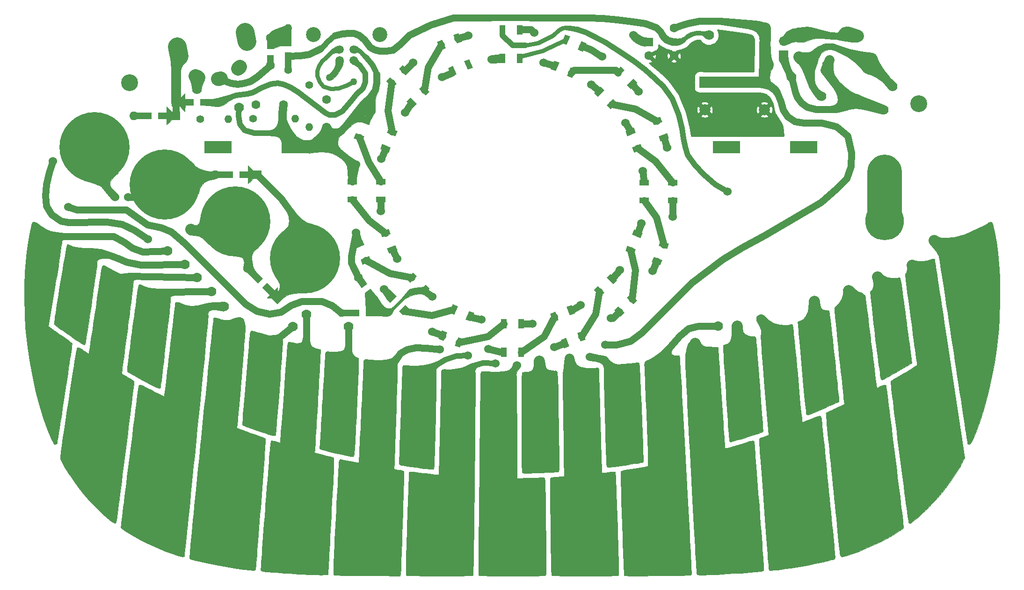
<source format=gtl>
G04 #@! TF.GenerationSoftware,KiCad,Pcbnew,(5.1.0-998-gf550ecaf1)*
G04 #@! TF.CreationDate,2019-07-13T01:08:01-07:00*
G04 #@! TF.ProjectId,Stylish-Belt-Synth - Full,5374796c-6973-4682-9d42-656c742d5379,rev?*
G04 #@! TF.SameCoordinates,Original*
G04 #@! TF.FileFunction,Copper,L1,Top*
G04 #@! TF.FilePolarity,Positive*
%FSLAX46Y46*%
G04 Gerber Fmt 4.6, Leading zero omitted, Abs format (unit mm)*
G04 Created by KiCad (PCBNEW (5.1.0-998-gf550ecaf1)) date 2019-07-13 01:08:01*
%MOMM*%
%LPD*%
G04 APERTURE LIST*
%ADD10C,0.100000*%
%ADD11C,0.010000*%
%ADD12O,1.400000X1.400000*%
%ADD13C,1.400000*%
%ADD14C,1.600000*%
%ADD15C,1.270000*%
%ADD16C,3.352800*%
%ADD17C,3.352800*%
%ADD18C,2.540000*%
%ADD19C,2.540000*%
%ADD20C,2.000000*%
%ADD21R,2.000000X2.000000*%
%ADD22R,1.600000X1.600000*%
%ADD23C,6.096000*%
%ADD24C,6.985000*%
%ADD25C,3.049000*%
%ADD26R,5.000000X2.250000*%
%ADD27R,3.505200X1.270000*%
%ADD28O,1.600000X1.600000*%
%ADD29C,1.600000*%
%ADD30C,2.200000*%
%ADD31C,2.200000*%
%ADD32C,1.778000*%
%ADD33C,1.778000*%
%ADD34C,1.524000*%
%ADD35R,1.000000X1.651000*%
%ADD36R,1.270000X3.048000*%
%ADD37R,1.700000X1.700000*%
%ADD38O,1.700000X1.700000*%
%ADD39R,1.270000X2.286000*%
%ADD40R,3.048000X1.270000*%
%ADD41C,12.700000*%
%ADD42C,1.000000*%
%ADD43R,1.651000X1.000000*%
%ADD44C,2.700000*%
%ADD45C,1.520000*%
%ADD46C,2.032000*%
%ADD47C,0.762000*%
%ADD48C,1.524000*%
%ADD49C,0.762000*%
%ADD50C,1.270000*%
%ADD51C,1.016000*%
%ADD52C,0.508000*%
%ADD53C,0.558800*%
%ADD54C,1.143000*%
%ADD55C,2.032000*%
%ADD56C,0.381000*%
%ADD57C,0.889000*%
%ADD58C,6.299200*%
%ADD59C,0.254000*%
G04 APERTURE END LIST*
D10*
G36*
X123930000Y-68780000D02*
G01*
X123730000Y-69650000D01*
X123700000Y-70570000D01*
X123780000Y-71500000D01*
X123110000Y-71055000D01*
X122650000Y-71010000D01*
X122410000Y-71630000D01*
X121320000Y-73520000D01*
X120880000Y-73480000D01*
X120450000Y-73520000D01*
X120060000Y-73690000D01*
X119560000Y-74030000D01*
X118870000Y-74640000D01*
X117980000Y-75490000D01*
X119980000Y-71820000D01*
X124240000Y-67930000D01*
X123930000Y-68780000D01*
G37*
X123930000Y-68780000D02*
X123730000Y-69650000D01*
X123700000Y-70570000D01*
X123780000Y-71500000D01*
X123110000Y-71055000D01*
X122650000Y-71010000D01*
X122410000Y-71630000D01*
X121320000Y-73520000D01*
X120880000Y-73480000D01*
X120450000Y-73520000D01*
X120060000Y-73690000D01*
X119560000Y-74030000D01*
X118870000Y-74640000D01*
X117980000Y-75490000D01*
X119980000Y-71820000D01*
X124240000Y-67930000D01*
X123930000Y-68780000D01*
G36*
X159430000Y-56130000D02*
G01*
X159690000Y-56160000D01*
X160000000Y-56210000D01*
X160300000Y-56260000D01*
X160670000Y-56350000D01*
X160420000Y-57220000D01*
X159680000Y-57030000D01*
X158970000Y-56900000D01*
X158400000Y-56820000D01*
X157960000Y-56790000D01*
X158230000Y-56110000D01*
X159030000Y-56110000D01*
X159430000Y-56130000D01*
G37*
X159430000Y-56130000D02*
X159690000Y-56160000D01*
X160000000Y-56210000D01*
X160300000Y-56260000D01*
X160670000Y-56350000D01*
X160420000Y-57220000D01*
X159680000Y-57030000D01*
X158970000Y-56900000D01*
X158400000Y-56820000D01*
X157960000Y-56790000D01*
X158230000Y-56110000D01*
X159030000Y-56110000D01*
X159430000Y-56130000D01*
G36*
X198440000Y-61430000D02*
G01*
X198500000Y-62200000D01*
X198660000Y-62900000D01*
X198820000Y-63450000D01*
X199040000Y-63940000D01*
X199290000Y-64330000D01*
X199760000Y-64900000D01*
X198740000Y-64890000D01*
X198280000Y-65680000D01*
X198090000Y-64870000D01*
X197770000Y-64130000D01*
X197430000Y-63430000D01*
X197110000Y-62880000D01*
X196880000Y-62500000D01*
X196820000Y-62260000D01*
X198140000Y-61990000D01*
X198410000Y-60630000D01*
X198440000Y-61430000D01*
G37*
X198440000Y-61430000D02*
X198500000Y-62200000D01*
X198660000Y-62900000D01*
X198820000Y-63450000D01*
X199040000Y-63940000D01*
X199290000Y-64330000D01*
X199760000Y-64900000D01*
X198740000Y-64890000D01*
X198280000Y-65680000D01*
X198090000Y-64870000D01*
X197770000Y-64130000D01*
X197430000Y-63430000D01*
X197110000Y-62880000D01*
X196880000Y-62500000D01*
X196820000Y-62260000D01*
X198140000Y-61990000D01*
X198410000Y-60630000D01*
X198440000Y-61430000D01*
G36*
X206560000Y-59350000D02*
G01*
X206970000Y-59440000D01*
X207830000Y-59770000D01*
X208700000Y-60050000D01*
X209590000Y-60280000D01*
X210460000Y-60470000D01*
X211260000Y-60630000D01*
X212250000Y-60810000D01*
X213700000Y-61010000D01*
X214480000Y-61580000D01*
X214790000Y-62340000D01*
X215160000Y-63110000D01*
X215590000Y-63740000D01*
X216020000Y-64360000D01*
X216500000Y-64980000D01*
X216990000Y-65570000D01*
X217530000Y-66100000D01*
X218010000Y-66530000D01*
X217180000Y-66520000D01*
X214160000Y-63040000D01*
X213540000Y-61900000D01*
X212460000Y-62400000D01*
X212325000Y-63445000D01*
X214040000Y-63950000D01*
X216850000Y-66830000D01*
X216750000Y-67640000D01*
X216320000Y-67070000D01*
X215860000Y-66570000D01*
X215420000Y-66130000D01*
X214950000Y-65770000D01*
X214480000Y-65450000D01*
X213990000Y-65210000D01*
X213420000Y-64960000D01*
X212800000Y-64780000D01*
X212190000Y-64490000D01*
X211640000Y-63820000D01*
X211070000Y-63200000D01*
X210490000Y-62680000D01*
X209860000Y-62190000D01*
X209140000Y-61670000D01*
X208310000Y-61210000D01*
X207515000Y-60840000D01*
X206690000Y-60510000D01*
X205810000Y-59320000D01*
X206200000Y-59320000D01*
X206560000Y-59350000D01*
G37*
X206560000Y-59350000D02*
X206970000Y-59440000D01*
X207830000Y-59770000D01*
X208700000Y-60050000D01*
X209590000Y-60280000D01*
X210460000Y-60470000D01*
X211260000Y-60630000D01*
X212250000Y-60810000D01*
X213700000Y-61010000D01*
X214480000Y-61580000D01*
X214790000Y-62340000D01*
X215160000Y-63110000D01*
X215590000Y-63740000D01*
X216020000Y-64360000D01*
X216500000Y-64980000D01*
X216990000Y-65570000D01*
X217530000Y-66100000D01*
X218010000Y-66530000D01*
X217180000Y-66520000D01*
X214160000Y-63040000D01*
X213540000Y-61900000D01*
X212460000Y-62400000D01*
X212325000Y-63445000D01*
X214040000Y-63950000D01*
X216850000Y-66830000D01*
X216750000Y-67640000D01*
X216320000Y-67070000D01*
X215860000Y-66570000D01*
X215420000Y-66130000D01*
X214950000Y-65770000D01*
X214480000Y-65450000D01*
X213990000Y-65210000D01*
X213420000Y-64960000D01*
X212800000Y-64780000D01*
X212190000Y-64490000D01*
X211640000Y-63820000D01*
X211070000Y-63200000D01*
X210490000Y-62680000D01*
X209860000Y-62190000D01*
X209140000Y-61670000D01*
X208310000Y-61210000D01*
X207515000Y-60840000D01*
X206690000Y-60510000D01*
X205810000Y-59320000D01*
X206200000Y-59320000D01*
X206560000Y-59350000D01*
G36*
X124190000Y-105320000D02*
G01*
X125520000Y-107480000D01*
X123010000Y-108560000D01*
X122060000Y-107520000D01*
X121910000Y-104530000D01*
X122900000Y-103840000D01*
X124190000Y-105320000D01*
G37*
X124190000Y-105320000D02*
X125520000Y-107480000D01*
X123010000Y-108560000D01*
X122060000Y-107520000D01*
X121910000Y-104530000D01*
X122900000Y-103840000D01*
X124190000Y-105320000D01*
G36*
X97000000Y-69950000D02*
G01*
X96610000Y-70230000D01*
X96220000Y-70480000D01*
X95820000Y-70640000D01*
X95330000Y-70720000D01*
X95140000Y-70720000D01*
X94300000Y-70600000D01*
X93760000Y-70570000D01*
X92990000Y-70560000D01*
X92950000Y-70040000D01*
X95120000Y-70450000D01*
X95850000Y-70230000D01*
X95870000Y-69750000D01*
X95530000Y-69480000D01*
X95030000Y-69520000D01*
X92920000Y-69940000D01*
X92880000Y-69400000D01*
X93550000Y-69380000D01*
X94240000Y-69330000D01*
X94740000Y-69270000D01*
X95190000Y-69190000D01*
X95820000Y-69060000D01*
X96400000Y-68880000D01*
X97620000Y-68490000D01*
X97000000Y-69950000D01*
G37*
X97000000Y-69950000D02*
X96610000Y-70230000D01*
X96220000Y-70480000D01*
X95820000Y-70640000D01*
X95330000Y-70720000D01*
X95140000Y-70720000D01*
X94300000Y-70600000D01*
X93760000Y-70570000D01*
X92990000Y-70560000D01*
X92950000Y-70040000D01*
X95120000Y-70450000D01*
X95850000Y-70230000D01*
X95870000Y-69750000D01*
X95530000Y-69480000D01*
X95030000Y-69520000D01*
X92920000Y-69940000D01*
X92880000Y-69400000D01*
X93550000Y-69380000D01*
X94240000Y-69330000D01*
X94740000Y-69270000D01*
X95190000Y-69190000D01*
X95820000Y-69060000D01*
X96400000Y-68880000D01*
X97620000Y-68490000D01*
X97000000Y-69950000D01*
G36*
X91490000Y-65980000D02*
G01*
X92870000Y-65900000D01*
X92660000Y-66290000D01*
X92470000Y-66760000D01*
X92340000Y-67210000D01*
X92270000Y-67710000D01*
X91660000Y-67040000D01*
X91190000Y-67060000D01*
X90610000Y-67710000D01*
X90570000Y-67190000D01*
X90480000Y-66670000D01*
X90320000Y-66120000D01*
X90100000Y-65590000D01*
X91490000Y-65980000D01*
G37*
X91490000Y-65980000D02*
X92870000Y-65900000D01*
X92660000Y-66290000D01*
X92470000Y-66760000D01*
X92340000Y-67210000D01*
X92270000Y-67710000D01*
X91660000Y-67040000D01*
X91190000Y-67060000D01*
X90610000Y-67710000D01*
X90570000Y-67190000D01*
X90480000Y-66670000D01*
X90320000Y-66120000D01*
X90100000Y-65590000D01*
X91490000Y-65980000D01*
G36*
X87760000Y-61870000D02*
G01*
X89540000Y-62620000D01*
X88870000Y-63240000D01*
X88620000Y-63760000D01*
X88490000Y-64330000D01*
X88460000Y-65490000D01*
X86790000Y-64060000D01*
X86760000Y-62690000D01*
X86510000Y-61070000D01*
X87760000Y-61870000D01*
G37*
X87760000Y-61870000D02*
X89540000Y-62620000D01*
X88870000Y-63240000D01*
X88620000Y-63760000D01*
X88490000Y-64330000D01*
X88460000Y-65490000D01*
X86790000Y-64060000D01*
X86760000Y-62690000D01*
X86510000Y-61070000D01*
X87760000Y-61870000D01*
G36*
X107730000Y-57040000D02*
G01*
X107960000Y-58170000D01*
X107340000Y-59710000D01*
X106520000Y-59740000D01*
X106110000Y-59860000D01*
X105650000Y-60070000D01*
X105350000Y-60260000D01*
X105210000Y-59680000D01*
X105320000Y-57910000D01*
X104260000Y-57730000D01*
X104580000Y-57430000D01*
X105100000Y-57020000D01*
X105790000Y-56670000D01*
X107730000Y-57040000D01*
G37*
X107730000Y-57040000D02*
X107960000Y-58170000D01*
X107340000Y-59710000D01*
X106520000Y-59740000D01*
X106110000Y-59860000D01*
X105650000Y-60070000D01*
X105350000Y-60260000D01*
X105210000Y-59680000D01*
X105320000Y-57910000D01*
X104260000Y-57730000D01*
X104580000Y-57430000D01*
X105100000Y-57020000D01*
X105790000Y-56670000D01*
X107730000Y-57040000D01*
G36*
X120570000Y-62260000D02*
G01*
X120650000Y-62420000D01*
X120750000Y-62550000D01*
X120875000Y-62670000D01*
X121000000Y-62780000D01*
X121240000Y-62970000D01*
X120590000Y-63630000D01*
X120320000Y-63420000D01*
X120100000Y-63270000D01*
X119830000Y-63120000D01*
X119530000Y-63000000D01*
X120230000Y-62710000D01*
X120450000Y-62010000D01*
X120570000Y-62260000D01*
G37*
X120570000Y-62260000D02*
X120650000Y-62420000D01*
X120750000Y-62550000D01*
X120875000Y-62670000D01*
X121000000Y-62780000D01*
X121240000Y-62970000D01*
X120590000Y-63630000D01*
X120320000Y-63420000D01*
X120100000Y-63270000D01*
X119830000Y-63120000D01*
X119530000Y-63000000D01*
X120230000Y-62710000D01*
X120450000Y-62010000D01*
X120570000Y-62260000D01*
G36*
X116610000Y-60490000D02*
G01*
X117200000Y-61060000D01*
X116800000Y-61010000D01*
X116510000Y-61000000D01*
X116280000Y-61050000D01*
X116050000Y-61170000D01*
X115660000Y-61460000D01*
X115600000Y-60600000D01*
X116070000Y-60190000D01*
X116490000Y-59940000D01*
X116970000Y-59720000D01*
X116610000Y-60490000D01*
G37*
X116610000Y-60490000D02*
X117200000Y-61060000D01*
X116800000Y-61010000D01*
X116510000Y-61000000D01*
X116280000Y-61050000D01*
X116050000Y-61170000D01*
X115660000Y-61460000D01*
X115600000Y-60600000D01*
X116070000Y-60190000D01*
X116490000Y-59940000D01*
X116970000Y-59720000D01*
X116610000Y-60490000D01*
G36*
X120330000Y-59810000D02*
G01*
X120550000Y-59920000D01*
X120700000Y-60020000D01*
X120930000Y-60210000D01*
X121160000Y-60410000D01*
X121490000Y-60720000D01*
X121960000Y-61120000D01*
X122410000Y-61490000D01*
X122720000Y-62540000D01*
X121720000Y-62080000D01*
X120940000Y-61160000D01*
X120740000Y-61000000D01*
X120550000Y-60940000D01*
X120400000Y-60940000D01*
X120200000Y-60980000D01*
X120050000Y-61040000D01*
X120330000Y-60400000D01*
X120070000Y-59690000D01*
X120330000Y-59810000D01*
G37*
X120330000Y-59810000D02*
X120550000Y-59920000D01*
X120700000Y-60020000D01*
X120930000Y-60210000D01*
X121160000Y-60410000D01*
X121490000Y-60720000D01*
X121960000Y-61120000D01*
X122410000Y-61490000D01*
X122720000Y-62540000D01*
X121720000Y-62080000D01*
X120940000Y-61160000D01*
X120740000Y-61000000D01*
X120550000Y-60940000D01*
X120400000Y-60940000D01*
X120200000Y-60980000D01*
X120050000Y-61040000D01*
X120330000Y-60400000D01*
X120070000Y-59690000D01*
X120330000Y-59810000D01*
G36*
X116830000Y-62700000D02*
G01*
X117430000Y-62920000D01*
X117980000Y-62510000D01*
X117920000Y-62920000D01*
X117830000Y-63270000D01*
X117590000Y-63790000D01*
X117240000Y-64390000D01*
X116790000Y-65020000D01*
X116350000Y-65460000D01*
X115870000Y-65890000D01*
X115910000Y-65380000D01*
X115590000Y-64970000D01*
X115220000Y-65070000D01*
X115040000Y-65060000D01*
X115340000Y-64860000D01*
X115650000Y-64600000D01*
X115940000Y-64310000D01*
X116200000Y-63950000D01*
X116370000Y-63600000D01*
X116500000Y-63220000D01*
X116570000Y-62800000D01*
X116580000Y-62310000D01*
X116830000Y-62700000D01*
G37*
X116830000Y-62700000D02*
X117430000Y-62920000D01*
X117980000Y-62510000D01*
X117920000Y-62920000D01*
X117830000Y-63270000D01*
X117590000Y-63790000D01*
X117240000Y-64390000D01*
X116790000Y-65020000D01*
X116350000Y-65460000D01*
X115870000Y-65890000D01*
X115910000Y-65380000D01*
X115590000Y-64970000D01*
X115220000Y-65070000D01*
X115040000Y-65060000D01*
X115340000Y-64860000D01*
X115650000Y-64600000D01*
X115940000Y-64310000D01*
X116200000Y-63950000D01*
X116370000Y-63600000D01*
X116500000Y-63220000D01*
X116570000Y-62800000D01*
X116580000Y-62310000D01*
X116830000Y-62700000D01*
G36*
X183660000Y-57690000D02*
G01*
X183530000Y-58350000D01*
X183280000Y-58070000D01*
X183010000Y-57840000D01*
X182825000Y-57760000D01*
X182620000Y-57730000D01*
X182230000Y-57730000D01*
X181865000Y-57750000D01*
X181500000Y-57820000D01*
X181030000Y-57980000D01*
X180530000Y-58280000D01*
X180060000Y-58650000D01*
X179730000Y-59030000D01*
X179300000Y-59310000D01*
X179040000Y-59440000D01*
X178730000Y-59540000D01*
X178350000Y-59620000D01*
X177900000Y-59650000D01*
X177420000Y-59590000D01*
X176900000Y-59460000D01*
X176560000Y-59320000D01*
X176290000Y-59180000D01*
X176010000Y-59030000D01*
X175750000Y-58820000D01*
X175420000Y-58450000D01*
X175860000Y-57260000D01*
X176010000Y-57130000D01*
X176390000Y-57680000D01*
X176660000Y-57950000D01*
X176820000Y-58060000D01*
X176980000Y-58160000D01*
X177165000Y-58225000D01*
X177380000Y-58290000D01*
X177720000Y-58360000D01*
X177930000Y-58385000D01*
X178110000Y-58400000D01*
X178450000Y-58420000D01*
X178770000Y-58390000D01*
X179080000Y-58330000D01*
X179365000Y-58230000D01*
X179630000Y-58070000D01*
X180170000Y-57590000D01*
X180510000Y-57400000D01*
X180840000Y-57270000D01*
X181210000Y-57160000D01*
X181590000Y-57080000D01*
X181930000Y-57040000D01*
X182230000Y-57020000D01*
X182432500Y-57017500D01*
X182595000Y-57035000D01*
X182840000Y-57070000D01*
X183055000Y-57075000D01*
X183190000Y-57070000D01*
X183450000Y-57060000D01*
X183735000Y-57015000D01*
X184010000Y-56960000D01*
X183660000Y-57690000D01*
G37*
X183660000Y-57690000D02*
X183530000Y-58350000D01*
X183280000Y-58070000D01*
X183010000Y-57840000D01*
X182825000Y-57760000D01*
X182620000Y-57730000D01*
X182230000Y-57730000D01*
X181865000Y-57750000D01*
X181500000Y-57820000D01*
X181030000Y-57980000D01*
X180530000Y-58280000D01*
X180060000Y-58650000D01*
X179730000Y-59030000D01*
X179300000Y-59310000D01*
X179040000Y-59440000D01*
X178730000Y-59540000D01*
X178350000Y-59620000D01*
X177900000Y-59650000D01*
X177420000Y-59590000D01*
X176900000Y-59460000D01*
X176560000Y-59320000D01*
X176290000Y-59180000D01*
X176010000Y-59030000D01*
X175750000Y-58820000D01*
X175420000Y-58450000D01*
X175860000Y-57260000D01*
X176010000Y-57130000D01*
X176390000Y-57680000D01*
X176660000Y-57950000D01*
X176820000Y-58060000D01*
X176980000Y-58160000D01*
X177165000Y-58225000D01*
X177380000Y-58290000D01*
X177720000Y-58360000D01*
X177930000Y-58385000D01*
X178110000Y-58400000D01*
X178450000Y-58420000D01*
X178770000Y-58390000D01*
X179080000Y-58330000D01*
X179365000Y-58230000D01*
X179630000Y-58070000D01*
X180170000Y-57590000D01*
X180510000Y-57400000D01*
X180840000Y-57270000D01*
X181210000Y-57160000D01*
X181590000Y-57080000D01*
X181930000Y-57040000D01*
X182230000Y-57020000D01*
X182432500Y-57017500D01*
X182595000Y-57035000D01*
X182840000Y-57070000D01*
X183055000Y-57075000D01*
X183190000Y-57070000D01*
X183450000Y-57060000D01*
X183735000Y-57015000D01*
X184010000Y-56960000D01*
X183660000Y-57690000D01*
G36*
X195265000Y-60720000D02*
G01*
X195355000Y-61620000D01*
X195430000Y-61980000D01*
X195520000Y-62275000D01*
X195760000Y-62900000D01*
X195740000Y-63570000D01*
X195495000Y-63975000D01*
X195290000Y-64400000D01*
X195195000Y-64865000D01*
X195140000Y-65350000D01*
X195200000Y-65940000D01*
X195370000Y-66210000D01*
X195690000Y-66450000D01*
X196170000Y-66790000D01*
X196540000Y-67130000D01*
X196820000Y-67490000D01*
X197050000Y-67990000D01*
X196020000Y-68600000D01*
X195520000Y-68070000D01*
X194860000Y-67630000D01*
X194200000Y-67410000D01*
X193240000Y-67240000D01*
X194280000Y-66940000D01*
X194730000Y-66650000D01*
X194820000Y-65320000D01*
X195030000Y-63800000D01*
X195580000Y-63490000D01*
X195660000Y-62980000D01*
X195100000Y-62590000D01*
X194970000Y-59770000D01*
X195240000Y-59760000D01*
X195265000Y-60720000D01*
G37*
X195265000Y-60720000D02*
X195355000Y-61620000D01*
X195430000Y-61980000D01*
X195520000Y-62275000D01*
X195760000Y-62900000D01*
X195740000Y-63570000D01*
X195495000Y-63975000D01*
X195290000Y-64400000D01*
X195195000Y-64865000D01*
X195140000Y-65350000D01*
X195200000Y-65940000D01*
X195370000Y-66210000D01*
X195690000Y-66450000D01*
X196170000Y-66790000D01*
X196540000Y-67130000D01*
X196820000Y-67490000D01*
X197050000Y-67990000D01*
X196020000Y-68600000D01*
X195520000Y-68070000D01*
X194860000Y-67630000D01*
X194200000Y-67410000D01*
X193240000Y-67240000D01*
X194280000Y-66940000D01*
X194730000Y-66650000D01*
X194820000Y-65320000D01*
X195030000Y-63800000D01*
X195580000Y-63490000D01*
X195660000Y-62980000D01*
X195100000Y-62590000D01*
X194970000Y-59770000D01*
X195240000Y-59760000D01*
X195265000Y-60720000D01*
G36*
X188360000Y-54800000D02*
G01*
X190460000Y-54970000D01*
X192540000Y-55170000D01*
X193590000Y-55330000D01*
X194120000Y-55440000D01*
X194670000Y-55620000D01*
X193815000Y-56325000D01*
X193820000Y-56710000D01*
X193320000Y-58750000D01*
X193265000Y-58300000D01*
X193210000Y-58030000D01*
X193030000Y-57600000D01*
X192750000Y-57250000D01*
X192410000Y-56970000D01*
X192030000Y-56840000D01*
X191350000Y-56650000D01*
X186100000Y-54660000D01*
X188360000Y-54800000D01*
G37*
X188360000Y-54800000D02*
X190460000Y-54970000D01*
X192540000Y-55170000D01*
X193590000Y-55330000D01*
X194120000Y-55440000D01*
X194670000Y-55620000D01*
X193815000Y-56325000D01*
X193820000Y-56710000D01*
X193320000Y-58750000D01*
X193265000Y-58300000D01*
X193210000Y-58030000D01*
X193030000Y-57600000D01*
X192750000Y-57250000D01*
X192410000Y-56970000D01*
X192030000Y-56840000D01*
X191350000Y-56650000D01*
X186100000Y-54660000D01*
X188360000Y-54800000D01*
G36*
X206240000Y-59350000D02*
G01*
X206650000Y-59420000D01*
X206710000Y-60510000D01*
X206140000Y-60430000D01*
X205750000Y-60420000D01*
X205455000Y-60485000D01*
X205180000Y-60580000D01*
X204935000Y-60710000D01*
X204710000Y-60870000D01*
X204460000Y-61080000D01*
X204240000Y-61440000D01*
X204030000Y-61890000D01*
X203780000Y-62670000D01*
X202510000Y-62480000D01*
X201960000Y-62960000D01*
X201550000Y-64740000D01*
X201110000Y-63930000D01*
X200660000Y-63300000D01*
X200240000Y-62840000D01*
X199730000Y-62400000D01*
X201160000Y-62120000D01*
X200650000Y-60820000D01*
X201190000Y-60890000D01*
X201660000Y-60910000D01*
X202080000Y-60890000D01*
X202450000Y-60810000D01*
X202890000Y-60590000D01*
X203270000Y-60280000D01*
X203890000Y-59840000D01*
X204390000Y-59590000D01*
X204830000Y-59400000D01*
X205320000Y-59330000D01*
X205790000Y-59320000D01*
X206240000Y-59350000D01*
G37*
X206240000Y-59350000D02*
X206650000Y-59420000D01*
X206710000Y-60510000D01*
X206140000Y-60430000D01*
X205750000Y-60420000D01*
X205455000Y-60485000D01*
X205180000Y-60580000D01*
X204935000Y-60710000D01*
X204710000Y-60870000D01*
X204460000Y-61080000D01*
X204240000Y-61440000D01*
X204030000Y-61890000D01*
X203780000Y-62670000D01*
X202510000Y-62480000D01*
X201960000Y-62960000D01*
X201550000Y-64740000D01*
X201110000Y-63930000D01*
X200660000Y-63300000D01*
X200240000Y-62840000D01*
X199730000Y-62400000D01*
X201160000Y-62120000D01*
X200650000Y-60820000D01*
X201190000Y-60890000D01*
X201660000Y-60910000D01*
X202080000Y-60890000D01*
X202450000Y-60810000D01*
X202890000Y-60590000D01*
X203270000Y-60280000D01*
X203890000Y-59840000D01*
X204390000Y-59590000D01*
X204830000Y-59400000D01*
X205320000Y-59330000D01*
X205790000Y-59320000D01*
X206240000Y-59350000D01*
G36*
X206620000Y-63180000D02*
G01*
X206590000Y-63550000D01*
X206600000Y-63940000D01*
X206710000Y-64510000D01*
X206900000Y-65040000D01*
X207270000Y-65650000D01*
X207720000Y-66200000D01*
X208730000Y-67200000D01*
X209830000Y-67970000D01*
X210480000Y-68310000D01*
X211140000Y-68560000D01*
X211630000Y-68740000D01*
X216110000Y-70530000D01*
X215180000Y-71130000D01*
X215530000Y-72100000D01*
X212012500Y-71200000D01*
X210800000Y-71040000D01*
X210015000Y-71110000D01*
X209190000Y-71320000D01*
X209910000Y-70600000D01*
X210975000Y-70120000D01*
X211110000Y-69340000D01*
X210360000Y-68820000D01*
X209440000Y-68820000D01*
X209450000Y-70820000D01*
X207250000Y-71580000D01*
X205860000Y-70660000D01*
X206660000Y-70520000D01*
X207110000Y-70290000D01*
X207350000Y-69970000D01*
X207460000Y-69510000D01*
X207420000Y-68860000D01*
X207140000Y-68190000D01*
X206660000Y-67350000D01*
X204600000Y-64700000D01*
X205690000Y-64270000D01*
X206240000Y-63450000D01*
X206740000Y-62400000D01*
X206620000Y-63180000D01*
G37*
X206620000Y-63180000D02*
X206590000Y-63550000D01*
X206600000Y-63940000D01*
X206710000Y-64510000D01*
X206900000Y-65040000D01*
X207270000Y-65650000D01*
X207720000Y-66200000D01*
X208730000Y-67200000D01*
X209830000Y-67970000D01*
X210480000Y-68310000D01*
X211140000Y-68560000D01*
X211630000Y-68740000D01*
X216110000Y-70530000D01*
X215180000Y-71130000D01*
X215530000Y-72100000D01*
X212012500Y-71200000D01*
X210800000Y-71040000D01*
X210015000Y-71110000D01*
X209190000Y-71320000D01*
X209910000Y-70600000D01*
X210975000Y-70120000D01*
X211110000Y-69340000D01*
X210360000Y-68820000D01*
X209440000Y-68820000D01*
X209450000Y-70820000D01*
X207250000Y-71580000D01*
X205860000Y-70660000D01*
X206660000Y-70520000D01*
X207110000Y-70290000D01*
X207350000Y-69970000D01*
X207460000Y-69510000D01*
X207420000Y-68860000D01*
X207140000Y-68190000D01*
X206660000Y-67350000D01*
X204600000Y-64700000D01*
X205690000Y-64270000D01*
X206240000Y-63450000D01*
X206740000Y-62400000D01*
X206620000Y-63180000D01*
G36*
X201870000Y-64270000D02*
G01*
X201975000Y-65095000D01*
X202473750Y-65711250D01*
X203200000Y-65490000D01*
X203250000Y-66080625D01*
X203330000Y-66450000D01*
X203630000Y-67100000D01*
X203970000Y-67560000D01*
X204430000Y-67900000D01*
X204940000Y-68200000D01*
X204550000Y-68240000D01*
X204000000Y-68550000D01*
X203830000Y-69440000D01*
X202950000Y-68380000D01*
X202300000Y-67230000D01*
X201410000Y-64900000D01*
X200860000Y-63730000D01*
X200410000Y-63070000D01*
X199710000Y-62430000D01*
X200950000Y-62000000D01*
X201870000Y-64270000D01*
G37*
X201870000Y-64270000D02*
X201975000Y-65095000D01*
X202473750Y-65711250D01*
X203200000Y-65490000D01*
X203250000Y-66080625D01*
X203330000Y-66450000D01*
X203630000Y-67100000D01*
X203970000Y-67560000D01*
X204430000Y-67900000D01*
X204940000Y-68200000D01*
X204550000Y-68240000D01*
X204000000Y-68550000D01*
X203830000Y-69440000D01*
X202950000Y-68380000D01*
X202300000Y-67230000D01*
X201410000Y-64900000D01*
X200860000Y-63730000D01*
X200410000Y-63070000D01*
X199710000Y-62430000D01*
X200950000Y-62000000D01*
X201870000Y-64270000D01*
G36*
X209420000Y-56280000D02*
G01*
X209512500Y-57922500D01*
X211080000Y-59010000D01*
X209990000Y-59000000D01*
X208880000Y-58870000D01*
X207880000Y-58670000D01*
X207180000Y-58560000D01*
X206640000Y-58490000D01*
X205570000Y-58420000D01*
X204550000Y-58350000D01*
X203530000Y-58360000D01*
X202700000Y-58520000D01*
X201820000Y-58870000D01*
X201400000Y-59000000D01*
X200940000Y-59060000D01*
X200610000Y-59060000D01*
X200260000Y-59020000D01*
X199860000Y-58970000D01*
X199460000Y-59000000D01*
X199010000Y-59120000D01*
X198510000Y-59400000D01*
X197840000Y-59660000D01*
X198230000Y-58920000D01*
X199060000Y-57330000D01*
X200540000Y-57700000D01*
X200290000Y-58320000D01*
X200520000Y-58840000D01*
X201260000Y-58750000D01*
X201430000Y-57870000D01*
X199350000Y-56630000D01*
X200270000Y-56400000D01*
X201370000Y-56310000D01*
X201900000Y-56280000D01*
X202450000Y-56360000D01*
X203870000Y-56670000D01*
X206100000Y-57250000D01*
X206670000Y-57350000D01*
X207110000Y-57400000D01*
X207380000Y-57380000D01*
X207600000Y-57250000D01*
X207685000Y-57035000D01*
X207940000Y-56640000D01*
X208270000Y-56420000D01*
X208640000Y-56330000D01*
X209000000Y-56270000D01*
X209420000Y-56280000D01*
G37*
X209420000Y-56280000D02*
X209512500Y-57922500D01*
X211080000Y-59010000D01*
X209990000Y-59000000D01*
X208880000Y-58870000D01*
X207880000Y-58670000D01*
X207180000Y-58560000D01*
X206640000Y-58490000D01*
X205570000Y-58420000D01*
X204550000Y-58350000D01*
X203530000Y-58360000D01*
X202700000Y-58520000D01*
X201820000Y-58870000D01*
X201400000Y-59000000D01*
X200940000Y-59060000D01*
X200610000Y-59060000D01*
X200260000Y-59020000D01*
X199860000Y-58970000D01*
X199460000Y-59000000D01*
X199010000Y-59120000D01*
X198510000Y-59400000D01*
X197840000Y-59660000D01*
X198230000Y-58920000D01*
X199060000Y-57330000D01*
X200540000Y-57700000D01*
X200290000Y-58320000D01*
X200520000Y-58840000D01*
X201260000Y-58750000D01*
X201430000Y-57870000D01*
X199350000Y-56630000D01*
X200270000Y-56400000D01*
X201370000Y-56310000D01*
X201900000Y-56280000D01*
X202450000Y-56360000D01*
X203870000Y-56670000D01*
X206100000Y-57250000D01*
X206670000Y-57350000D01*
X207110000Y-57400000D01*
X207380000Y-57380000D01*
X207600000Y-57250000D01*
X207685000Y-57035000D01*
X207940000Y-56640000D01*
X208270000Y-56420000D01*
X208640000Y-56330000D01*
X209000000Y-56270000D01*
X209420000Y-56280000D01*
G36*
X171410000Y-57650000D02*
G01*
X171820000Y-57900000D01*
X172410000Y-58160000D01*
X173350000Y-58280000D01*
X172850000Y-58640000D01*
X172550000Y-59780000D01*
X172210000Y-59740000D01*
X171750000Y-59610000D01*
X171280000Y-59400000D01*
X170780000Y-59080000D01*
X170320000Y-58720000D01*
X169960000Y-58290000D01*
X170910000Y-58130000D01*
X170870000Y-57190000D01*
X171410000Y-57650000D01*
G37*
X171410000Y-57650000D02*
X171820000Y-57900000D01*
X172410000Y-58160000D01*
X173350000Y-58280000D01*
X172850000Y-58640000D01*
X172550000Y-59780000D01*
X172210000Y-59740000D01*
X171750000Y-59610000D01*
X171280000Y-59400000D01*
X170780000Y-59080000D01*
X170320000Y-58720000D01*
X169960000Y-58290000D01*
X170910000Y-58130000D01*
X170870000Y-57190000D01*
X171410000Y-57650000D01*
G36*
X232029000Y-101600000D02*
G01*
X225856800Y-97993200D01*
X225196400Y-96824800D01*
X224307400Y-95808800D01*
X225501200Y-95427800D01*
X225221800Y-94157800D01*
X225653600Y-94310200D01*
X226212400Y-94488000D01*
X227050600Y-94488000D01*
X228447600Y-94386400D01*
X230378000Y-93954600D01*
X235127800Y-91694000D01*
X232029000Y-101600000D01*
G37*
X232029000Y-101600000D02*
X225856800Y-97993200D01*
X225196400Y-96824800D01*
X224307400Y-95808800D01*
X225501200Y-95427800D01*
X225221800Y-94157800D01*
X225653600Y-94310200D01*
X226212400Y-94488000D01*
X227050600Y-94488000D01*
X228447600Y-94386400D01*
X230378000Y-93954600D01*
X235127800Y-91694000D01*
X232029000Y-101600000D01*
G36*
X223012000Y-101625400D02*
G01*
X219710000Y-101066600D01*
X219913200Y-100685600D01*
X220014800Y-100279200D01*
X219964000Y-99618800D01*
X220878400Y-100126800D01*
X221665800Y-99822000D01*
X221157800Y-98552000D01*
X222046800Y-98704400D01*
X222834200Y-98704400D01*
X223570800Y-98628200D01*
X224053400Y-98526600D01*
X224561400Y-98374200D01*
X224790000Y-98348800D01*
X223012000Y-101625400D01*
G37*
X223012000Y-101625400D02*
X219710000Y-101066600D01*
X219913200Y-100685600D01*
X220014800Y-100279200D01*
X219964000Y-99618800D01*
X220878400Y-100126800D01*
X221665800Y-99822000D01*
X221157800Y-98552000D01*
X222046800Y-98704400D01*
X222834200Y-98704400D01*
X223570800Y-98628200D01*
X224053400Y-98526600D01*
X224561400Y-98374200D01*
X224790000Y-98348800D01*
X223012000Y-101625400D01*
G36*
X215798400Y-101396800D02*
G01*
X216509600Y-101676200D01*
X217373200Y-101803200D01*
X218109800Y-101803200D01*
X218541600Y-101752400D01*
X217093800Y-106045000D01*
X213385400Y-104267000D01*
X213741000Y-103784400D01*
X213893400Y-103276400D01*
X213868000Y-102717600D01*
X213715600Y-101904800D01*
X214655400Y-102133400D01*
X215392000Y-101549200D01*
X215366600Y-100965000D01*
X215798400Y-101396800D01*
G37*
X215798400Y-101396800D02*
X216509600Y-101676200D01*
X217373200Y-101803200D01*
X218109800Y-101803200D01*
X218541600Y-101752400D01*
X217093800Y-106045000D01*
X213385400Y-104267000D01*
X213741000Y-103784400D01*
X213893400Y-103276400D01*
X213868000Y-102717600D01*
X213715600Y-101904800D01*
X214655400Y-102133400D01*
X215392000Y-101549200D01*
X215366600Y-100965000D01*
X215798400Y-101396800D01*
G36*
X210693000Y-103911400D02*
G01*
X211150200Y-104267000D01*
X211582000Y-104419400D01*
X211963000Y-104597200D01*
X212166200Y-104749600D01*
X212318600Y-104927400D01*
X210439000Y-107975400D01*
X206933800Y-107162600D01*
X207695800Y-106299000D01*
X208153000Y-105562400D01*
X208381600Y-104876600D01*
X208483200Y-104114600D01*
X209524600Y-104597200D01*
X210185000Y-104063800D01*
X210108800Y-103352600D01*
X210693000Y-103911400D01*
G37*
X210693000Y-103911400D02*
X211150200Y-104267000D01*
X211582000Y-104419400D01*
X211963000Y-104597200D01*
X212166200Y-104749600D01*
X212318600Y-104927400D01*
X210439000Y-107975400D01*
X206933800Y-107162600D01*
X207695800Y-106299000D01*
X208153000Y-105562400D01*
X208381600Y-104876600D01*
X208483200Y-104114600D01*
X209524600Y-104597200D01*
X210185000Y-104063800D01*
X210108800Y-103352600D01*
X210693000Y-103911400D01*
G36*
X204266800Y-106705400D02*
G01*
X204419200Y-107188000D01*
X204800200Y-107543600D01*
X205333600Y-107670600D01*
X205765400Y-107721400D01*
X203555600Y-113106200D01*
X200304400Y-109778800D01*
X201117200Y-109372400D01*
X201650600Y-108762800D01*
X202057000Y-107924600D01*
X202158600Y-107188000D01*
X202234800Y-106299000D01*
X203327000Y-106654600D01*
X204165200Y-105994200D01*
X204266800Y-106705400D01*
G37*
X204266800Y-106705400D02*
X204419200Y-107188000D01*
X204800200Y-107543600D01*
X205333600Y-107670600D01*
X205765400Y-107721400D01*
X203555600Y-113106200D01*
X200304400Y-109778800D01*
X201117200Y-109372400D01*
X201650600Y-108762800D01*
X202057000Y-107924600D01*
X202158600Y-107188000D01*
X202234800Y-106299000D01*
X203327000Y-106654600D01*
X204165200Y-105994200D01*
X204266800Y-106705400D01*
G36*
X194945000Y-109372400D02*
G01*
X195884800Y-109982000D01*
X196900800Y-110236000D01*
X198094600Y-110312200D01*
X199059800Y-110261400D01*
X196418200Y-113893600D01*
X193598800Y-112064800D01*
X193548000Y-111302800D01*
X193370200Y-110566200D01*
X192938400Y-109804200D01*
X193954400Y-109524800D01*
X194157600Y-108635800D01*
X194945000Y-109372400D01*
G37*
X194945000Y-109372400D02*
X195884800Y-109982000D01*
X196900800Y-110236000D01*
X198094600Y-110312200D01*
X199059800Y-110261400D01*
X196418200Y-113893600D01*
X193598800Y-112064800D01*
X193548000Y-111302800D01*
X193370200Y-110566200D01*
X192938400Y-109804200D01*
X193954400Y-109524800D01*
X194157600Y-108635800D01*
X194945000Y-109372400D01*
G36*
X190271400Y-111556800D02*
G01*
X190627000Y-111988600D01*
X191312800Y-112318800D01*
X191922400Y-112369600D01*
X192405000Y-112445800D01*
X190423800Y-116916200D01*
X186791600Y-114020600D01*
X187477400Y-113715800D01*
X187934600Y-113360200D01*
X188137800Y-112750600D01*
X188239400Y-112141000D01*
X188264800Y-111277400D01*
X190195200Y-110718600D01*
X190271400Y-111556800D01*
G37*
X190271400Y-111556800D02*
X190627000Y-111988600D01*
X191312800Y-112318800D01*
X191922400Y-112369600D01*
X192405000Y-112445800D01*
X190423800Y-116916200D01*
X186791600Y-114020600D01*
X187477400Y-113715800D01*
X187934600Y-113360200D01*
X188137800Y-112750600D01*
X188239400Y-112141000D01*
X188264800Y-111277400D01*
X190195200Y-110718600D01*
X190271400Y-111556800D01*
G36*
X182727600Y-113715800D02*
G01*
X183083200Y-114046000D01*
X183616600Y-114223800D01*
X184251600Y-114274600D01*
X185013600Y-114300000D01*
X185648600Y-114376200D01*
X183007000Y-117906800D01*
X179908200Y-115671600D01*
X180009800Y-115036600D01*
X180162200Y-114376200D01*
X180416200Y-113766600D01*
X180721000Y-113284000D01*
X181279800Y-114173000D01*
X182041800Y-114173000D01*
X182422800Y-113157000D01*
X182727600Y-113715800D01*
G37*
X182727600Y-113715800D02*
X183083200Y-114046000D01*
X183616600Y-114223800D01*
X184251600Y-114274600D01*
X185013600Y-114300000D01*
X185648600Y-114376200D01*
X183007000Y-117906800D01*
X179908200Y-115671600D01*
X180009800Y-115036600D01*
X180162200Y-114376200D01*
X180416200Y-113766600D01*
X180721000Y-113284000D01*
X181279800Y-114173000D01*
X182041800Y-114173000D01*
X182422800Y-113157000D01*
X182727600Y-113715800D01*
G36*
X177977800Y-114122200D02*
G01*
X177571400Y-114681000D01*
X177317400Y-115062000D01*
X177292000Y-115265200D01*
X177342800Y-115468400D01*
X177495200Y-115671600D01*
X177952400Y-115849400D01*
X178663600Y-115900200D01*
X176707800Y-119786400D01*
X172999400Y-118287800D01*
X172542200Y-117043200D01*
X172872400Y-116814600D01*
X173405800Y-116535200D01*
X174294800Y-116052600D01*
X175209200Y-115316000D01*
X176072800Y-114528600D01*
X176809400Y-113715800D01*
X177977800Y-114122200D01*
G37*
X177977800Y-114122200D02*
X177571400Y-114681000D01*
X177317400Y-115062000D01*
X177292000Y-115265200D01*
X177342800Y-115468400D01*
X177495200Y-115671600D01*
X177952400Y-115849400D01*
X178663600Y-115900200D01*
X176707800Y-119786400D01*
X172999400Y-118287800D01*
X172542200Y-117043200D01*
X172872400Y-116814600D01*
X173405800Y-116535200D01*
X174294800Y-116052600D01*
X175209200Y-115316000D01*
X176072800Y-114528600D01*
X176809400Y-113715800D01*
X177977800Y-114122200D01*
G36*
X164312600Y-115722400D02*
G01*
X164922200Y-115824000D01*
X165557200Y-116052600D01*
X165785800Y-116230400D01*
X166014400Y-116535200D01*
X166344600Y-116890800D01*
X166878000Y-117271800D01*
X167690800Y-117449600D01*
X168605200Y-117398800D01*
X171069000Y-117195600D01*
X165176200Y-118237000D01*
X165074600Y-117830600D01*
X164846000Y-117424200D01*
X164388800Y-117094000D01*
X163499800Y-116890800D01*
X162483800Y-116789200D01*
X163220400Y-116255800D01*
X162737800Y-115392200D01*
X164312600Y-115722400D01*
G37*
X164312600Y-115722400D02*
X164922200Y-115824000D01*
X165557200Y-116052600D01*
X165785800Y-116230400D01*
X166014400Y-116535200D01*
X166344600Y-116890800D01*
X166878000Y-117271800D01*
X167690800Y-117449600D01*
X168605200Y-117398800D01*
X171069000Y-117195600D01*
X165176200Y-118237000D01*
X165074600Y-117830600D01*
X164846000Y-117424200D01*
X164388800Y-117094000D01*
X163499800Y-116890800D01*
X162483800Y-116789200D01*
X163220400Y-116255800D01*
X162737800Y-115392200D01*
X164312600Y-115722400D01*
G36*
X159766000Y-116814600D02*
G01*
X160147000Y-117424200D01*
X160756600Y-117856000D01*
X162001200Y-118110000D01*
X163830000Y-118135400D01*
X161417000Y-121259600D01*
X157734000Y-118745000D01*
X158064200Y-116230400D01*
X158927800Y-116916200D01*
X159715200Y-116154200D01*
X159766000Y-116814600D01*
G37*
X159766000Y-116814600D02*
X160147000Y-117424200D01*
X160756600Y-117856000D01*
X162001200Y-118110000D01*
X163830000Y-118135400D01*
X161417000Y-121259600D01*
X157734000Y-118745000D01*
X158064200Y-116230400D01*
X158927800Y-116916200D01*
X159715200Y-116154200D01*
X159766000Y-116814600D01*
G36*
X154432000Y-117398800D02*
G01*
X154533600Y-117906800D01*
X154813000Y-118262400D01*
X155219400Y-118491000D01*
X155727400Y-118592600D01*
X156387800Y-118643400D01*
X153619200Y-122250200D01*
X150469600Y-118922800D01*
X151434800Y-118795800D01*
X151892000Y-118618000D01*
X152247600Y-118338600D01*
X152400000Y-117830600D01*
X152450800Y-116992400D01*
X154381200Y-116789200D01*
X154432000Y-117398800D01*
G37*
X154432000Y-117398800D02*
X154533600Y-117906800D01*
X154813000Y-118262400D01*
X155219400Y-118491000D01*
X155727400Y-118592600D01*
X156387800Y-118643400D01*
X153619200Y-122250200D01*
X150469600Y-118922800D01*
X151434800Y-118795800D01*
X151892000Y-118618000D01*
X152247600Y-118338600D01*
X152400000Y-117830600D01*
X152450800Y-116992400D01*
X154381200Y-116789200D01*
X154432000Y-117398800D01*
G36*
X149098000Y-118237000D02*
G01*
X149834600Y-118211600D01*
X149606000Y-118389400D01*
X149275800Y-118922800D01*
X149199600Y-119430800D01*
X148056600Y-119735600D01*
X145821400Y-118846600D01*
X146837400Y-118745000D01*
X147497800Y-118643400D01*
X148082000Y-118389400D01*
X148463000Y-117957600D01*
X148717000Y-117449600D01*
X149098000Y-118237000D01*
G37*
X149098000Y-118237000D02*
X149834600Y-118211600D01*
X149606000Y-118389400D01*
X149275800Y-118922800D01*
X149199600Y-119430800D01*
X148056600Y-119735600D01*
X145821400Y-118846600D01*
X146837400Y-118745000D01*
X147497800Y-118643400D01*
X148082000Y-118389400D01*
X148463000Y-117957600D01*
X148717000Y-117449600D01*
X149098000Y-118237000D01*
G36*
X142748000Y-117830600D02*
G01*
X142214600Y-117983000D01*
X141909800Y-118211600D01*
X141782800Y-118592600D01*
X141757400Y-118948200D01*
X139166600Y-121234200D01*
X136144000Y-118389400D01*
X137363200Y-118364000D01*
X138506200Y-118237000D01*
X139471400Y-118033800D01*
X141020800Y-117373400D01*
X142748000Y-117830600D01*
G37*
X142748000Y-117830600D02*
X142214600Y-117983000D01*
X141909800Y-118211600D01*
X141782800Y-118592600D01*
X141757400Y-118948200D01*
X139166600Y-121234200D01*
X136144000Y-118389400D01*
X137363200Y-118364000D01*
X138506200Y-118237000D01*
X139471400Y-118033800D01*
X141020800Y-117373400D01*
X142748000Y-117830600D01*
G36*
X135280400Y-117830600D02*
G01*
X134899400Y-118110000D01*
X134721600Y-118338600D01*
X134696200Y-118592600D01*
X129362200Y-117703600D01*
X131038600Y-117729000D01*
X132359400Y-117652800D01*
X133578600Y-117398800D01*
X134543800Y-117043200D01*
X135229600Y-116738400D01*
X136220200Y-116179600D01*
X135280400Y-117830600D01*
G37*
X135280400Y-117830600D02*
X134899400Y-118110000D01*
X134721600Y-118338600D01*
X134696200Y-118592600D01*
X129362200Y-117703600D01*
X131038600Y-117729000D01*
X132359400Y-117652800D01*
X133578600Y-117398800D01*
X134543800Y-117043200D01*
X135229600Y-116738400D01*
X136220200Y-116179600D01*
X135280400Y-117830600D01*
G36*
X128371600Y-116332000D02*
G01*
X127711200Y-117373400D01*
X127685800Y-117983000D01*
X124460000Y-119278400D01*
X122326400Y-116611400D01*
X124612400Y-116713000D01*
X125704600Y-116636800D01*
X126669800Y-116357400D01*
X127152400Y-115925600D01*
X127508000Y-115519200D01*
X128371600Y-116332000D01*
G37*
X128371600Y-116332000D02*
X127711200Y-117373400D01*
X127685800Y-117983000D01*
X124460000Y-119278400D01*
X122326400Y-116611400D01*
X124612400Y-116713000D01*
X125704600Y-116636800D01*
X126669800Y-116357400D01*
X127152400Y-115925600D01*
X127508000Y-115519200D01*
X128371600Y-116332000D01*
G36*
X119430800Y-113538000D02*
G01*
X119456200Y-114604800D01*
X119507000Y-115036600D01*
X119608600Y-115392200D01*
X119811800Y-115798600D01*
X120142000Y-116103400D01*
X120650000Y-116332000D01*
X117729000Y-116636800D01*
X115087400Y-115138200D01*
X115951000Y-115163600D01*
X116687600Y-115138200D01*
X117424200Y-115062000D01*
X117856000Y-114884200D01*
X118135400Y-114655600D01*
X118262400Y-114376200D01*
X118287800Y-114071400D01*
X118287800Y-113538000D01*
X118491000Y-113487200D01*
X119430800Y-113538000D01*
G37*
X119430800Y-113538000D02*
X119456200Y-114604800D01*
X119507000Y-115036600D01*
X119608600Y-115392200D01*
X119811800Y-115798600D01*
X120142000Y-116103400D01*
X120650000Y-116332000D01*
X117729000Y-116636800D01*
X115087400Y-115138200D01*
X115951000Y-115163600D01*
X116687600Y-115138200D01*
X117424200Y-115062000D01*
X117856000Y-114884200D01*
X118135400Y-114655600D01*
X118262400Y-114376200D01*
X118287800Y-114071400D01*
X118287800Y-113538000D01*
X118491000Y-113487200D01*
X119430800Y-113538000D01*
G36*
X111836200Y-112699800D02*
G01*
X111937800Y-113563400D01*
X112090200Y-113919000D01*
X112344200Y-114274600D01*
X112776000Y-114528600D01*
X113690400Y-114808000D01*
X110413800Y-116560600D01*
X108381800Y-113461800D01*
X109575600Y-113614200D01*
X110083600Y-113588800D01*
X110413800Y-113461800D01*
X110566200Y-113182400D01*
X110667800Y-112445800D01*
X111226600Y-110185200D01*
X111836200Y-112699800D01*
G37*
X111836200Y-112699800D02*
X111937800Y-113563400D01*
X112090200Y-113919000D01*
X112344200Y-114274600D01*
X112776000Y-114528600D01*
X113690400Y-114808000D01*
X110413800Y-116560600D01*
X108381800Y-113461800D01*
X109575600Y-113614200D01*
X110083600Y-113588800D01*
X110413800Y-113461800D01*
X110566200Y-113182400D01*
X110667800Y-112445800D01*
X111226600Y-110185200D01*
X111836200Y-112699800D01*
G36*
X82753200Y-103581200D02*
G01*
X83591400Y-103682800D01*
X84429600Y-103708200D01*
X88468200Y-104851200D01*
X87503000Y-104927400D01*
X87071200Y-105029000D01*
X86842600Y-105130600D01*
X86690200Y-105359200D01*
X86639400Y-105537000D01*
X86588600Y-105892600D01*
X82956400Y-104749600D01*
X81584800Y-103581200D01*
X81635600Y-103225600D01*
X82753200Y-103581200D01*
G37*
X82753200Y-103581200D02*
X83591400Y-103682800D01*
X84429600Y-103708200D01*
X88468200Y-104851200D01*
X87503000Y-104927400D01*
X87071200Y-105029000D01*
X86842600Y-105130600D01*
X86690200Y-105359200D01*
X86639400Y-105537000D01*
X86588600Y-105892600D01*
X82956400Y-104749600D01*
X81584800Y-103581200D01*
X81635600Y-103225600D01*
X82753200Y-103581200D01*
G36*
X95758000Y-106908600D02*
G01*
X96316800Y-107772200D01*
X94869000Y-107518200D01*
X94259400Y-107543600D01*
X93751400Y-107746800D01*
X93548200Y-108000800D01*
X93446600Y-108559600D01*
X90093800Y-110769400D01*
X88341200Y-106349800D01*
X89763600Y-106781600D01*
X90551000Y-106857800D01*
X91541600Y-106756200D01*
X93294200Y-106349800D01*
X94348300Y-106222800D01*
X95224600Y-106197400D01*
X96342200Y-106095800D01*
X95758000Y-106908600D01*
G37*
X95758000Y-106908600D02*
X96316800Y-107772200D01*
X94869000Y-107518200D01*
X94259400Y-107543600D01*
X93751400Y-107746800D01*
X93548200Y-108000800D01*
X93446600Y-108559600D01*
X90093800Y-110769400D01*
X88341200Y-106349800D01*
X89763600Y-106781600D01*
X90551000Y-106857800D01*
X91541600Y-106756200D01*
X93294200Y-106349800D01*
X94348300Y-106222800D01*
X95224600Y-106197400D01*
X96342200Y-106095800D01*
X95758000Y-106908600D01*
G36*
X98755200Y-109499400D02*
G01*
X98602800Y-110109000D01*
X99441000Y-110236000D01*
X100025200Y-109677200D01*
X100152200Y-110109000D01*
X100177600Y-110566200D01*
X100126800Y-111379000D01*
X97840800Y-111506000D01*
X94996000Y-109347000D01*
X95758000Y-109347000D01*
X96672400Y-109397800D01*
X97434400Y-109372400D01*
X97993200Y-109169200D01*
X98526600Y-108991400D01*
X99085400Y-108889800D01*
X98755200Y-109499400D01*
G37*
X98755200Y-109499400D02*
X98602800Y-110109000D01*
X99441000Y-110236000D01*
X100025200Y-109677200D01*
X100152200Y-110109000D01*
X100177600Y-110566200D01*
X100126800Y-111379000D01*
X97840800Y-111506000D01*
X94996000Y-109347000D01*
X95758000Y-109347000D01*
X96672400Y-109397800D01*
X97434400Y-109372400D01*
X97993200Y-109169200D01*
X98526600Y-108991400D01*
X99085400Y-108889800D01*
X98755200Y-109499400D01*
G36*
X63525400Y-92583000D02*
G01*
X64236600Y-92964000D01*
X65074800Y-93319600D01*
X66116200Y-93522800D01*
X67487800Y-93649800D01*
X68783200Y-94335600D01*
X67741800Y-94818200D01*
X67335400Y-94843600D01*
X67132200Y-94945200D01*
X67005200Y-95173800D01*
X62814200Y-94589600D01*
X62839600Y-92151200D01*
X63525400Y-92583000D01*
G37*
X63525400Y-92583000D02*
X64236600Y-92964000D01*
X65074800Y-93319600D01*
X66116200Y-93522800D01*
X67487800Y-93649800D01*
X68783200Y-94335600D01*
X67741800Y-94818200D01*
X67335400Y-94843600D01*
X67132200Y-94945200D01*
X67005200Y-95173800D01*
X62814200Y-94589600D01*
X62839600Y-92151200D01*
X63525400Y-92583000D01*
G36*
X69138800Y-96113600D02*
G01*
X70129400Y-96316800D01*
X71196200Y-96393000D01*
X72440800Y-96393000D01*
X73050400Y-96418400D01*
X74142600Y-96570800D01*
X75387200Y-97866200D01*
X76047600Y-98399600D01*
X75514200Y-98272600D01*
X74980800Y-98221800D01*
X74345800Y-98247200D01*
X73863200Y-98348800D01*
X73558400Y-98475800D01*
X73431400Y-98628200D01*
X73355200Y-98907600D01*
X70332600Y-99364800D01*
X68072000Y-96012000D01*
X68275200Y-95783400D01*
X69138800Y-96113600D01*
G37*
X69138800Y-96113600D02*
X70129400Y-96316800D01*
X71196200Y-96393000D01*
X72440800Y-96393000D01*
X73050400Y-96418400D01*
X74142600Y-96570800D01*
X75387200Y-97866200D01*
X76047600Y-98399600D01*
X75514200Y-98272600D01*
X74980800Y-98221800D01*
X74345800Y-98247200D01*
X73863200Y-98348800D01*
X73558400Y-98475800D01*
X73431400Y-98628200D01*
X73355200Y-98907600D01*
X70332600Y-99364800D01*
X68072000Y-96012000D01*
X68275200Y-95783400D01*
X69138800Y-96113600D01*
G36*
X80568800Y-102057200D02*
G01*
X80137000Y-102108000D01*
X79984600Y-102260400D01*
X79908400Y-102590600D01*
X78689200Y-102057200D01*
X79451200Y-101752400D01*
X80568800Y-102057200D01*
G37*
X80568800Y-102057200D02*
X80137000Y-102108000D01*
X79984600Y-102260400D01*
X79908400Y-102590600D01*
X78689200Y-102057200D01*
X79451200Y-101752400D01*
X80568800Y-102057200D01*
G36*
X76860400Y-83083400D02*
G01*
X76428600Y-83515200D01*
X76022200Y-83997800D01*
X75768200Y-84404200D01*
X75692000Y-84709000D01*
X75717400Y-85039200D01*
X75895200Y-85369400D01*
X77089000Y-86588600D01*
X76149200Y-86690200D01*
X76073000Y-87579200D01*
X74904600Y-86106000D01*
X74168000Y-85318600D01*
X73863200Y-85064600D01*
X73507600Y-84912200D01*
X72898000Y-84683600D01*
X72136000Y-84455000D01*
X71602600Y-84277200D01*
X71018400Y-84099400D01*
X77266800Y-82727800D01*
X76860400Y-83083400D01*
G37*
X76860400Y-83083400D02*
X76428600Y-83515200D01*
X76022200Y-83997800D01*
X75768200Y-84404200D01*
X75692000Y-84709000D01*
X75717400Y-85039200D01*
X75895200Y-85369400D01*
X77089000Y-86588600D01*
X76149200Y-86690200D01*
X76073000Y-87579200D01*
X74904600Y-86106000D01*
X74168000Y-85318600D01*
X73863200Y-85064600D01*
X73507600Y-84912200D01*
X72898000Y-84683600D01*
X72136000Y-84455000D01*
X71602600Y-84277200D01*
X71018400Y-84099400D01*
X77266800Y-82727800D01*
X76860400Y-83083400D01*
G36*
X95453200Y-92583000D02*
G01*
X93929200Y-95986600D01*
X92989400Y-95097600D01*
X92456000Y-94615000D01*
X91846400Y-94208600D01*
X91008200Y-94056200D01*
X90347800Y-93980000D01*
X90855800Y-93472000D01*
X90906600Y-92862400D01*
X90703400Y-92100400D01*
X91160600Y-92227400D01*
X91414600Y-92227400D01*
X91668600Y-92125800D01*
X91871800Y-91821000D01*
X92227400Y-90195400D01*
X95453200Y-92583000D01*
G37*
X95453200Y-92583000D02*
X93929200Y-95986600D01*
X92989400Y-95097600D01*
X92456000Y-94615000D01*
X91846400Y-94208600D01*
X91008200Y-94056200D01*
X90347800Y-93980000D01*
X90855800Y-93472000D01*
X90906600Y-92862400D01*
X90703400Y-92100400D01*
X91160600Y-92227400D01*
X91414600Y-92227400D01*
X91668600Y-92125800D01*
X91871800Y-91821000D01*
X92227400Y-90195400D01*
X95453200Y-92583000D01*
G36*
X91236800Y-81559400D02*
G01*
X91922600Y-81991200D01*
X92913200Y-82346800D01*
X93726000Y-82448400D01*
X94742000Y-82372200D01*
X94157800Y-83185000D01*
X94767400Y-83870800D01*
X93472000Y-84099400D01*
X92862400Y-84429600D01*
X92430600Y-84912200D01*
X92024200Y-85572600D01*
X91744800Y-86512400D01*
X89382600Y-83870800D01*
X90398600Y-80645000D01*
X91236800Y-81559400D01*
G37*
X91236800Y-81559400D02*
X91922600Y-81991200D01*
X92913200Y-82346800D01*
X93726000Y-82448400D01*
X94742000Y-82372200D01*
X94157800Y-83185000D01*
X94767400Y-83870800D01*
X93472000Y-84099400D01*
X92862400Y-84429600D01*
X92430600Y-84912200D01*
X92024200Y-85572600D01*
X91744800Y-86512400D01*
X89382600Y-83870800D01*
X90398600Y-80645000D01*
X91236800Y-81559400D01*
G36*
X102565200Y-96266000D02*
G01*
X101930200Y-96774000D01*
X101600000Y-97155000D01*
X101447600Y-97434400D01*
X101371400Y-97917000D01*
X101371400Y-98425000D01*
X101447600Y-98907600D01*
X101523800Y-99441000D01*
X101650800Y-99872800D01*
X101904800Y-100330000D01*
X102285800Y-100838000D01*
X101981000Y-100685600D01*
X100914200Y-99593400D01*
X100507800Y-99542600D01*
X99923600Y-99923600D01*
X99974400Y-99415600D01*
X99999800Y-99034600D01*
X99949000Y-98679000D01*
X99822000Y-98323400D01*
X99568000Y-98044000D01*
X99034600Y-97891600D01*
X98272600Y-97840800D01*
X99644200Y-95808800D01*
X102565200Y-96266000D01*
G37*
X102565200Y-96266000D02*
X101930200Y-96774000D01*
X101600000Y-97155000D01*
X101447600Y-97434400D01*
X101371400Y-97917000D01*
X101371400Y-98425000D01*
X101447600Y-98907600D01*
X101523800Y-99441000D01*
X101650800Y-99872800D01*
X101904800Y-100330000D01*
X102285800Y-100838000D01*
X101981000Y-100685600D01*
X100914200Y-99593400D01*
X100507800Y-99542600D01*
X99923600Y-99923600D01*
X99974400Y-99415600D01*
X99999800Y-99034600D01*
X99949000Y-98679000D01*
X99822000Y-98323400D01*
X99568000Y-98044000D01*
X99034600Y-97891600D01*
X98272600Y-97840800D01*
X99644200Y-95808800D01*
X102565200Y-96266000D01*
G36*
X108813600Y-101701600D02*
G01*
X110820200Y-104495600D01*
X109982000Y-104521000D01*
X109143800Y-104622600D01*
X108254800Y-104775000D01*
X107619800Y-105029000D01*
X107086400Y-105410000D01*
X106426000Y-105105200D01*
X106045000Y-104343200D01*
X106349800Y-103936800D01*
X106476800Y-103454200D01*
X106451400Y-102870000D01*
X106248200Y-102362000D01*
X105816400Y-101701600D01*
X106019600Y-101066600D01*
X108813600Y-101701600D01*
G37*
X108813600Y-101701600D02*
X110820200Y-104495600D01*
X109982000Y-104521000D01*
X109143800Y-104622600D01*
X108254800Y-104775000D01*
X107619800Y-105029000D01*
X107086400Y-105410000D01*
X106426000Y-105105200D01*
X106045000Y-104343200D01*
X106349800Y-103936800D01*
X106476800Y-103454200D01*
X106451400Y-102870000D01*
X106248200Y-102362000D01*
X105816400Y-101701600D01*
X106019600Y-101066600D01*
X108813600Y-101701600D01*
G36*
X109499400Y-90170000D02*
G01*
X110439200Y-91135200D01*
X111429800Y-91795600D01*
X112496600Y-92075000D01*
X109931200Y-93573600D01*
X106934000Y-93446600D01*
X107619800Y-92811600D01*
X107975400Y-92354400D01*
X108102400Y-92024200D01*
X108153200Y-91465400D01*
X108102400Y-90881200D01*
X107950000Y-90246200D01*
X107619800Y-89585800D01*
X108788200Y-89179400D01*
X109499400Y-90170000D01*
G37*
X109499400Y-90170000D02*
X110439200Y-91135200D01*
X111429800Y-91795600D01*
X112496600Y-92075000D01*
X109931200Y-93573600D01*
X106934000Y-93446600D01*
X107619800Y-92811600D01*
X107975400Y-92354400D01*
X108102400Y-92024200D01*
X108153200Y-91465400D01*
X108102400Y-90881200D01*
X107950000Y-90246200D01*
X107619800Y-89585800D01*
X108788200Y-89179400D01*
X109499400Y-90170000D01*
G36*
X131445000Y-104140000D02*
G01*
X130632200Y-104876600D01*
X129794000Y-105181400D01*
X129006600Y-105638600D01*
X128651000Y-105333800D01*
X129946400Y-103860600D01*
X130200400Y-103759000D01*
X130606800Y-103682800D01*
X131445000Y-104140000D01*
G37*
X131445000Y-104140000D02*
X130632200Y-104876600D01*
X129794000Y-105181400D01*
X129006600Y-105638600D01*
X128651000Y-105333800D01*
X129946400Y-103860600D01*
X130200400Y-103759000D01*
X130606800Y-103682800D01*
X131445000Y-104140000D01*
G36*
X125180000Y-106800000D02*
G01*
X125340000Y-106960000D01*
X125520000Y-107090000D01*
X125680000Y-107180000D01*
X125860000Y-107260000D01*
X126010000Y-107300000D01*
X126130000Y-107320000D01*
X126290000Y-107320000D01*
X126470000Y-107300000D01*
X126660000Y-107260000D01*
X126810000Y-107170000D01*
X126950000Y-107050000D01*
X127279400Y-107315000D01*
X127025400Y-107645200D01*
X126873000Y-107950000D01*
X126695200Y-108280200D01*
X126466600Y-108534200D01*
X126187200Y-108661200D01*
X125907800Y-108712000D01*
X125628400Y-108102400D01*
X124870000Y-106420000D01*
X125180000Y-106800000D01*
G37*
X125180000Y-106800000D02*
X125340000Y-106960000D01*
X125520000Y-107090000D01*
X125680000Y-107180000D01*
X125860000Y-107260000D01*
X126010000Y-107300000D01*
X126130000Y-107320000D01*
X126290000Y-107320000D01*
X126470000Y-107300000D01*
X126660000Y-107260000D01*
X126810000Y-107170000D01*
X126950000Y-107050000D01*
X127279400Y-107315000D01*
X127025400Y-107645200D01*
X126873000Y-107950000D01*
X126695200Y-108280200D01*
X126466600Y-108534200D01*
X126187200Y-108661200D01*
X125907800Y-108712000D01*
X125628400Y-108102400D01*
X124870000Y-106420000D01*
X125180000Y-106800000D01*
G36*
X107640000Y-73070000D02*
G01*
X108080000Y-74040000D01*
X108610000Y-74980000D01*
X109080000Y-75650000D01*
X109540000Y-76130000D01*
X109940000Y-76430000D01*
X110350000Y-76630000D01*
X110810000Y-76790000D01*
X111300000Y-76850000D01*
X111760000Y-76830000D01*
X112190000Y-76700000D01*
X112820000Y-76250000D01*
X113385600Y-75755500D01*
X113900000Y-75040000D01*
X114210000Y-74280000D01*
X114340000Y-74350000D01*
X114560000Y-74750000D01*
X114910000Y-74880000D01*
X115290000Y-74850000D01*
X115460000Y-74620000D01*
X115460000Y-74460000D01*
X115570000Y-74290000D01*
X115670000Y-74210000D01*
X115880000Y-74610000D01*
X116230000Y-74740000D01*
X116540000Y-74740000D01*
X116920000Y-74680000D01*
X117270000Y-74490000D01*
X117690000Y-74050000D01*
X118440200Y-73863200D01*
X117630000Y-75790000D01*
X117310000Y-76120000D01*
X117030000Y-76550000D01*
X116950000Y-77080000D01*
X116970000Y-77560000D01*
X117150000Y-78010000D01*
X117550000Y-78500000D01*
X118900000Y-79620000D01*
X119720000Y-81270000D01*
X119860000Y-84030000D01*
X118830000Y-83900000D01*
X118780000Y-82700000D01*
X118620000Y-81540000D01*
X118210000Y-80800000D01*
X117660000Y-80180000D01*
X116620000Y-79550000D01*
X115850000Y-79180000D01*
X115060000Y-79000000D01*
X114050000Y-78930000D01*
X112820000Y-78980000D01*
X111710000Y-79180000D01*
X110950000Y-77850000D01*
X108320000Y-77150000D01*
X106760000Y-77080000D01*
X106710000Y-76860000D01*
X106590000Y-76620000D01*
X106370000Y-76400000D01*
X106090000Y-76240000D01*
X104521000Y-75057000D01*
X105020000Y-74970000D01*
X105350000Y-74800000D01*
X105680000Y-74560000D01*
X105910000Y-74260000D01*
X106050000Y-73960000D01*
X106160000Y-73620000D01*
X106220000Y-73110000D01*
X106230000Y-72520000D01*
X107640000Y-73070000D01*
G37*
X107640000Y-73070000D02*
X108080000Y-74040000D01*
X108610000Y-74980000D01*
X109080000Y-75650000D01*
X109540000Y-76130000D01*
X109940000Y-76430000D01*
X110350000Y-76630000D01*
X110810000Y-76790000D01*
X111300000Y-76850000D01*
X111760000Y-76830000D01*
X112190000Y-76700000D01*
X112820000Y-76250000D01*
X113385600Y-75755500D01*
X113900000Y-75040000D01*
X114210000Y-74280000D01*
X114340000Y-74350000D01*
X114560000Y-74750000D01*
X114910000Y-74880000D01*
X115290000Y-74850000D01*
X115460000Y-74620000D01*
X115460000Y-74460000D01*
X115570000Y-74290000D01*
X115670000Y-74210000D01*
X115880000Y-74610000D01*
X116230000Y-74740000D01*
X116540000Y-74740000D01*
X116920000Y-74680000D01*
X117270000Y-74490000D01*
X117690000Y-74050000D01*
X118440200Y-73863200D01*
X117630000Y-75790000D01*
X117310000Y-76120000D01*
X117030000Y-76550000D01*
X116950000Y-77080000D01*
X116970000Y-77560000D01*
X117150000Y-78010000D01*
X117550000Y-78500000D01*
X118900000Y-79620000D01*
X119720000Y-81270000D01*
X119860000Y-84030000D01*
X118830000Y-83900000D01*
X118780000Y-82700000D01*
X118620000Y-81540000D01*
X118210000Y-80800000D01*
X117660000Y-80180000D01*
X116620000Y-79550000D01*
X115850000Y-79180000D01*
X115060000Y-79000000D01*
X114050000Y-78930000D01*
X112820000Y-78980000D01*
X111710000Y-79180000D01*
X110950000Y-77850000D01*
X108320000Y-77150000D01*
X106760000Y-77080000D01*
X106710000Y-76860000D01*
X106590000Y-76620000D01*
X106370000Y-76400000D01*
X106090000Y-76240000D01*
X104521000Y-75057000D01*
X105020000Y-74970000D01*
X105350000Y-74800000D01*
X105680000Y-74560000D01*
X105910000Y-74260000D01*
X106050000Y-73960000D01*
X106160000Y-73620000D01*
X106220000Y-73110000D01*
X106230000Y-72520000D01*
X107640000Y-73070000D01*
G36*
X101600000Y-82296000D02*
G01*
X101600000Y-83820000D01*
X100711000Y-84709000D01*
X100711000Y-81407000D01*
X101600000Y-82296000D01*
G37*
X101600000Y-82296000D02*
X101600000Y-83820000D01*
X100711000Y-84709000D01*
X100711000Y-81407000D01*
X101600000Y-82296000D01*
G36*
X89281000Y-71628000D02*
G01*
X88392000Y-70739000D01*
X88392000Y-69215000D01*
X89281000Y-68326000D01*
X89281000Y-71628000D01*
G37*
X89281000Y-71628000D02*
X88392000Y-70739000D01*
X88392000Y-69215000D01*
X89281000Y-68326000D01*
X89281000Y-71628000D01*
G36*
X86868000Y-71628000D02*
G01*
X86868000Y-73152000D01*
X85979000Y-74041000D01*
X85979000Y-70739000D01*
X86868000Y-71628000D01*
G37*
X86868000Y-71628000D02*
X86868000Y-73152000D01*
X85979000Y-74041000D01*
X85979000Y-70739000D01*
X86868000Y-71628000D01*
G36*
X106045000Y-104394000D02*
G01*
X105029000Y-105410000D01*
X104140000Y-105410000D01*
X106045000Y-103505000D01*
X106045000Y-104394000D01*
G37*
X106045000Y-104394000D02*
X105029000Y-105410000D01*
X104140000Y-105410000D01*
X106045000Y-103505000D01*
X106045000Y-104394000D01*
D11*
G36*
X122219750Y-116550882D02*
G01*
X122589466Y-116591342D01*
X123086979Y-116665922D01*
X123731275Y-116770450D01*
X123794658Y-116780784D01*
X124416317Y-116881408D01*
X125045649Y-116982076D01*
X125641871Y-117076350D01*
X126164200Y-117157795D01*
X126571854Y-117219971D01*
X126661334Y-117233263D01*
X127047075Y-117296932D01*
X127374380Y-117363743D01*
X127604440Y-117424983D01*
X127693409Y-117465028D01*
X127709611Y-117518279D01*
X127721138Y-117648588D01*
X127727814Y-117863879D01*
X127729467Y-118172076D01*
X127725922Y-118581102D01*
X127717007Y-119098882D01*
X127702547Y-119733338D01*
X127682369Y-120492395D01*
X127656299Y-121383977D01*
X127624164Y-122416007D01*
X127585789Y-123596409D01*
X127541002Y-124933107D01*
X127509485Y-125857000D01*
X127468219Y-127056063D01*
X127427680Y-128226844D01*
X127388353Y-129355695D01*
X127350724Y-130428968D01*
X127315281Y-131433012D01*
X127282509Y-132354179D01*
X127252894Y-133178821D01*
X127226923Y-133893288D01*
X127205082Y-134483931D01*
X127187857Y-134937102D01*
X127175734Y-135239151D01*
X127172958Y-135302861D01*
X127121097Y-136451389D01*
X127881592Y-136552642D01*
X128309629Y-136610560D01*
X128597962Y-136662260D01*
X128774260Y-136727213D01*
X128866192Y-136824890D01*
X128901428Y-136974762D01*
X128907637Y-137196300D01*
X128907949Y-137274892D01*
X128906240Y-137538730D01*
X128899273Y-137944470D01*
X128887487Y-138478680D01*
X128871324Y-139127933D01*
X128851225Y-139878798D01*
X128827630Y-140717845D01*
X128800981Y-141631646D01*
X128771718Y-142606771D01*
X128740282Y-143629790D01*
X128707115Y-144687274D01*
X128672656Y-145765793D01*
X128637348Y-146851917D01*
X128601631Y-147932218D01*
X128565946Y-148993266D01*
X128530733Y-150021631D01*
X128496434Y-151003884D01*
X128463490Y-151926595D01*
X128432341Y-152776334D01*
X128403429Y-153539673D01*
X128377194Y-154203181D01*
X128354077Y-154753430D01*
X128334520Y-155176989D01*
X128318963Y-155460430D01*
X128307846Y-155590322D01*
X128306430Y-155596167D01*
X128231297Y-155786667D01*
X124313649Y-155768461D01*
X123419926Y-155763463D01*
X122499112Y-155756774D01*
X121581755Y-155748717D01*
X120698402Y-155739618D01*
X119879601Y-155729802D01*
X119155900Y-155719594D01*
X118557846Y-155709319D01*
X118346888Y-155704961D01*
X117637901Y-155686481D01*
X117085363Y-155665424D01*
X116676397Y-155640882D01*
X116398125Y-155611943D01*
X116237670Y-155577698D01*
X116190858Y-155552570D01*
X116175795Y-155507687D01*
X116165664Y-155402686D01*
X116160790Y-155229688D01*
X116161498Y-154980817D01*
X116168114Y-154648194D01*
X116180964Y-154223943D01*
X116200374Y-153700185D01*
X116226668Y-153069045D01*
X116260173Y-152322643D01*
X116301215Y-151453104D01*
X116350118Y-150452548D01*
X116407208Y-149313100D01*
X116472811Y-148026882D01*
X116547253Y-146586015D01*
X116616061Y-145265570D01*
X116684281Y-143964557D01*
X116750545Y-142708814D01*
X116814275Y-141508905D01*
X116874891Y-140375392D01*
X116931814Y-139318838D01*
X116984466Y-138349807D01*
X117032267Y-137478861D01*
X117074639Y-136716563D01*
X117111004Y-136073477D01*
X117140781Y-135560165D01*
X117163393Y-135187191D01*
X117178260Y-134965118D01*
X117183860Y-134904506D01*
X117266526Y-134736719D01*
X117347723Y-134674155D01*
X117467263Y-134676012D01*
X117724254Y-134710332D01*
X118090951Y-134772387D01*
X118539604Y-134857454D01*
X119042468Y-134960805D01*
X119088698Y-134970683D01*
X119588326Y-135075096D01*
X120029655Y-135162210D01*
X120386688Y-135227314D01*
X120633430Y-135265696D01*
X120743884Y-135272645D01*
X120746694Y-135271195D01*
X120755873Y-135183468D01*
X120772202Y-134940007D01*
X120795028Y-134554231D01*
X120823700Y-134039562D01*
X120857564Y-133409418D01*
X120895970Y-132677219D01*
X120938265Y-131856385D01*
X120983797Y-130960337D01*
X121031914Y-130002492D01*
X121081963Y-128996273D01*
X121133294Y-127955097D01*
X121185254Y-126892385D01*
X121237190Y-125821557D01*
X121288451Y-124756033D01*
X121338385Y-123709231D01*
X121386339Y-122694573D01*
X121431662Y-121725477D01*
X121473701Y-120815364D01*
X121511805Y-119977653D01*
X121545321Y-119225764D01*
X121573598Y-118573117D01*
X121595983Y-118033132D01*
X121611824Y-117619228D01*
X121620469Y-117344825D01*
X121621920Y-117258349D01*
X121623579Y-117006449D01*
X121639114Y-116813709D01*
X121687512Y-116675956D01*
X121787759Y-116589016D01*
X121958843Y-116548716D01*
X122219750Y-116550882D01*
X122219750Y-116550882D01*
G37*
X122219750Y-116550882D02*
X122589466Y-116591342D01*
X123086979Y-116665922D01*
X123731275Y-116770450D01*
X123794658Y-116780784D01*
X124416317Y-116881408D01*
X125045649Y-116982076D01*
X125641871Y-117076350D01*
X126164200Y-117157795D01*
X126571854Y-117219971D01*
X126661334Y-117233263D01*
X127047075Y-117296932D01*
X127374380Y-117363743D01*
X127604440Y-117424983D01*
X127693409Y-117465028D01*
X127709611Y-117518279D01*
X127721138Y-117648588D01*
X127727814Y-117863879D01*
X127729467Y-118172076D01*
X127725922Y-118581102D01*
X127717007Y-119098882D01*
X127702547Y-119733338D01*
X127682369Y-120492395D01*
X127656299Y-121383977D01*
X127624164Y-122416007D01*
X127585789Y-123596409D01*
X127541002Y-124933107D01*
X127509485Y-125857000D01*
X127468219Y-127056063D01*
X127427680Y-128226844D01*
X127388353Y-129355695D01*
X127350724Y-130428968D01*
X127315281Y-131433012D01*
X127282509Y-132354179D01*
X127252894Y-133178821D01*
X127226923Y-133893288D01*
X127205082Y-134483931D01*
X127187857Y-134937102D01*
X127175734Y-135239151D01*
X127172958Y-135302861D01*
X127121097Y-136451389D01*
X127881592Y-136552642D01*
X128309629Y-136610560D01*
X128597962Y-136662260D01*
X128774260Y-136727213D01*
X128866192Y-136824890D01*
X128901428Y-136974762D01*
X128907637Y-137196300D01*
X128907949Y-137274892D01*
X128906240Y-137538730D01*
X128899273Y-137944470D01*
X128887487Y-138478680D01*
X128871324Y-139127933D01*
X128851225Y-139878798D01*
X128827630Y-140717845D01*
X128800981Y-141631646D01*
X128771718Y-142606771D01*
X128740282Y-143629790D01*
X128707115Y-144687274D01*
X128672656Y-145765793D01*
X128637348Y-146851917D01*
X128601631Y-147932218D01*
X128565946Y-148993266D01*
X128530733Y-150021631D01*
X128496434Y-151003884D01*
X128463490Y-151926595D01*
X128432341Y-152776334D01*
X128403429Y-153539673D01*
X128377194Y-154203181D01*
X128354077Y-154753430D01*
X128334520Y-155176989D01*
X128318963Y-155460430D01*
X128307846Y-155590322D01*
X128306430Y-155596167D01*
X128231297Y-155786667D01*
X124313649Y-155768461D01*
X123419926Y-155763463D01*
X122499112Y-155756774D01*
X121581755Y-155748717D01*
X120698402Y-155739618D01*
X119879601Y-155729802D01*
X119155900Y-155719594D01*
X118557846Y-155709319D01*
X118346888Y-155704961D01*
X117637901Y-155686481D01*
X117085363Y-155665424D01*
X116676397Y-155640882D01*
X116398125Y-155611943D01*
X116237670Y-155577698D01*
X116190858Y-155552570D01*
X116175795Y-155507687D01*
X116165664Y-155402686D01*
X116160790Y-155229688D01*
X116161498Y-154980817D01*
X116168114Y-154648194D01*
X116180964Y-154223943D01*
X116200374Y-153700185D01*
X116226668Y-153069045D01*
X116260173Y-152322643D01*
X116301215Y-151453104D01*
X116350118Y-150452548D01*
X116407208Y-149313100D01*
X116472811Y-148026882D01*
X116547253Y-146586015D01*
X116616061Y-145265570D01*
X116684281Y-143964557D01*
X116750545Y-142708814D01*
X116814275Y-141508905D01*
X116874891Y-140375392D01*
X116931814Y-139318838D01*
X116984466Y-138349807D01*
X117032267Y-137478861D01*
X117074639Y-136716563D01*
X117111004Y-136073477D01*
X117140781Y-135560165D01*
X117163393Y-135187191D01*
X117178260Y-134965118D01*
X117183860Y-134904506D01*
X117266526Y-134736719D01*
X117347723Y-134674155D01*
X117467263Y-134676012D01*
X117724254Y-134710332D01*
X118090951Y-134772387D01*
X118539604Y-134857454D01*
X119042468Y-134960805D01*
X119088698Y-134970683D01*
X119588326Y-135075096D01*
X120029655Y-135162210D01*
X120386688Y-135227314D01*
X120633430Y-135265696D01*
X120743884Y-135272645D01*
X120746694Y-135271195D01*
X120755873Y-135183468D01*
X120772202Y-134940007D01*
X120795028Y-134554231D01*
X120823700Y-134039562D01*
X120857564Y-133409418D01*
X120895970Y-132677219D01*
X120938265Y-131856385D01*
X120983797Y-130960337D01*
X121031914Y-130002492D01*
X121081963Y-128996273D01*
X121133294Y-127955097D01*
X121185254Y-126892385D01*
X121237190Y-125821557D01*
X121288451Y-124756033D01*
X121338385Y-123709231D01*
X121386339Y-122694573D01*
X121431662Y-121725477D01*
X121473701Y-120815364D01*
X121511805Y-119977653D01*
X121545321Y-119225764D01*
X121573598Y-118573117D01*
X121595983Y-118033132D01*
X121611824Y-117619228D01*
X121620469Y-117344825D01*
X121621920Y-117258349D01*
X121623579Y-117006449D01*
X121639114Y-116813709D01*
X121687512Y-116675956D01*
X121787759Y-116589016D01*
X121958843Y-116548716D01*
X122219750Y-116550882D01*
G36*
X136638808Y-118365865D02*
G01*
X136821334Y-118379890D01*
X137128352Y-118402705D01*
X137568785Y-118433262D01*
X138107016Y-118469200D01*
X138707427Y-118508160D01*
X139334401Y-118547782D01*
X139649121Y-118567250D01*
X140249999Y-118607494D01*
X140783587Y-118649754D01*
X141227737Y-118691804D01*
X141560302Y-118731416D01*
X141759134Y-118766361D01*
X141804983Y-118784117D01*
X141814462Y-118877844D01*
X141821685Y-119131474D01*
X141826752Y-119535592D01*
X141829758Y-120080782D01*
X141830803Y-120757631D01*
X141829983Y-121556722D01*
X141827396Y-122468643D01*
X141823139Y-123483978D01*
X141817311Y-124593311D01*
X141810008Y-125787230D01*
X141801328Y-127056318D01*
X141791369Y-128391161D01*
X141780229Y-129782345D01*
X141768004Y-131220455D01*
X141754793Y-132696075D01*
X141740692Y-134199792D01*
X141725800Y-135722191D01*
X141710215Y-137253856D01*
X141694033Y-138785373D01*
X141677352Y-140307328D01*
X141660270Y-141810306D01*
X141642884Y-143284891D01*
X141625292Y-144721670D01*
X141607591Y-146111227D01*
X141589879Y-147444149D01*
X141572254Y-148711019D01*
X141554813Y-149902424D01*
X141537653Y-151008948D01*
X141520873Y-152021178D01*
X141504570Y-152929698D01*
X141488840Y-153725093D01*
X141473783Y-154397949D01*
X141459495Y-154938852D01*
X141446073Y-155338386D01*
X141433617Y-155587136D01*
X141422722Y-155675264D01*
X141319774Y-155699343D01*
X141064171Y-155720815D01*
X140672572Y-155739692D01*
X140161635Y-155755986D01*
X139548020Y-155769709D01*
X138848384Y-155780873D01*
X138079386Y-155789488D01*
X137257685Y-155795567D01*
X136399939Y-155799122D01*
X135522806Y-155800164D01*
X134642946Y-155798705D01*
X133777016Y-155794756D01*
X132941675Y-155788330D01*
X132153582Y-155779438D01*
X131429396Y-155768092D01*
X130785774Y-155754303D01*
X130239375Y-155738084D01*
X129806858Y-155719445D01*
X129504882Y-155698399D01*
X129350104Y-155674958D01*
X129334225Y-155666766D01*
X129318985Y-155609036D01*
X129308071Y-155472718D01*
X129301637Y-155250396D01*
X129299839Y-154934654D01*
X129302829Y-154518075D01*
X129310763Y-153993244D01*
X129323795Y-153352745D01*
X129342079Y-152589161D01*
X129365769Y-151695077D01*
X129395020Y-150663076D01*
X129429987Y-149485743D01*
X129470823Y-148155661D01*
X129517683Y-146665414D01*
X129528864Y-146313791D01*
X129568725Y-145077051D01*
X129607966Y-143887382D01*
X129646178Y-142755768D01*
X129682950Y-141693194D01*
X129717871Y-140710642D01*
X129750533Y-139819099D01*
X129780523Y-139029547D01*
X129807433Y-138352971D01*
X129830852Y-137800356D01*
X129850368Y-137382685D01*
X129865573Y-137110943D01*
X129876056Y-136996115D01*
X129877003Y-136993358D01*
X129925046Y-136951720D01*
X130019514Y-136925362D01*
X130176579Y-136915423D01*
X130412414Y-136923041D01*
X130743190Y-136949355D01*
X131185079Y-136995504D01*
X131754255Y-137062626D01*
X132466888Y-137151859D01*
X132878499Y-137204664D01*
X133485173Y-137281087D01*
X134035810Y-137346942D01*
X134508443Y-137399884D01*
X134881108Y-137437570D01*
X135131838Y-137457655D01*
X135238668Y-137457794D01*
X135240468Y-137456754D01*
X135248445Y-137367613D01*
X135259581Y-137120039D01*
X135273589Y-136724897D01*
X135290183Y-136193052D01*
X135309080Y-135535370D01*
X135329992Y-134762715D01*
X135352634Y-133885953D01*
X135376721Y-132915948D01*
X135401967Y-131863567D01*
X135428086Y-130739674D01*
X135454793Y-129555134D01*
X135481802Y-128320813D01*
X135487029Y-128077590D01*
X135514032Y-126831672D01*
X135540641Y-125631263D01*
X135566579Y-124487441D01*
X135591570Y-123411287D01*
X135615336Y-122413878D01*
X135637599Y-121506294D01*
X135658084Y-120699615D01*
X135676512Y-120004919D01*
X135692607Y-119433285D01*
X135706092Y-118995793D01*
X135716689Y-118703522D01*
X135724121Y-118567551D01*
X135725066Y-118560697D01*
X135764231Y-118451099D01*
X135846612Y-118381529D01*
X136000784Y-118347276D01*
X136255324Y-118343626D01*
X136638808Y-118365865D01*
X136638808Y-118365865D01*
G37*
X136638808Y-118365865D02*
X136821334Y-118379890D01*
X137128352Y-118402705D01*
X137568785Y-118433262D01*
X138107016Y-118469200D01*
X138707427Y-118508160D01*
X139334401Y-118547782D01*
X139649121Y-118567250D01*
X140249999Y-118607494D01*
X140783587Y-118649754D01*
X141227737Y-118691804D01*
X141560302Y-118731416D01*
X141759134Y-118766361D01*
X141804983Y-118784117D01*
X141814462Y-118877844D01*
X141821685Y-119131474D01*
X141826752Y-119535592D01*
X141829758Y-120080782D01*
X141830803Y-120757631D01*
X141829983Y-121556722D01*
X141827396Y-122468643D01*
X141823139Y-123483978D01*
X141817311Y-124593311D01*
X141810008Y-125787230D01*
X141801328Y-127056318D01*
X141791369Y-128391161D01*
X141780229Y-129782345D01*
X141768004Y-131220455D01*
X141754793Y-132696075D01*
X141740692Y-134199792D01*
X141725800Y-135722191D01*
X141710215Y-137253856D01*
X141694033Y-138785373D01*
X141677352Y-140307328D01*
X141660270Y-141810306D01*
X141642884Y-143284891D01*
X141625292Y-144721670D01*
X141607591Y-146111227D01*
X141589879Y-147444149D01*
X141572254Y-148711019D01*
X141554813Y-149902424D01*
X141537653Y-151008948D01*
X141520873Y-152021178D01*
X141504570Y-152929698D01*
X141488840Y-153725093D01*
X141473783Y-154397949D01*
X141459495Y-154938852D01*
X141446073Y-155338386D01*
X141433617Y-155587136D01*
X141422722Y-155675264D01*
X141319774Y-155699343D01*
X141064171Y-155720815D01*
X140672572Y-155739692D01*
X140161635Y-155755986D01*
X139548020Y-155769709D01*
X138848384Y-155780873D01*
X138079386Y-155789488D01*
X137257685Y-155795567D01*
X136399939Y-155799122D01*
X135522806Y-155800164D01*
X134642946Y-155798705D01*
X133777016Y-155794756D01*
X132941675Y-155788330D01*
X132153582Y-155779438D01*
X131429396Y-155768092D01*
X130785774Y-155754303D01*
X130239375Y-155738084D01*
X129806858Y-155719445D01*
X129504882Y-155698399D01*
X129350104Y-155674958D01*
X129334225Y-155666766D01*
X129318985Y-155609036D01*
X129308071Y-155472718D01*
X129301637Y-155250396D01*
X129299839Y-154934654D01*
X129302829Y-154518075D01*
X129310763Y-153993244D01*
X129323795Y-153352745D01*
X129342079Y-152589161D01*
X129365769Y-151695077D01*
X129395020Y-150663076D01*
X129429987Y-149485743D01*
X129470823Y-148155661D01*
X129517683Y-146665414D01*
X129528864Y-146313791D01*
X129568725Y-145077051D01*
X129607966Y-143887382D01*
X129646178Y-142755768D01*
X129682950Y-141693194D01*
X129717871Y-140710642D01*
X129750533Y-139819099D01*
X129780523Y-139029547D01*
X129807433Y-138352971D01*
X129830852Y-137800356D01*
X129850368Y-137382685D01*
X129865573Y-137110943D01*
X129876056Y-136996115D01*
X129877003Y-136993358D01*
X129925046Y-136951720D01*
X130019514Y-136925362D01*
X130176579Y-136915423D01*
X130412414Y-136923041D01*
X130743190Y-136949355D01*
X131185079Y-136995504D01*
X131754255Y-137062626D01*
X132466888Y-137151859D01*
X132878499Y-137204664D01*
X133485173Y-137281087D01*
X134035810Y-137346942D01*
X134508443Y-137399884D01*
X134881108Y-137437570D01*
X135131838Y-137457655D01*
X135238668Y-137457794D01*
X135240468Y-137456754D01*
X135248445Y-137367613D01*
X135259581Y-137120039D01*
X135273589Y-136724897D01*
X135290183Y-136193052D01*
X135309080Y-135535370D01*
X135329992Y-134762715D01*
X135352634Y-133885953D01*
X135376721Y-132915948D01*
X135401967Y-131863567D01*
X135428086Y-130739674D01*
X135454793Y-129555134D01*
X135481802Y-128320813D01*
X135487029Y-128077590D01*
X135514032Y-126831672D01*
X135540641Y-125631263D01*
X135566579Y-124487441D01*
X135591570Y-123411287D01*
X135615336Y-122413878D01*
X135637599Y-121506294D01*
X135658084Y-120699615D01*
X135676512Y-120004919D01*
X135692607Y-119433285D01*
X135706092Y-118995793D01*
X135716689Y-118703522D01*
X135724121Y-118567551D01*
X135725066Y-118560697D01*
X135764231Y-118451099D01*
X135846612Y-118381529D01*
X136000784Y-118347276D01*
X136255324Y-118343626D01*
X136638808Y-118365865D01*
G36*
X143739802Y-118758924D02*
G01*
X144215048Y-118765362D01*
X144764025Y-118775562D01*
X145363639Y-118788892D01*
X145990796Y-118804718D01*
X146622403Y-118822411D01*
X147235367Y-118841337D01*
X147806593Y-118860867D01*
X148312988Y-118880366D01*
X148731459Y-118899205D01*
X149038912Y-118916751D01*
X149212253Y-118932372D01*
X149241779Y-118939579D01*
X149250305Y-119030590D01*
X149259514Y-119280167D01*
X149269273Y-119677548D01*
X149279445Y-120211967D01*
X149289896Y-120872661D01*
X149300492Y-121648864D01*
X149311096Y-122529813D01*
X149321574Y-123504743D01*
X149331792Y-124562890D01*
X149341615Y-125693490D01*
X149350906Y-126885778D01*
X149359533Y-128128990D01*
X149362214Y-128549208D01*
X149421825Y-138098012D01*
X151503579Y-138049065D01*
X152098311Y-138033853D01*
X152652132Y-138017382D01*
X153137539Y-138000652D01*
X153527026Y-137984663D01*
X153793091Y-137970414D01*
X153888432Y-137962361D01*
X154153757Y-137967693D01*
X154344513Y-138036468D01*
X154369325Y-138061232D01*
X154391521Y-138103685D01*
X154411367Y-138173563D01*
X154429127Y-138280602D01*
X154445068Y-138434537D01*
X154459456Y-138645105D01*
X154472556Y-138922041D01*
X154484635Y-139275080D01*
X154495957Y-139713959D01*
X154506789Y-140248413D01*
X154517396Y-140888178D01*
X154528044Y-141642990D01*
X154538999Y-142522585D01*
X154550527Y-143536698D01*
X154562894Y-144695066D01*
X154576364Y-146007423D01*
X154584717Y-146835956D01*
X154598898Y-148282285D01*
X154610714Y-149568046D01*
X154620142Y-150701990D01*
X154627162Y-151692867D01*
X154631751Y-152549425D01*
X154633887Y-153280416D01*
X154633549Y-153894589D01*
X154630715Y-154400693D01*
X154625363Y-154807480D01*
X154617472Y-155123697D01*
X154607020Y-155358097D01*
X154593984Y-155519427D01*
X154578343Y-155616438D01*
X154562770Y-155655124D01*
X154527125Y-155680809D01*
X154458145Y-155702969D01*
X154344219Y-155721857D01*
X154173731Y-155737727D01*
X153935068Y-155750834D01*
X153616617Y-155761431D01*
X153206765Y-155769771D01*
X152693897Y-155776109D01*
X152066400Y-155780698D01*
X151312661Y-155783793D01*
X150421065Y-155785646D01*
X149380000Y-155786512D01*
X148543347Y-155786667D01*
X147376325Y-155786236D01*
X146367436Y-155784796D01*
X145505483Y-155782123D01*
X144779267Y-155777996D01*
X144177591Y-155772191D01*
X143689257Y-155764486D01*
X143303067Y-155754659D01*
X143007822Y-155742486D01*
X142792326Y-155727746D01*
X142645379Y-155710215D01*
X142555784Y-155689670D01*
X142513225Y-155666796D01*
X142478427Y-155606952D01*
X142451772Y-155493899D01*
X142432690Y-155310177D01*
X142420609Y-155038327D01*
X142414959Y-154660888D01*
X142415171Y-154160401D01*
X142420674Y-153519406D01*
X142426793Y-153020963D01*
X142431190Y-152669858D01*
X142437207Y-152159628D01*
X142444734Y-151500472D01*
X142453664Y-150702590D01*
X142463885Y-149776180D01*
X142475289Y-148731443D01*
X142487766Y-147578577D01*
X142501207Y-146327782D01*
X142515503Y-144989258D01*
X142530544Y-143573203D01*
X142546220Y-142089816D01*
X142562423Y-140549298D01*
X142579042Y-138961848D01*
X142595969Y-137337664D01*
X142613094Y-135686947D01*
X142622443Y-134782493D01*
X142639434Y-133162560D01*
X142656480Y-131587287D01*
X142673469Y-130065090D01*
X142690286Y-128604384D01*
X142706817Y-127213585D01*
X142722950Y-125901109D01*
X142738570Y-124675371D01*
X142753565Y-123544788D01*
X142767820Y-122517773D01*
X142781221Y-121602745D01*
X142793656Y-120808116D01*
X142805010Y-120142305D01*
X142815170Y-119613726D01*
X142824023Y-119230794D01*
X142831454Y-119001926D01*
X142836373Y-118935206D01*
X142934616Y-118799410D01*
X142987380Y-118768490D01*
X143102874Y-118759856D01*
X143361379Y-118756877D01*
X143739802Y-118758924D01*
X143739802Y-118758924D01*
G37*
X143739802Y-118758924D02*
X144215048Y-118765362D01*
X144764025Y-118775562D01*
X145363639Y-118788892D01*
X145990796Y-118804718D01*
X146622403Y-118822411D01*
X147235367Y-118841337D01*
X147806593Y-118860867D01*
X148312988Y-118880366D01*
X148731459Y-118899205D01*
X149038912Y-118916751D01*
X149212253Y-118932372D01*
X149241779Y-118939579D01*
X149250305Y-119030590D01*
X149259514Y-119280167D01*
X149269273Y-119677548D01*
X149279445Y-120211967D01*
X149289896Y-120872661D01*
X149300492Y-121648864D01*
X149311096Y-122529813D01*
X149321574Y-123504743D01*
X149331792Y-124562890D01*
X149341615Y-125693490D01*
X149350906Y-126885778D01*
X149359533Y-128128990D01*
X149362214Y-128549208D01*
X149421825Y-138098012D01*
X151503579Y-138049065D01*
X152098311Y-138033853D01*
X152652132Y-138017382D01*
X153137539Y-138000652D01*
X153527026Y-137984663D01*
X153793091Y-137970414D01*
X153888432Y-137962361D01*
X154153757Y-137967693D01*
X154344513Y-138036468D01*
X154369325Y-138061232D01*
X154391521Y-138103685D01*
X154411367Y-138173563D01*
X154429127Y-138280602D01*
X154445068Y-138434537D01*
X154459456Y-138645105D01*
X154472556Y-138922041D01*
X154484635Y-139275080D01*
X154495957Y-139713959D01*
X154506789Y-140248413D01*
X154517396Y-140888178D01*
X154528044Y-141642990D01*
X154538999Y-142522585D01*
X154550527Y-143536698D01*
X154562894Y-144695066D01*
X154576364Y-146007423D01*
X154584717Y-146835956D01*
X154598898Y-148282285D01*
X154610714Y-149568046D01*
X154620142Y-150701990D01*
X154627162Y-151692867D01*
X154631751Y-152549425D01*
X154633887Y-153280416D01*
X154633549Y-153894589D01*
X154630715Y-154400693D01*
X154625363Y-154807480D01*
X154617472Y-155123697D01*
X154607020Y-155358097D01*
X154593984Y-155519427D01*
X154578343Y-155616438D01*
X154562770Y-155655124D01*
X154527125Y-155680809D01*
X154458145Y-155702969D01*
X154344219Y-155721857D01*
X154173731Y-155737727D01*
X153935068Y-155750834D01*
X153616617Y-155761431D01*
X153206765Y-155769771D01*
X152693897Y-155776109D01*
X152066400Y-155780698D01*
X151312661Y-155783793D01*
X150421065Y-155785646D01*
X149380000Y-155786512D01*
X148543347Y-155786667D01*
X147376325Y-155786236D01*
X146367436Y-155784796D01*
X145505483Y-155782123D01*
X144779267Y-155777996D01*
X144177591Y-155772191D01*
X143689257Y-155764486D01*
X143303067Y-155754659D01*
X143007822Y-155742486D01*
X142792326Y-155727746D01*
X142645379Y-155710215D01*
X142555784Y-155689670D01*
X142513225Y-155666796D01*
X142478427Y-155606952D01*
X142451772Y-155493899D01*
X142432690Y-155310177D01*
X142420609Y-155038327D01*
X142414959Y-154660888D01*
X142415171Y-154160401D01*
X142420674Y-153519406D01*
X142426793Y-153020963D01*
X142431190Y-152669858D01*
X142437207Y-152159628D01*
X142444734Y-151500472D01*
X142453664Y-150702590D01*
X142463885Y-149776180D01*
X142475289Y-148731443D01*
X142487766Y-147578577D01*
X142501207Y-146327782D01*
X142515503Y-144989258D01*
X142530544Y-143573203D01*
X142546220Y-142089816D01*
X142562423Y-140549298D01*
X142579042Y-138961848D01*
X142595969Y-137337664D01*
X142613094Y-135686947D01*
X142622443Y-134782493D01*
X142639434Y-133162560D01*
X142656480Y-131587287D01*
X142673469Y-130065090D01*
X142690286Y-128604384D01*
X142706817Y-127213585D01*
X142722950Y-125901109D01*
X142738570Y-124675371D01*
X142753565Y-123544788D01*
X142767820Y-122517773D01*
X142781221Y-121602745D01*
X142793656Y-120808116D01*
X142805010Y-120142305D01*
X142815170Y-119613726D01*
X142824023Y-119230794D01*
X142831454Y-119001926D01*
X142836373Y-118935206D01*
X142934616Y-118799410D01*
X142987380Y-118768490D01*
X143102874Y-118759856D01*
X143361379Y-118756877D01*
X143739802Y-118758924D01*
G36*
X164005499Y-118083972D02*
G01*
X164019845Y-118087254D01*
X164123436Y-118195724D01*
X164167119Y-118309839D01*
X164174602Y-118417225D01*
X164186144Y-118682795D01*
X164201411Y-119095454D01*
X164220062Y-119644112D01*
X164241761Y-120317673D01*
X164266169Y-121105046D01*
X164292950Y-121995137D01*
X164321765Y-122976854D01*
X164352277Y-124039104D01*
X164384147Y-125170793D01*
X164417039Y-126360829D01*
X164450613Y-127598118D01*
X164455774Y-127790330D01*
X164489260Y-129030110D01*
X164521926Y-130221814D01*
X164553449Y-131354597D01*
X164583507Y-132417614D01*
X164611777Y-133400021D01*
X164637936Y-134290972D01*
X164661661Y-135079623D01*
X164682629Y-135755129D01*
X164700518Y-136306644D01*
X164715005Y-136723325D01*
X164725767Y-136994325D01*
X164732481Y-137108801D01*
X164733219Y-137111935D01*
X164822862Y-137111075D01*
X165049451Y-137093343D01*
X165381748Y-137061582D01*
X165788519Y-137018635D01*
X165925725Y-137003397D01*
X166448826Y-136951288D01*
X166839826Y-136926739D01*
X167086315Y-136930246D01*
X167171096Y-136953562D01*
X167186706Y-137049527D01*
X167206182Y-137301491D01*
X167229106Y-137696175D01*
X167255063Y-138220298D01*
X167283635Y-138860582D01*
X167314405Y-139603745D01*
X167346957Y-140436510D01*
X167380873Y-141345595D01*
X167415737Y-142317721D01*
X167451132Y-143339609D01*
X167486642Y-144397978D01*
X167521848Y-145479548D01*
X167556335Y-146571041D01*
X167589686Y-147659175D01*
X167621483Y-148730673D01*
X167651310Y-149772252D01*
X167678750Y-150770635D01*
X167703386Y-151712540D01*
X167724802Y-152584689D01*
X167742580Y-153373802D01*
X167756304Y-154066598D01*
X167765556Y-154649798D01*
X167769921Y-155110123D01*
X167768981Y-155434291D01*
X167762319Y-155609025D01*
X167757499Y-155635086D01*
X167734819Y-155664345D01*
X167692508Y-155689587D01*
X167618796Y-155711106D01*
X167501915Y-155729199D01*
X167330098Y-155744160D01*
X167091576Y-155756285D01*
X166774580Y-155765870D01*
X166367343Y-155773210D01*
X165858095Y-155778601D01*
X165235068Y-155782338D01*
X164486495Y-155784717D01*
X163600605Y-155786033D01*
X162565633Y-155786581D01*
X161720722Y-155786667D01*
X160552344Y-155786264D01*
X159542082Y-155784906D01*
X158678718Y-155782367D01*
X157951036Y-155778423D01*
X157347818Y-155772847D01*
X156857848Y-155765414D01*
X156469909Y-155755900D01*
X156172784Y-155744079D01*
X155955257Y-155729726D01*
X155806111Y-155712615D01*
X155714128Y-155692522D01*
X155668093Y-155669220D01*
X155664125Y-155665039D01*
X155647348Y-155562922D01*
X155630151Y-155305495D01*
X155612686Y-154906446D01*
X155595107Y-154379461D01*
X155577567Y-153738228D01*
X155560219Y-152996432D01*
X155543217Y-152167761D01*
X155526714Y-151265903D01*
X155510863Y-150304543D01*
X155495818Y-149297368D01*
X155481731Y-148258066D01*
X155468756Y-147200324D01*
X155457046Y-146137827D01*
X155446755Y-145084264D01*
X155438035Y-144053321D01*
X155431040Y-143058685D01*
X155425923Y-142114042D01*
X155422837Y-141233080D01*
X155421936Y-140429486D01*
X155423373Y-139716946D01*
X155427301Y-139109147D01*
X155433873Y-138619777D01*
X155443243Y-138262522D01*
X155455564Y-138051068D01*
X155466300Y-137996834D01*
X155579208Y-137959340D01*
X155827618Y-137917722D01*
X156177916Y-137876418D01*
X156596489Y-137839868D01*
X156721426Y-137831085D01*
X157146094Y-137801280D01*
X157505255Y-137773149D01*
X157767622Y-137749365D01*
X157901908Y-137732603D01*
X157912620Y-137729270D01*
X157914854Y-137643012D01*
X157914486Y-137399342D01*
X157911663Y-137010160D01*
X157906532Y-136487363D01*
X157899240Y-135842851D01*
X157889935Y-135088524D01*
X157878763Y-134236279D01*
X157865873Y-133298017D01*
X157851412Y-132285635D01*
X157835527Y-131211033D01*
X157818365Y-130086111D01*
X157816420Y-129960732D01*
X157798390Y-128781788D01*
X157781128Y-127616887D01*
X157764838Y-126481835D01*
X157749723Y-125392439D01*
X157735985Y-124364507D01*
X157723828Y-123413846D01*
X157713455Y-122556262D01*
X157705068Y-121807565D01*
X157698871Y-121183559D01*
X157695066Y-120700054D01*
X157693874Y-120418780D01*
X157693527Y-119824114D01*
X157695626Y-119377062D01*
X157702394Y-119055908D01*
X157716054Y-118838931D01*
X157738829Y-118704415D01*
X157772940Y-118630641D01*
X157820611Y-118595890D01*
X157882167Y-118578866D01*
X158021573Y-118559941D01*
X158301592Y-118531396D01*
X158693939Y-118495770D01*
X159170331Y-118455602D01*
X159702484Y-118413432D01*
X159850667Y-118402137D01*
X160477831Y-118353444D01*
X161136739Y-118300047D01*
X161776420Y-118246229D01*
X162345903Y-118196274D01*
X162770281Y-118156799D01*
X163198475Y-118118848D01*
X163570131Y-118092776D01*
X163850666Y-118080510D01*
X164005499Y-118083972D01*
X164005499Y-118083972D01*
G37*
X164005499Y-118083972D02*
X164019845Y-118087254D01*
X164123436Y-118195724D01*
X164167119Y-118309839D01*
X164174602Y-118417225D01*
X164186144Y-118682795D01*
X164201411Y-119095454D01*
X164220062Y-119644112D01*
X164241761Y-120317673D01*
X164266169Y-121105046D01*
X164292950Y-121995137D01*
X164321765Y-122976854D01*
X164352277Y-124039104D01*
X164384147Y-125170793D01*
X164417039Y-126360829D01*
X164450613Y-127598118D01*
X164455774Y-127790330D01*
X164489260Y-129030110D01*
X164521926Y-130221814D01*
X164553449Y-131354597D01*
X164583507Y-132417614D01*
X164611777Y-133400021D01*
X164637936Y-134290972D01*
X164661661Y-135079623D01*
X164682629Y-135755129D01*
X164700518Y-136306644D01*
X164715005Y-136723325D01*
X164725767Y-136994325D01*
X164732481Y-137108801D01*
X164733219Y-137111935D01*
X164822862Y-137111075D01*
X165049451Y-137093343D01*
X165381748Y-137061582D01*
X165788519Y-137018635D01*
X165925725Y-137003397D01*
X166448826Y-136951288D01*
X166839826Y-136926739D01*
X167086315Y-136930246D01*
X167171096Y-136953562D01*
X167186706Y-137049527D01*
X167206182Y-137301491D01*
X167229106Y-137696175D01*
X167255063Y-138220298D01*
X167283635Y-138860582D01*
X167314405Y-139603745D01*
X167346957Y-140436510D01*
X167380873Y-141345595D01*
X167415737Y-142317721D01*
X167451132Y-143339609D01*
X167486642Y-144397978D01*
X167521848Y-145479548D01*
X167556335Y-146571041D01*
X167589686Y-147659175D01*
X167621483Y-148730673D01*
X167651310Y-149772252D01*
X167678750Y-150770635D01*
X167703386Y-151712540D01*
X167724802Y-152584689D01*
X167742580Y-153373802D01*
X167756304Y-154066598D01*
X167765556Y-154649798D01*
X167769921Y-155110123D01*
X167768981Y-155434291D01*
X167762319Y-155609025D01*
X167757499Y-155635086D01*
X167734819Y-155664345D01*
X167692508Y-155689587D01*
X167618796Y-155711106D01*
X167501915Y-155729199D01*
X167330098Y-155744160D01*
X167091576Y-155756285D01*
X166774580Y-155765870D01*
X166367343Y-155773210D01*
X165858095Y-155778601D01*
X165235068Y-155782338D01*
X164486495Y-155784717D01*
X163600605Y-155786033D01*
X162565633Y-155786581D01*
X161720722Y-155786667D01*
X160552344Y-155786264D01*
X159542082Y-155784906D01*
X158678718Y-155782367D01*
X157951036Y-155778423D01*
X157347818Y-155772847D01*
X156857848Y-155765414D01*
X156469909Y-155755900D01*
X156172784Y-155744079D01*
X155955257Y-155729726D01*
X155806111Y-155712615D01*
X155714128Y-155692522D01*
X155668093Y-155669220D01*
X155664125Y-155665039D01*
X155647348Y-155562922D01*
X155630151Y-155305495D01*
X155612686Y-154906446D01*
X155595107Y-154379461D01*
X155577567Y-153738228D01*
X155560219Y-152996432D01*
X155543217Y-152167761D01*
X155526714Y-151265903D01*
X155510863Y-150304543D01*
X155495818Y-149297368D01*
X155481731Y-148258066D01*
X155468756Y-147200324D01*
X155457046Y-146137827D01*
X155446755Y-145084264D01*
X155438035Y-144053321D01*
X155431040Y-143058685D01*
X155425923Y-142114042D01*
X155422837Y-141233080D01*
X155421936Y-140429486D01*
X155423373Y-139716946D01*
X155427301Y-139109147D01*
X155433873Y-138619777D01*
X155443243Y-138262522D01*
X155455564Y-138051068D01*
X155466300Y-137996834D01*
X155579208Y-137959340D01*
X155827618Y-137917722D01*
X156177916Y-137876418D01*
X156596489Y-137839868D01*
X156721426Y-137831085D01*
X157146094Y-137801280D01*
X157505255Y-137773149D01*
X157767622Y-137749365D01*
X157901908Y-137732603D01*
X157912620Y-137729270D01*
X157914854Y-137643012D01*
X157914486Y-137399342D01*
X157911663Y-137010160D01*
X157906532Y-136487363D01*
X157899240Y-135842851D01*
X157889935Y-135088524D01*
X157878763Y-134236279D01*
X157865873Y-133298017D01*
X157851412Y-132285635D01*
X157835527Y-131211033D01*
X157818365Y-130086111D01*
X157816420Y-129960732D01*
X157798390Y-128781788D01*
X157781128Y-127616887D01*
X157764838Y-126481835D01*
X157749723Y-125392439D01*
X157735985Y-124364507D01*
X157723828Y-123413846D01*
X157713455Y-122556262D01*
X157705068Y-121807565D01*
X157698871Y-121183559D01*
X157695066Y-120700054D01*
X157693874Y-120418780D01*
X157693527Y-119824114D01*
X157695626Y-119377062D01*
X157702394Y-119055908D01*
X157716054Y-118838931D01*
X157738829Y-118704415D01*
X157772940Y-118630641D01*
X157820611Y-118595890D01*
X157882167Y-118578866D01*
X158021573Y-118559941D01*
X158301592Y-118531396D01*
X158693939Y-118495770D01*
X159170331Y-118455602D01*
X159702484Y-118413432D01*
X159850667Y-118402137D01*
X160477831Y-118353444D01*
X161136739Y-118300047D01*
X161776420Y-118246229D01*
X162345903Y-118196274D01*
X162770281Y-118156799D01*
X163198475Y-118118848D01*
X163570131Y-118092776D01*
X163850666Y-118080510D01*
X164005499Y-118083972D01*
G36*
X178778507Y-115881678D02*
G01*
X178789138Y-115890271D01*
X178802170Y-115982054D01*
X178823457Y-116233874D01*
X178852506Y-116636665D01*
X178888823Y-117181357D01*
X178931917Y-117858881D01*
X178981294Y-118660168D01*
X179036461Y-119576151D01*
X179096925Y-120597760D01*
X179162193Y-121715926D01*
X179231773Y-122921581D01*
X179305170Y-124205656D01*
X179381893Y-125559082D01*
X179461449Y-126972791D01*
X179543343Y-128437714D01*
X179627084Y-129944781D01*
X179712179Y-131484926D01*
X179798134Y-133049078D01*
X179884457Y-134628169D01*
X179970654Y-136213130D01*
X180056233Y-137794892D01*
X180140700Y-139364388D01*
X180223563Y-140912548D01*
X180304329Y-142430303D01*
X180382504Y-143908584D01*
X180457597Y-145338324D01*
X180529113Y-146710453D01*
X180596560Y-148015902D01*
X180659445Y-149245603D01*
X180717275Y-150390487D01*
X180769557Y-151441486D01*
X180815798Y-152389530D01*
X180855506Y-153225551D01*
X180888186Y-153940480D01*
X180913346Y-154525248D01*
X180930494Y-154970788D01*
X180939136Y-155268029D01*
X180938779Y-155407904D01*
X180937681Y-155415832D01*
X180846286Y-155584588D01*
X180760768Y-155648935D01*
X180656022Y-155658166D01*
X180395981Y-155668480D01*
X179994679Y-155679628D01*
X179466151Y-155691357D01*
X178824429Y-155703415D01*
X178083548Y-155715550D01*
X177257540Y-155727512D01*
X176360440Y-155739047D01*
X175406282Y-155749905D01*
X174769871Y-155756405D01*
X173611481Y-155767303D01*
X172611119Y-155775693D01*
X171757494Y-155781456D01*
X171039318Y-155784475D01*
X170445302Y-155784633D01*
X169964157Y-155781811D01*
X169584592Y-155775892D01*
X169295320Y-155766758D01*
X169085051Y-155754291D01*
X168942495Y-155738374D01*
X168856363Y-155718889D01*
X168815367Y-155695718D01*
X168814167Y-155694297D01*
X168798243Y-155594753D01*
X168778254Y-155339176D01*
X168754635Y-154940806D01*
X168727817Y-154412886D01*
X168698233Y-153768655D01*
X168666315Y-153021355D01*
X168632497Y-152184227D01*
X168597210Y-151270510D01*
X168560886Y-150293447D01*
X168523960Y-149266278D01*
X168486862Y-148202243D01*
X168450027Y-147114584D01*
X168413885Y-146016542D01*
X168378870Y-144921356D01*
X168345414Y-143842269D01*
X168313951Y-142792521D01*
X168284911Y-141785353D01*
X168258728Y-140834005D01*
X168235835Y-139951719D01*
X168216664Y-139151735D01*
X168201647Y-138447294D01*
X168191217Y-137851638D01*
X168185807Y-137378006D01*
X168185849Y-137039640D01*
X168191775Y-136849780D01*
X168197405Y-136813981D01*
X168315842Y-136725611D01*
X168581789Y-136647559D01*
X168969086Y-136581570D01*
X169499982Y-136505255D01*
X170071139Y-136419276D01*
X170657382Y-136327828D01*
X171233539Y-136235108D01*
X171774436Y-136145312D01*
X172254899Y-136062637D01*
X172649755Y-135991279D01*
X172933830Y-135935435D01*
X173081950Y-135899302D01*
X173094861Y-135893794D01*
X173110272Y-135842470D01*
X173120409Y-135705883D01*
X173125072Y-135476777D01*
X173124060Y-135147893D01*
X173117172Y-134711975D01*
X173104207Y-134161764D01*
X173084964Y-133490003D01*
X173059242Y-132689434D01*
X173026839Y-131752801D01*
X172987556Y-130672844D01*
X172941190Y-129442308D01*
X172887542Y-128053934D01*
X172854214Y-127204066D01*
X172806363Y-125993396D01*
X172759639Y-124819155D01*
X172714557Y-123693840D01*
X172671630Y-122629948D01*
X172631373Y-121639976D01*
X172594301Y-120736421D01*
X172560927Y-119931781D01*
X172531767Y-119238551D01*
X172507334Y-118669230D01*
X172488143Y-118236314D01*
X172474708Y-117952300D01*
X172469465Y-117856000D01*
X172457162Y-117513069D01*
X172463583Y-117228352D01*
X172487084Y-117049193D01*
X172498422Y-117021125D01*
X172610106Y-116963798D01*
X172875668Y-116887847D01*
X173281077Y-116796559D01*
X173812303Y-116693220D01*
X174173268Y-116628929D01*
X174815264Y-116516120D01*
X175532905Y-116387168D01*
X176257728Y-116254549D01*
X176921269Y-116130738D01*
X177232131Y-116071524D01*
X177794236Y-115966730D01*
X178210616Y-115897596D01*
X178500581Y-115861875D01*
X178683441Y-115857318D01*
X178778507Y-115881678D01*
X178778507Y-115881678D01*
G37*
X178778507Y-115881678D02*
X178789138Y-115890271D01*
X178802170Y-115982054D01*
X178823457Y-116233874D01*
X178852506Y-116636665D01*
X178888823Y-117181357D01*
X178931917Y-117858881D01*
X178981294Y-118660168D01*
X179036461Y-119576151D01*
X179096925Y-120597760D01*
X179162193Y-121715926D01*
X179231773Y-122921581D01*
X179305170Y-124205656D01*
X179381893Y-125559082D01*
X179461449Y-126972791D01*
X179543343Y-128437714D01*
X179627084Y-129944781D01*
X179712179Y-131484926D01*
X179798134Y-133049078D01*
X179884457Y-134628169D01*
X179970654Y-136213130D01*
X180056233Y-137794892D01*
X180140700Y-139364388D01*
X180223563Y-140912548D01*
X180304329Y-142430303D01*
X180382504Y-143908584D01*
X180457597Y-145338324D01*
X180529113Y-146710453D01*
X180596560Y-148015902D01*
X180659445Y-149245603D01*
X180717275Y-150390487D01*
X180769557Y-151441486D01*
X180815798Y-152389530D01*
X180855506Y-153225551D01*
X180888186Y-153940480D01*
X180913346Y-154525248D01*
X180930494Y-154970788D01*
X180939136Y-155268029D01*
X180938779Y-155407904D01*
X180937681Y-155415832D01*
X180846286Y-155584588D01*
X180760768Y-155648935D01*
X180656022Y-155658166D01*
X180395981Y-155668480D01*
X179994679Y-155679628D01*
X179466151Y-155691357D01*
X178824429Y-155703415D01*
X178083548Y-155715550D01*
X177257540Y-155727512D01*
X176360440Y-155739047D01*
X175406282Y-155749905D01*
X174769871Y-155756405D01*
X173611481Y-155767303D01*
X172611119Y-155775693D01*
X171757494Y-155781456D01*
X171039318Y-155784475D01*
X170445302Y-155784633D01*
X169964157Y-155781811D01*
X169584592Y-155775892D01*
X169295320Y-155766758D01*
X169085051Y-155754291D01*
X168942495Y-155738374D01*
X168856363Y-155718889D01*
X168815367Y-155695718D01*
X168814167Y-155694297D01*
X168798243Y-155594753D01*
X168778254Y-155339176D01*
X168754635Y-154940806D01*
X168727817Y-154412886D01*
X168698233Y-153768655D01*
X168666315Y-153021355D01*
X168632497Y-152184227D01*
X168597210Y-151270510D01*
X168560886Y-150293447D01*
X168523960Y-149266278D01*
X168486862Y-148202243D01*
X168450027Y-147114584D01*
X168413885Y-146016542D01*
X168378870Y-144921356D01*
X168345414Y-143842269D01*
X168313951Y-142792521D01*
X168284911Y-141785353D01*
X168258728Y-140834005D01*
X168235835Y-139951719D01*
X168216664Y-139151735D01*
X168201647Y-138447294D01*
X168191217Y-137851638D01*
X168185807Y-137378006D01*
X168185849Y-137039640D01*
X168191775Y-136849780D01*
X168197405Y-136813981D01*
X168315842Y-136725611D01*
X168581789Y-136647559D01*
X168969086Y-136581570D01*
X169499982Y-136505255D01*
X170071139Y-136419276D01*
X170657382Y-136327828D01*
X171233539Y-136235108D01*
X171774436Y-136145312D01*
X172254899Y-136062637D01*
X172649755Y-135991279D01*
X172933830Y-135935435D01*
X173081950Y-135899302D01*
X173094861Y-135893794D01*
X173110272Y-135842470D01*
X173120409Y-135705883D01*
X173125072Y-135476777D01*
X173124060Y-135147893D01*
X173117172Y-134711975D01*
X173104207Y-134161764D01*
X173084964Y-133490003D01*
X173059242Y-132689434D01*
X173026839Y-131752801D01*
X172987556Y-130672844D01*
X172941190Y-129442308D01*
X172887542Y-128053934D01*
X172854214Y-127204066D01*
X172806363Y-125993396D01*
X172759639Y-124819155D01*
X172714557Y-123693840D01*
X172671630Y-122629948D01*
X172631373Y-121639976D01*
X172594301Y-120736421D01*
X172560927Y-119931781D01*
X172531767Y-119238551D01*
X172507334Y-118669230D01*
X172488143Y-118236314D01*
X172474708Y-117952300D01*
X172469465Y-117856000D01*
X172457162Y-117513069D01*
X172463583Y-117228352D01*
X172487084Y-117049193D01*
X172498422Y-117021125D01*
X172610106Y-116963798D01*
X172875668Y-116887847D01*
X173281077Y-116796559D01*
X173812303Y-116693220D01*
X174173268Y-116628929D01*
X174815264Y-116516120D01*
X175532905Y-116387168D01*
X176257728Y-116254549D01*
X176921269Y-116130738D01*
X177232131Y-116071524D01*
X177794236Y-115966730D01*
X178210616Y-115897596D01*
X178500581Y-115861875D01*
X178683441Y-115857318D01*
X178778507Y-115881678D01*
G36*
X108184755Y-113381841D02*
G01*
X108329480Y-113402130D01*
X108540811Y-113444426D01*
X108834282Y-113511920D01*
X109225425Y-113607804D01*
X109729774Y-113735270D01*
X110362861Y-113897511D01*
X111140218Y-114097718D01*
X111379000Y-114159250D01*
X113792000Y-114780996D01*
X113816940Y-115069665D01*
X113814784Y-115184079D01*
X113803281Y-115453846D01*
X113783222Y-115865290D01*
X113755393Y-116404734D01*
X113720585Y-117058502D01*
X113679587Y-117812918D01*
X113633186Y-118654304D01*
X113582171Y-119568985D01*
X113527333Y-120543284D01*
X113469458Y-121563524D01*
X113409337Y-122616029D01*
X113347758Y-123687123D01*
X113285510Y-124763129D01*
X113223381Y-125830371D01*
X113162161Y-126875171D01*
X113102638Y-127883854D01*
X113045602Y-128842744D01*
X112991840Y-129738163D01*
X112942142Y-130556435D01*
X112897297Y-131283884D01*
X112858094Y-131906834D01*
X112825320Y-132411607D01*
X112799766Y-132784527D01*
X112782220Y-133011919D01*
X112781805Y-133016572D01*
X112739593Y-133487477D01*
X114425622Y-133897893D01*
X114940779Y-134025150D01*
X115402807Y-134142801D01*
X115785263Y-134243827D01*
X116061703Y-134321209D01*
X116205686Y-134367926D01*
X116216971Y-134373398D01*
X116231418Y-134415590D01*
X116240541Y-134526066D01*
X116244021Y-134712205D01*
X116241541Y-134981385D01*
X116232781Y-135340987D01*
X116217425Y-135798388D01*
X116195154Y-136360968D01*
X116165650Y-137036105D01*
X116128595Y-137831178D01*
X116083672Y-138753567D01*
X116030562Y-139810649D01*
X115968947Y-141009804D01*
X115898510Y-142358410D01*
X115818931Y-143863847D01*
X115761521Y-144941823D01*
X115690682Y-146261460D01*
X115621589Y-147534572D01*
X115554840Y-148750890D01*
X115491028Y-149900148D01*
X115430749Y-150972078D01*
X115374598Y-151956412D01*
X115323172Y-152842882D01*
X115277064Y-153621222D01*
X115236870Y-154281164D01*
X115203186Y-154812440D01*
X115176606Y-155204783D01*
X115157727Y-155447926D01*
X115147546Y-155531245D01*
X115044083Y-155562861D01*
X114792415Y-155585089D01*
X114413419Y-155597730D01*
X113927973Y-155600585D01*
X113356955Y-155593454D01*
X112721242Y-155576140D01*
X112268000Y-155558678D01*
X111562503Y-155525938D01*
X110784615Y-155485634D01*
X109955035Y-155439179D01*
X109094460Y-155387981D01*
X108223588Y-155333453D01*
X107363116Y-155277003D01*
X106533743Y-155220044D01*
X105756166Y-155163985D01*
X105051082Y-155110237D01*
X104439189Y-155060211D01*
X103941186Y-155015317D01*
X103577769Y-154976965D01*
X103420334Y-154955705D01*
X103183546Y-154906524D01*
X103067478Y-154834371D01*
X103024130Y-154701848D01*
X103017912Y-154642172D01*
X103021706Y-154528568D01*
X103037836Y-154256123D01*
X103065573Y-153834826D01*
X103104186Y-153274662D01*
X103152944Y-152585620D01*
X103211117Y-151777687D01*
X103277976Y-150860851D01*
X103352789Y-149845099D01*
X103434826Y-148740418D01*
X103523358Y-147556797D01*
X103617653Y-146304223D01*
X103716982Y-144992683D01*
X103820614Y-143632165D01*
X103874178Y-142931924D01*
X104002932Y-141254929D01*
X104119951Y-139739430D01*
X104225874Y-138378041D01*
X104321342Y-137163378D01*
X104406996Y-136088056D01*
X104483475Y-135144689D01*
X104551420Y-134325893D01*
X104611472Y-133624284D01*
X104664270Y-133032475D01*
X104710455Y-132543082D01*
X104750667Y-132148720D01*
X104785546Y-131842005D01*
X104815733Y-131615550D01*
X104841869Y-131461972D01*
X104864593Y-131373886D01*
X104878616Y-131347432D01*
X104956237Y-131291995D01*
X105065429Y-131276140D01*
X105242264Y-131303972D01*
X105522811Y-131379596D01*
X105743737Y-131445898D01*
X106070870Y-131541727D01*
X106330686Y-131610381D01*
X106485516Y-131642270D01*
X106511771Y-131641452D01*
X106521767Y-131554755D01*
X106543045Y-131310150D01*
X106574776Y-130918625D01*
X106616131Y-130391173D01*
X106666281Y-129738783D01*
X106724398Y-128972447D01*
X106789651Y-128103154D01*
X106861213Y-127141895D01*
X106938254Y-126099661D01*
X107019946Y-124987442D01*
X107105458Y-123816229D01*
X107193964Y-122597013D01*
X107194032Y-122596061D01*
X107305259Y-121066715D01*
X107405842Y-119699635D01*
X107496345Y-118488123D01*
X107577329Y-117425483D01*
X107649357Y-116505018D01*
X107712991Y-115720030D01*
X107768793Y-115063824D01*
X107817325Y-114529703D01*
X107859150Y-114110969D01*
X107894830Y-113800925D01*
X107924927Y-113592876D01*
X107950002Y-113480123D01*
X107961266Y-113456907D01*
X107994893Y-113421091D01*
X108032994Y-113394513D01*
X108091104Y-113380366D01*
X108184755Y-113381841D01*
X108184755Y-113381841D01*
G37*
X108184755Y-113381841D02*
X108329480Y-113402130D01*
X108540811Y-113444426D01*
X108834282Y-113511920D01*
X109225425Y-113607804D01*
X109729774Y-113735270D01*
X110362861Y-113897511D01*
X111140218Y-114097718D01*
X111379000Y-114159250D01*
X113792000Y-114780996D01*
X113816940Y-115069665D01*
X113814784Y-115184079D01*
X113803281Y-115453846D01*
X113783222Y-115865290D01*
X113755393Y-116404734D01*
X113720585Y-117058502D01*
X113679587Y-117812918D01*
X113633186Y-118654304D01*
X113582171Y-119568985D01*
X113527333Y-120543284D01*
X113469458Y-121563524D01*
X113409337Y-122616029D01*
X113347758Y-123687123D01*
X113285510Y-124763129D01*
X113223381Y-125830371D01*
X113162161Y-126875171D01*
X113102638Y-127883854D01*
X113045602Y-128842744D01*
X112991840Y-129738163D01*
X112942142Y-130556435D01*
X112897297Y-131283884D01*
X112858094Y-131906834D01*
X112825320Y-132411607D01*
X112799766Y-132784527D01*
X112782220Y-133011919D01*
X112781805Y-133016572D01*
X112739593Y-133487477D01*
X114425622Y-133897893D01*
X114940779Y-134025150D01*
X115402807Y-134142801D01*
X115785263Y-134243827D01*
X116061703Y-134321209D01*
X116205686Y-134367926D01*
X116216971Y-134373398D01*
X116231418Y-134415590D01*
X116240541Y-134526066D01*
X116244021Y-134712205D01*
X116241541Y-134981385D01*
X116232781Y-135340987D01*
X116217425Y-135798388D01*
X116195154Y-136360968D01*
X116165650Y-137036105D01*
X116128595Y-137831178D01*
X116083672Y-138753567D01*
X116030562Y-139810649D01*
X115968947Y-141009804D01*
X115898510Y-142358410D01*
X115818931Y-143863847D01*
X115761521Y-144941823D01*
X115690682Y-146261460D01*
X115621589Y-147534572D01*
X115554840Y-148750890D01*
X115491028Y-149900148D01*
X115430749Y-150972078D01*
X115374598Y-151956412D01*
X115323172Y-152842882D01*
X115277064Y-153621222D01*
X115236870Y-154281164D01*
X115203186Y-154812440D01*
X115176606Y-155204783D01*
X115157727Y-155447926D01*
X115147546Y-155531245D01*
X115044083Y-155562861D01*
X114792415Y-155585089D01*
X114413419Y-155597730D01*
X113927973Y-155600585D01*
X113356955Y-155593454D01*
X112721242Y-155576140D01*
X112268000Y-155558678D01*
X111562503Y-155525938D01*
X110784615Y-155485634D01*
X109955035Y-155439179D01*
X109094460Y-155387981D01*
X108223588Y-155333453D01*
X107363116Y-155277003D01*
X106533743Y-155220044D01*
X105756166Y-155163985D01*
X105051082Y-155110237D01*
X104439189Y-155060211D01*
X103941186Y-155015317D01*
X103577769Y-154976965D01*
X103420334Y-154955705D01*
X103183546Y-154906524D01*
X103067478Y-154834371D01*
X103024130Y-154701848D01*
X103017912Y-154642172D01*
X103021706Y-154528568D01*
X103037836Y-154256123D01*
X103065573Y-153834826D01*
X103104186Y-153274662D01*
X103152944Y-152585620D01*
X103211117Y-151777687D01*
X103277976Y-150860851D01*
X103352789Y-149845099D01*
X103434826Y-148740418D01*
X103523358Y-147556797D01*
X103617653Y-146304223D01*
X103716982Y-144992683D01*
X103820614Y-143632165D01*
X103874178Y-142931924D01*
X104002932Y-141254929D01*
X104119951Y-139739430D01*
X104225874Y-138378041D01*
X104321342Y-137163378D01*
X104406996Y-136088056D01*
X104483475Y-135144689D01*
X104551420Y-134325893D01*
X104611472Y-133624284D01*
X104664270Y-133032475D01*
X104710455Y-132543082D01*
X104750667Y-132148720D01*
X104785546Y-131842005D01*
X104815733Y-131615550D01*
X104841869Y-131461972D01*
X104864593Y-131373886D01*
X104878616Y-131347432D01*
X104956237Y-131291995D01*
X105065429Y-131276140D01*
X105242264Y-131303972D01*
X105522811Y-131379596D01*
X105743737Y-131445898D01*
X106070870Y-131541727D01*
X106330686Y-131610381D01*
X106485516Y-131642270D01*
X106511771Y-131641452D01*
X106521767Y-131554755D01*
X106543045Y-131310150D01*
X106574776Y-130918625D01*
X106616131Y-130391173D01*
X106666281Y-129738783D01*
X106724398Y-128972447D01*
X106789651Y-128103154D01*
X106861213Y-127141895D01*
X106938254Y-126099661D01*
X107019946Y-124987442D01*
X107105458Y-123816229D01*
X107193964Y-122597013D01*
X107194032Y-122596061D01*
X107305259Y-121066715D01*
X107405842Y-119699635D01*
X107496345Y-118488123D01*
X107577329Y-117425483D01*
X107649357Y-116505018D01*
X107712991Y-115720030D01*
X107768793Y-115063824D01*
X107817325Y-114529703D01*
X107859150Y-114110969D01*
X107894830Y-113800925D01*
X107924927Y-113592876D01*
X107950002Y-113480123D01*
X107961266Y-113456907D01*
X107994893Y-113421091D01*
X108032994Y-113394513D01*
X108091104Y-113380366D01*
X108184755Y-113381841D01*
G36*
X185629081Y-114317557D02*
G01*
X185726014Y-114356492D01*
X185760305Y-114405834D01*
X185771031Y-114503063D01*
X185792027Y-114758118D01*
X185822516Y-115159850D01*
X185861721Y-115697110D01*
X185908866Y-116358753D01*
X185963175Y-117133629D01*
X186023872Y-118010590D01*
X186090179Y-118978490D01*
X186161322Y-120026180D01*
X186236523Y-121142512D01*
X186315005Y-122316338D01*
X186392675Y-123486334D01*
X186473448Y-124705649D01*
X186551372Y-125878727D01*
X186625691Y-126994363D01*
X186695650Y-128041355D01*
X186760492Y-129008497D01*
X186819462Y-129884588D01*
X186871805Y-130658424D01*
X186916764Y-131318801D01*
X186953583Y-131854516D01*
X186981508Y-132254366D01*
X186999782Y-132507146D01*
X187007528Y-132600953D01*
X187033651Y-132643181D01*
X187108875Y-132658280D01*
X187253137Y-132642095D01*
X187486373Y-132590470D01*
X187828522Y-132499250D01*
X188299520Y-132364281D01*
X188679667Y-132252466D01*
X189250468Y-132082771D01*
X189829780Y-131909089D01*
X190374143Y-131744552D01*
X190840099Y-131602292D01*
X191166244Y-131501094D01*
X191587825Y-131376187D01*
X191879406Y-131310131D01*
X192067898Y-131298119D01*
X192161077Y-131323393D01*
X192288511Y-131398824D01*
X192320630Y-131426812D01*
X192326987Y-131511826D01*
X192345498Y-131756036D01*
X192375427Y-132149796D01*
X192416039Y-132683461D01*
X192466598Y-133347385D01*
X192526370Y-134131922D01*
X192594619Y-135027426D01*
X192670610Y-136024251D01*
X192753608Y-137112752D01*
X192842878Y-138283283D01*
X192937684Y-139526198D01*
X193037291Y-140831851D01*
X193140964Y-142190596D01*
X193209149Y-143084124D01*
X193337711Y-144772422D01*
X193453348Y-146299259D01*
X193556546Y-147671974D01*
X193647795Y-148897908D01*
X193727583Y-149984399D01*
X193796398Y-150938788D01*
X193854728Y-151768414D01*
X193903061Y-152480618D01*
X193941885Y-153082738D01*
X193971689Y-153582115D01*
X193992961Y-153986088D01*
X194006189Y-154301998D01*
X194011861Y-154537183D01*
X194010465Y-154698984D01*
X194002489Y-154794741D01*
X193990391Y-154830228D01*
X193916523Y-154873101D01*
X193774871Y-154914323D01*
X193552981Y-154955183D01*
X193238400Y-154996970D01*
X192818673Y-155040971D01*
X192281347Y-155088475D01*
X191613970Y-155140770D01*
X190804086Y-155199143D01*
X189839244Y-155264883D01*
X189695667Y-155274443D01*
X188591489Y-155345565D01*
X187515930Y-155410544D01*
X186488739Y-155468410D01*
X185529665Y-155518190D01*
X184658460Y-155558913D01*
X183894872Y-155589607D01*
X183258653Y-155609302D01*
X182769551Y-155617025D01*
X182729738Y-155617101D01*
X182371465Y-155614153D01*
X182146450Y-155599388D01*
X182018651Y-155564341D01*
X181952027Y-155500543D01*
X181919852Y-155426834D01*
X181909259Y-155325814D01*
X181890215Y-155063195D01*
X181863142Y-154646480D01*
X181828457Y-154083170D01*
X181786581Y-153380767D01*
X181737934Y-152546773D01*
X181682935Y-151588691D01*
X181622005Y-150514022D01*
X181555562Y-149330269D01*
X181484026Y-148044933D01*
X181407817Y-146665517D01*
X181327356Y-145199523D01*
X181243061Y-143654452D01*
X181155352Y-142037806D01*
X181064649Y-140357089D01*
X180971371Y-138619801D01*
X180875939Y-136833445D01*
X180804302Y-135486670D01*
X180688659Y-133306702D01*
X180581895Y-131289640D01*
X180483722Y-129429305D01*
X180393851Y-127719518D01*
X180311994Y-126154099D01*
X180237864Y-124726870D01*
X180171173Y-123431650D01*
X180111633Y-122262262D01*
X180058955Y-121212526D01*
X180012852Y-120276262D01*
X179973036Y-119447292D01*
X179939219Y-118719437D01*
X179911113Y-118086517D01*
X179888429Y-117542353D01*
X179870881Y-117080766D01*
X179858179Y-116695578D01*
X179850037Y-116380608D01*
X179846166Y-116129677D01*
X179846277Y-115936608D01*
X179850084Y-115795219D01*
X179857299Y-115699333D01*
X179867632Y-115642770D01*
X179878521Y-115621117D01*
X180005052Y-115559737D01*
X180261541Y-115476069D01*
X180611833Y-115380695D01*
X181019773Y-115284194D01*
X181059667Y-115275470D01*
X181508169Y-115176014D01*
X182066707Y-115048986D01*
X182680808Y-114906949D01*
X183296000Y-114762470D01*
X183672092Y-114672857D01*
X184318975Y-114520900D01*
X184820363Y-114411661D01*
X185194008Y-114342871D01*
X185457664Y-114312260D01*
X185629081Y-114317557D01*
X185629081Y-114317557D01*
G37*
X185629081Y-114317557D02*
X185726014Y-114356492D01*
X185760305Y-114405834D01*
X185771031Y-114503063D01*
X185792027Y-114758118D01*
X185822516Y-115159850D01*
X185861721Y-115697110D01*
X185908866Y-116358753D01*
X185963175Y-117133629D01*
X186023872Y-118010590D01*
X186090179Y-118978490D01*
X186161322Y-120026180D01*
X186236523Y-121142512D01*
X186315005Y-122316338D01*
X186392675Y-123486334D01*
X186473448Y-124705649D01*
X186551372Y-125878727D01*
X186625691Y-126994363D01*
X186695650Y-128041355D01*
X186760492Y-129008497D01*
X186819462Y-129884588D01*
X186871805Y-130658424D01*
X186916764Y-131318801D01*
X186953583Y-131854516D01*
X186981508Y-132254366D01*
X186999782Y-132507146D01*
X187007528Y-132600953D01*
X187033651Y-132643181D01*
X187108875Y-132658280D01*
X187253137Y-132642095D01*
X187486373Y-132590470D01*
X187828522Y-132499250D01*
X188299520Y-132364281D01*
X188679667Y-132252466D01*
X189250468Y-132082771D01*
X189829780Y-131909089D01*
X190374143Y-131744552D01*
X190840099Y-131602292D01*
X191166244Y-131501094D01*
X191587825Y-131376187D01*
X191879406Y-131310131D01*
X192067898Y-131298119D01*
X192161077Y-131323393D01*
X192288511Y-131398824D01*
X192320630Y-131426812D01*
X192326987Y-131511826D01*
X192345498Y-131756036D01*
X192375427Y-132149796D01*
X192416039Y-132683461D01*
X192466598Y-133347385D01*
X192526370Y-134131922D01*
X192594619Y-135027426D01*
X192670610Y-136024251D01*
X192753608Y-137112752D01*
X192842878Y-138283283D01*
X192937684Y-139526198D01*
X193037291Y-140831851D01*
X193140964Y-142190596D01*
X193209149Y-143084124D01*
X193337711Y-144772422D01*
X193453348Y-146299259D01*
X193556546Y-147671974D01*
X193647795Y-148897908D01*
X193727583Y-149984399D01*
X193796398Y-150938788D01*
X193854728Y-151768414D01*
X193903061Y-152480618D01*
X193941885Y-153082738D01*
X193971689Y-153582115D01*
X193992961Y-153986088D01*
X194006189Y-154301998D01*
X194011861Y-154537183D01*
X194010465Y-154698984D01*
X194002489Y-154794741D01*
X193990391Y-154830228D01*
X193916523Y-154873101D01*
X193774871Y-154914323D01*
X193552981Y-154955183D01*
X193238400Y-154996970D01*
X192818673Y-155040971D01*
X192281347Y-155088475D01*
X191613970Y-155140770D01*
X190804086Y-155199143D01*
X189839244Y-155264883D01*
X189695667Y-155274443D01*
X188591489Y-155345565D01*
X187515930Y-155410544D01*
X186488739Y-155468410D01*
X185529665Y-155518190D01*
X184658460Y-155558913D01*
X183894872Y-155589607D01*
X183258653Y-155609302D01*
X182769551Y-155617025D01*
X182729738Y-155617101D01*
X182371465Y-155614153D01*
X182146450Y-155599388D01*
X182018651Y-155564341D01*
X181952027Y-155500543D01*
X181919852Y-155426834D01*
X181909259Y-155325814D01*
X181890215Y-155063195D01*
X181863142Y-154646480D01*
X181828457Y-154083170D01*
X181786581Y-153380767D01*
X181737934Y-152546773D01*
X181682935Y-151588691D01*
X181622005Y-150514022D01*
X181555562Y-149330269D01*
X181484026Y-148044933D01*
X181407817Y-146665517D01*
X181327356Y-145199523D01*
X181243061Y-143654452D01*
X181155352Y-142037806D01*
X181064649Y-140357089D01*
X180971371Y-138619801D01*
X180875939Y-136833445D01*
X180804302Y-135486670D01*
X180688659Y-133306702D01*
X180581895Y-131289640D01*
X180483722Y-129429305D01*
X180393851Y-127719518D01*
X180311994Y-126154099D01*
X180237864Y-124726870D01*
X180171173Y-123431650D01*
X180111633Y-122262262D01*
X180058955Y-121212526D01*
X180012852Y-120276262D01*
X179973036Y-119447292D01*
X179939219Y-118719437D01*
X179911113Y-118086517D01*
X179888429Y-117542353D01*
X179870881Y-117080766D01*
X179858179Y-116695578D01*
X179850037Y-116380608D01*
X179846166Y-116129677D01*
X179846277Y-115936608D01*
X179850084Y-115795219D01*
X179857299Y-115699333D01*
X179867632Y-115642770D01*
X179878521Y-115621117D01*
X180005052Y-115559737D01*
X180261541Y-115476069D01*
X180611833Y-115380695D01*
X181019773Y-115284194D01*
X181059667Y-115275470D01*
X181508169Y-115176014D01*
X182066707Y-115048986D01*
X182680808Y-114906949D01*
X183296000Y-114762470D01*
X183672092Y-114672857D01*
X184318975Y-114520900D01*
X184820363Y-114411661D01*
X185194008Y-114342871D01*
X185457664Y-114312260D01*
X185629081Y-114317557D01*
G36*
X94831000Y-108993952D02*
G01*
X95089580Y-109072563D01*
X95459906Y-109193966D01*
X95918404Y-109350295D01*
X96441497Y-109533684D01*
X96882912Y-109691799D01*
X97474632Y-109905671D01*
X98051291Y-110114041D01*
X98581720Y-110305650D01*
X99034751Y-110469240D01*
X99379214Y-110593552D01*
X99525667Y-110646352D01*
X99844316Y-110766031D01*
X100036249Y-110858554D01*
X100135714Y-110949337D01*
X100176959Y-111063795D01*
X100186332Y-111136614D01*
X100182045Y-111247577D01*
X100164284Y-111513445D01*
X100134207Y-111920424D01*
X100092978Y-112454719D01*
X100041755Y-113102536D01*
X99981699Y-113850079D01*
X99913972Y-114683554D01*
X99839734Y-115589168D01*
X99760145Y-116553124D01*
X99676366Y-117561629D01*
X99589558Y-118600887D01*
X99500882Y-119657106D01*
X99411498Y-120716489D01*
X99322566Y-121765242D01*
X99235248Y-122789571D01*
X99150703Y-123775682D01*
X99070094Y-124709779D01*
X98994579Y-125578067D01*
X98925321Y-126366754D01*
X98863479Y-127062043D01*
X98810215Y-127650141D01*
X98766688Y-128117252D01*
X98734060Y-128449583D01*
X98715495Y-128617915D01*
X98666389Y-129008163D01*
X100556528Y-129685839D01*
X101138106Y-129893478D01*
X101710614Y-130096290D01*
X102240116Y-130282370D01*
X102692673Y-130439816D01*
X103034350Y-130556722D01*
X103137840Y-130591271D01*
X103455839Y-130705764D01*
X103706562Y-130814266D01*
X103849992Y-130898739D01*
X103867877Y-130920347D01*
X103867576Y-131019090D01*
X103854768Y-131274876D01*
X103830348Y-131675948D01*
X103795216Y-132210546D01*
X103750267Y-132866913D01*
X103696399Y-133633291D01*
X103634510Y-134497919D01*
X103565497Y-135449042D01*
X103490258Y-136474899D01*
X103409689Y-137563733D01*
X103324689Y-138703785D01*
X103236154Y-139883298D01*
X103144983Y-141090512D01*
X103052071Y-142313669D01*
X102958317Y-143541011D01*
X102864619Y-144760780D01*
X102771872Y-145961217D01*
X102680976Y-147130564D01*
X102592827Y-148257062D01*
X102508322Y-149328954D01*
X102428359Y-150334480D01*
X102353836Y-151261883D01*
X102285649Y-152099404D01*
X102224697Y-152835285D01*
X102171876Y-153457767D01*
X102128084Y-153955092D01*
X102094218Y-154315502D01*
X102071175Y-154527239D01*
X102062201Y-154580167D01*
X102001324Y-154685166D01*
X101897827Y-154741413D01*
X101706902Y-154762336D01*
X101453649Y-154762555D01*
X101184253Y-154747619D01*
X100790669Y-154711766D01*
X100316108Y-154659585D01*
X99803783Y-154595667D01*
X99525667Y-154557751D01*
X98647771Y-154428658D01*
X97737216Y-154284681D01*
X96810209Y-154129136D01*
X95882952Y-153965340D01*
X94971652Y-153796610D01*
X94092513Y-153626263D01*
X93261740Y-153457615D01*
X92495538Y-153293984D01*
X91810111Y-153138685D01*
X91221664Y-152995037D01*
X90746403Y-152866356D01*
X90400532Y-152755959D01*
X90200256Y-152667162D01*
X90168172Y-152642444D01*
X90158542Y-152607440D01*
X90154682Y-152524200D01*
X90157119Y-152387143D01*
X90166382Y-152190690D01*
X90183000Y-151929262D01*
X90207501Y-151597278D01*
X90240413Y-151189159D01*
X90282264Y-150699326D01*
X90333584Y-150122200D01*
X90394899Y-149452199D01*
X90466740Y-148683746D01*
X90549633Y-147811260D01*
X90644108Y-146829162D01*
X90750693Y-145731871D01*
X90869916Y-144513810D01*
X91002305Y-143169398D01*
X91148389Y-141693055D01*
X91308697Y-140079202D01*
X91483756Y-138322260D01*
X91674095Y-136416648D01*
X91880242Y-134356788D01*
X92102726Y-132137099D01*
X92231624Y-130852334D01*
X92422571Y-128951807D01*
X92609548Y-127095018D01*
X92791825Y-125289046D01*
X92968673Y-123540969D01*
X93139366Y-121857865D01*
X93303173Y-120246810D01*
X93459366Y-118714884D01*
X93607217Y-117269165D01*
X93745996Y-115916730D01*
X93874977Y-114664656D01*
X93993429Y-113520023D01*
X94100625Y-112489908D01*
X94195836Y-111581390D01*
X94278333Y-110801545D01*
X94347387Y-110157451D01*
X94402271Y-109656188D01*
X94442256Y-109304833D01*
X94466612Y-109110463D01*
X94473583Y-109071834D01*
X94606233Y-108983023D01*
X94707743Y-108966000D01*
X94831000Y-108993952D01*
X94831000Y-108993952D01*
G37*
X94831000Y-108993952D02*
X95089580Y-109072563D01*
X95459906Y-109193966D01*
X95918404Y-109350295D01*
X96441497Y-109533684D01*
X96882912Y-109691799D01*
X97474632Y-109905671D01*
X98051291Y-110114041D01*
X98581720Y-110305650D01*
X99034751Y-110469240D01*
X99379214Y-110593552D01*
X99525667Y-110646352D01*
X99844316Y-110766031D01*
X100036249Y-110858554D01*
X100135714Y-110949337D01*
X100176959Y-111063795D01*
X100186332Y-111136614D01*
X100182045Y-111247577D01*
X100164284Y-111513445D01*
X100134207Y-111920424D01*
X100092978Y-112454719D01*
X100041755Y-113102536D01*
X99981699Y-113850079D01*
X99913972Y-114683554D01*
X99839734Y-115589168D01*
X99760145Y-116553124D01*
X99676366Y-117561629D01*
X99589558Y-118600887D01*
X99500882Y-119657106D01*
X99411498Y-120716489D01*
X99322566Y-121765242D01*
X99235248Y-122789571D01*
X99150703Y-123775682D01*
X99070094Y-124709779D01*
X98994579Y-125578067D01*
X98925321Y-126366754D01*
X98863479Y-127062043D01*
X98810215Y-127650141D01*
X98766688Y-128117252D01*
X98734060Y-128449583D01*
X98715495Y-128617915D01*
X98666389Y-129008163D01*
X100556528Y-129685839D01*
X101138106Y-129893478D01*
X101710614Y-130096290D01*
X102240116Y-130282370D01*
X102692673Y-130439816D01*
X103034350Y-130556722D01*
X103137840Y-130591271D01*
X103455839Y-130705764D01*
X103706562Y-130814266D01*
X103849992Y-130898739D01*
X103867877Y-130920347D01*
X103867576Y-131019090D01*
X103854768Y-131274876D01*
X103830348Y-131675948D01*
X103795216Y-132210546D01*
X103750267Y-132866913D01*
X103696399Y-133633291D01*
X103634510Y-134497919D01*
X103565497Y-135449042D01*
X103490258Y-136474899D01*
X103409689Y-137563733D01*
X103324689Y-138703785D01*
X103236154Y-139883298D01*
X103144983Y-141090512D01*
X103052071Y-142313669D01*
X102958317Y-143541011D01*
X102864619Y-144760780D01*
X102771872Y-145961217D01*
X102680976Y-147130564D01*
X102592827Y-148257062D01*
X102508322Y-149328954D01*
X102428359Y-150334480D01*
X102353836Y-151261883D01*
X102285649Y-152099404D01*
X102224697Y-152835285D01*
X102171876Y-153457767D01*
X102128084Y-153955092D01*
X102094218Y-154315502D01*
X102071175Y-154527239D01*
X102062201Y-154580167D01*
X102001324Y-154685166D01*
X101897827Y-154741413D01*
X101706902Y-154762336D01*
X101453649Y-154762555D01*
X101184253Y-154747619D01*
X100790669Y-154711766D01*
X100316108Y-154659585D01*
X99803783Y-154595667D01*
X99525667Y-154557751D01*
X98647771Y-154428658D01*
X97737216Y-154284681D01*
X96810209Y-154129136D01*
X95882952Y-153965340D01*
X94971652Y-153796610D01*
X94092513Y-153626263D01*
X93261740Y-153457615D01*
X92495538Y-153293984D01*
X91810111Y-153138685D01*
X91221664Y-152995037D01*
X90746403Y-152866356D01*
X90400532Y-152755959D01*
X90200256Y-152667162D01*
X90168172Y-152642444D01*
X90158542Y-152607440D01*
X90154682Y-152524200D01*
X90157119Y-152387143D01*
X90166382Y-152190690D01*
X90183000Y-151929262D01*
X90207501Y-151597278D01*
X90240413Y-151189159D01*
X90282264Y-150699326D01*
X90333584Y-150122200D01*
X90394899Y-149452199D01*
X90466740Y-148683746D01*
X90549633Y-147811260D01*
X90644108Y-146829162D01*
X90750693Y-145731871D01*
X90869916Y-144513810D01*
X91002305Y-143169398D01*
X91148389Y-141693055D01*
X91308697Y-140079202D01*
X91483756Y-138322260D01*
X91674095Y-136416648D01*
X91880242Y-134356788D01*
X92102726Y-132137099D01*
X92231624Y-130852334D01*
X92422571Y-128951807D01*
X92609548Y-127095018D01*
X92791825Y-125289046D01*
X92968673Y-123540969D01*
X93139366Y-121857865D01*
X93303173Y-120246810D01*
X93459366Y-118714884D01*
X93607217Y-117269165D01*
X93745996Y-115916730D01*
X93874977Y-114664656D01*
X93993429Y-113520023D01*
X94100625Y-112489908D01*
X94195836Y-111581390D01*
X94278333Y-110801545D01*
X94347387Y-110157451D01*
X94402271Y-109656188D01*
X94442256Y-109304833D01*
X94466612Y-109110463D01*
X94473583Y-109071834D01*
X94606233Y-108983023D01*
X94707743Y-108966000D01*
X94831000Y-108993952D01*
G36*
X199180742Y-110216481D02*
G01*
X199220347Y-110241728D01*
X199244866Y-110299732D01*
X199274399Y-110434331D01*
X199309764Y-110653256D01*
X199351780Y-110964238D01*
X199401262Y-111375010D01*
X199459031Y-111893304D01*
X199525902Y-112526850D01*
X199602695Y-113283380D01*
X199690226Y-114170627D01*
X199789314Y-115196322D01*
X199900775Y-116368197D01*
X200025429Y-117693982D01*
X200151215Y-119042836D01*
X200262604Y-120240378D01*
X200369829Y-121391762D01*
X200471824Y-122485613D01*
X200567522Y-123510558D01*
X200655858Y-124455221D01*
X200735764Y-125308229D01*
X200806175Y-126058207D01*
X200866024Y-126693781D01*
X200914245Y-127203578D01*
X200949771Y-127576222D01*
X200971537Y-127800339D01*
X200978236Y-127864452D01*
X201006496Y-127906239D01*
X201087738Y-127912225D01*
X201241064Y-127876354D01*
X201485579Y-127792568D01*
X201840387Y-127654811D01*
X202324592Y-127457025D01*
X202522667Y-127374788D01*
X203113072Y-127135490D01*
X203592994Y-126954598D01*
X203950332Y-126836292D01*
X204172984Y-126784749D01*
X204229680Y-126785236D01*
X204372081Y-126876286D01*
X204452144Y-127086306D01*
X204463197Y-127147901D01*
X204483813Y-127309299D01*
X204519198Y-127624083D01*
X204568226Y-128080835D01*
X204629774Y-128668142D01*
X204702719Y-129374588D01*
X204785935Y-130188758D01*
X204878299Y-131099236D01*
X204978687Y-132094608D01*
X205085975Y-133163458D01*
X205199039Y-134294371D01*
X205316755Y-135475932D01*
X205437999Y-136696725D01*
X205561646Y-137945335D01*
X205686574Y-139210348D01*
X205811658Y-140480347D01*
X205935773Y-141743918D01*
X206057797Y-142989645D01*
X206176604Y-144206114D01*
X206291071Y-145381908D01*
X206400074Y-146505613D01*
X206502490Y-147565814D01*
X206597193Y-148551095D01*
X206683060Y-149450041D01*
X206758966Y-150251237D01*
X206823789Y-150943268D01*
X206876404Y-151514718D01*
X206915686Y-151954172D01*
X206940513Y-152250215D01*
X206949759Y-152391432D01*
X206949648Y-152400000D01*
X206938766Y-152508170D01*
X206913252Y-152595716D01*
X206854026Y-152670151D01*
X206742005Y-152738990D01*
X206558108Y-152809746D01*
X206283254Y-152889932D01*
X205898360Y-152987062D01*
X205384347Y-153108649D01*
X204814026Y-153240924D01*
X203934075Y-153436452D01*
X202980093Y-153633773D01*
X201978601Y-153828437D01*
X200956119Y-154015994D01*
X199939168Y-154191995D01*
X198954267Y-154351990D01*
X198027937Y-154491529D01*
X197186698Y-154606163D01*
X196457070Y-154691442D01*
X195865574Y-154742916D01*
X195859917Y-154743279D01*
X195482692Y-154765906D01*
X195241338Y-154771717D01*
X195102755Y-154754967D01*
X195033842Y-154709909D01*
X195001500Y-154630795D01*
X194992388Y-154592667D01*
X194977549Y-154472334D01*
X194951487Y-154196705D01*
X194915083Y-153777521D01*
X194869216Y-153226520D01*
X194814768Y-152555442D01*
X194752618Y-151776028D01*
X194683646Y-150900017D01*
X194608734Y-149939148D01*
X194528760Y-148905162D01*
X194444606Y-147809799D01*
X194357151Y-146664797D01*
X194267276Y-145481898D01*
X194175861Y-144272839D01*
X194083787Y-143049363D01*
X193991933Y-141823207D01*
X193901179Y-140606112D01*
X193812407Y-139409818D01*
X193726496Y-138246064D01*
X193644326Y-137126590D01*
X193566778Y-136063137D01*
X193494732Y-135067442D01*
X193429068Y-134151248D01*
X193370667Y-133326292D01*
X193320408Y-132604315D01*
X193279172Y-131997057D01*
X193247840Y-131516258D01*
X193227290Y-131173657D01*
X193218405Y-130980993D01*
X193219083Y-130942124D01*
X193314962Y-130864695D01*
X193535922Y-130753895D01*
X193845364Y-130626690D01*
X194087698Y-130539462D01*
X194909165Y-130259667D01*
X194208758Y-121539000D01*
X194112248Y-120330964D01*
X194020052Y-119164415D01*
X193933052Y-118051198D01*
X193852130Y-117003153D01*
X193778166Y-116032125D01*
X193712043Y-115149956D01*
X193654642Y-114368489D01*
X193606844Y-113699565D01*
X193569532Y-113155029D01*
X193543585Y-112746722D01*
X193529887Y-112486487D01*
X193528175Y-112395738D01*
X193548000Y-111973142D01*
X196322035Y-111045296D01*
X197071677Y-110795481D01*
X197677210Y-110596319D01*
X198154645Y-110443371D01*
X198519993Y-110332199D01*
X198789266Y-110258363D01*
X198978474Y-110217424D01*
X199103629Y-110204943D01*
X199180742Y-110216481D01*
X199180742Y-110216481D01*
G37*
X199180742Y-110216481D02*
X199220347Y-110241728D01*
X199244866Y-110299732D01*
X199274399Y-110434331D01*
X199309764Y-110653256D01*
X199351780Y-110964238D01*
X199401262Y-111375010D01*
X199459031Y-111893304D01*
X199525902Y-112526850D01*
X199602695Y-113283380D01*
X199690226Y-114170627D01*
X199789314Y-115196322D01*
X199900775Y-116368197D01*
X200025429Y-117693982D01*
X200151215Y-119042836D01*
X200262604Y-120240378D01*
X200369829Y-121391762D01*
X200471824Y-122485613D01*
X200567522Y-123510558D01*
X200655858Y-124455221D01*
X200735764Y-125308229D01*
X200806175Y-126058207D01*
X200866024Y-126693781D01*
X200914245Y-127203578D01*
X200949771Y-127576222D01*
X200971537Y-127800339D01*
X200978236Y-127864452D01*
X201006496Y-127906239D01*
X201087738Y-127912225D01*
X201241064Y-127876354D01*
X201485579Y-127792568D01*
X201840387Y-127654811D01*
X202324592Y-127457025D01*
X202522667Y-127374788D01*
X203113072Y-127135490D01*
X203592994Y-126954598D01*
X203950332Y-126836292D01*
X204172984Y-126784749D01*
X204229680Y-126785236D01*
X204372081Y-126876286D01*
X204452144Y-127086306D01*
X204463197Y-127147901D01*
X204483813Y-127309299D01*
X204519198Y-127624083D01*
X204568226Y-128080835D01*
X204629774Y-128668142D01*
X204702719Y-129374588D01*
X204785935Y-130188758D01*
X204878299Y-131099236D01*
X204978687Y-132094608D01*
X205085975Y-133163458D01*
X205199039Y-134294371D01*
X205316755Y-135475932D01*
X205437999Y-136696725D01*
X205561646Y-137945335D01*
X205686574Y-139210348D01*
X205811658Y-140480347D01*
X205935773Y-141743918D01*
X206057797Y-142989645D01*
X206176604Y-144206114D01*
X206291071Y-145381908D01*
X206400074Y-146505613D01*
X206502490Y-147565814D01*
X206597193Y-148551095D01*
X206683060Y-149450041D01*
X206758966Y-150251237D01*
X206823789Y-150943268D01*
X206876404Y-151514718D01*
X206915686Y-151954172D01*
X206940513Y-152250215D01*
X206949759Y-152391432D01*
X206949648Y-152400000D01*
X206938766Y-152508170D01*
X206913252Y-152595716D01*
X206854026Y-152670151D01*
X206742005Y-152738990D01*
X206558108Y-152809746D01*
X206283254Y-152889932D01*
X205898360Y-152987062D01*
X205384347Y-153108649D01*
X204814026Y-153240924D01*
X203934075Y-153436452D01*
X202980093Y-153633773D01*
X201978601Y-153828437D01*
X200956119Y-154015994D01*
X199939168Y-154191995D01*
X198954267Y-154351990D01*
X198027937Y-154491529D01*
X197186698Y-154606163D01*
X196457070Y-154691442D01*
X195865574Y-154742916D01*
X195859917Y-154743279D01*
X195482692Y-154765906D01*
X195241338Y-154771717D01*
X195102755Y-154754967D01*
X195033842Y-154709909D01*
X195001500Y-154630795D01*
X194992388Y-154592667D01*
X194977549Y-154472334D01*
X194951487Y-154196705D01*
X194915083Y-153777521D01*
X194869216Y-153226520D01*
X194814768Y-152555442D01*
X194752618Y-151776028D01*
X194683646Y-150900017D01*
X194608734Y-149939148D01*
X194528760Y-148905162D01*
X194444606Y-147809799D01*
X194357151Y-146664797D01*
X194267276Y-145481898D01*
X194175861Y-144272839D01*
X194083787Y-143049363D01*
X193991933Y-141823207D01*
X193901179Y-140606112D01*
X193812407Y-139409818D01*
X193726496Y-138246064D01*
X193644326Y-137126590D01*
X193566778Y-136063137D01*
X193494732Y-135067442D01*
X193429068Y-134151248D01*
X193370667Y-133326292D01*
X193320408Y-132604315D01*
X193279172Y-131997057D01*
X193247840Y-131516258D01*
X193227290Y-131173657D01*
X193218405Y-130980993D01*
X193219083Y-130942124D01*
X193314962Y-130864695D01*
X193535922Y-130753895D01*
X193845364Y-130626690D01*
X194087698Y-130539462D01*
X194909165Y-130259667D01*
X194208758Y-121539000D01*
X194112248Y-120330964D01*
X194020052Y-119164415D01*
X193933052Y-118051198D01*
X193852130Y-117003153D01*
X193778166Y-116032125D01*
X193712043Y-115149956D01*
X193654642Y-114368489D01*
X193606844Y-113699565D01*
X193569532Y-113155029D01*
X193543585Y-112746722D01*
X193529887Y-112486487D01*
X193528175Y-112395738D01*
X193548000Y-111973142D01*
X196322035Y-111045296D01*
X197071677Y-110795481D01*
X197677210Y-110596319D01*
X198154645Y-110443371D01*
X198519993Y-110332199D01*
X198789266Y-110258363D01*
X198978474Y-110217424D01*
X199103629Y-110204943D01*
X199180742Y-110216481D01*
G36*
X88135789Y-106222979D02*
G01*
X88506381Y-106358809D01*
X88988753Y-106560863D01*
X89427051Y-106748181D01*
X89973918Y-106978568D01*
X90580869Y-107231788D01*
X91199418Y-107487607D01*
X91736334Y-107707569D01*
X92234484Y-107913342D01*
X92682004Y-108103563D01*
X93054021Y-108267224D01*
X93325664Y-108393317D01*
X93472060Y-108470836D01*
X93487469Y-108482589D01*
X93494733Y-108530281D01*
X93493600Y-108653408D01*
X93483615Y-108856745D01*
X93464323Y-109145072D01*
X93435269Y-109523164D01*
X93395997Y-109995799D01*
X93346054Y-110567756D01*
X93284984Y-111243811D01*
X93212331Y-112028741D01*
X93127641Y-112927324D01*
X93030460Y-113944337D01*
X92920331Y-115084559D01*
X92796800Y-116352765D01*
X92659412Y-117753734D01*
X92507712Y-119292243D01*
X92341245Y-120973069D01*
X92159556Y-122800990D01*
X91962189Y-124780783D01*
X91748691Y-126917226D01*
X91518606Y-129215095D01*
X91404496Y-130353316D01*
X91213300Y-132257863D01*
X91026124Y-134118620D01*
X90843691Y-135928530D01*
X90666726Y-137680534D01*
X90495952Y-139367573D01*
X90332093Y-140982588D01*
X90175874Y-142518521D01*
X90028019Y-143968313D01*
X89889252Y-145324906D01*
X89760296Y-146581241D01*
X89641876Y-147730259D01*
X89534717Y-148764902D01*
X89439542Y-149678111D01*
X89357074Y-150462827D01*
X89288040Y-151111992D01*
X89233161Y-151618547D01*
X89193163Y-151975434D01*
X89168770Y-152175593D01*
X89161530Y-152218483D01*
X89064468Y-152289699D01*
X88883068Y-152307579D01*
X88602250Y-152269327D01*
X88206935Y-152172148D01*
X87682043Y-152013246D01*
X87206667Y-151856084D01*
X85700259Y-151307742D01*
X84165832Y-150677392D01*
X82642600Y-149983793D01*
X81169780Y-149245703D01*
X79786587Y-148481880D01*
X78532236Y-147711084D01*
X78507167Y-147694701D01*
X78169472Y-147462693D01*
X77902176Y-147257526D01*
X77731407Y-147100529D01*
X77681667Y-147020850D01*
X77692093Y-146910104D01*
X77722433Y-146643905D01*
X77771279Y-146233377D01*
X77837225Y-145689644D01*
X77918862Y-145023831D01*
X78014783Y-144247060D01*
X78123581Y-143370457D01*
X78243849Y-142405146D01*
X78374179Y-141362250D01*
X78513164Y-140252895D01*
X78659397Y-139088203D01*
X78811469Y-137879300D01*
X78967974Y-136637310D01*
X79127505Y-135373355D01*
X79288653Y-134098562D01*
X79450012Y-132824053D01*
X79610173Y-131560954D01*
X79767731Y-130320388D01*
X79921277Y-129113479D01*
X80069404Y-127951351D01*
X80210705Y-126845130D01*
X80343772Y-125805938D01*
X80467198Y-124844900D01*
X80579575Y-123973140D01*
X80679497Y-123201782D01*
X80765555Y-122541951D01*
X80836342Y-122004771D01*
X80890452Y-121601365D01*
X80926476Y-121342858D01*
X80943007Y-121240375D01*
X80943440Y-121239258D01*
X81010217Y-121182669D01*
X81125701Y-121169979D01*
X81304650Y-121206996D01*
X81561819Y-121299532D01*
X81911966Y-121453398D01*
X82369846Y-121674404D01*
X82950217Y-121968361D01*
X83442078Y-122223159D01*
X83980798Y-122501177D01*
X84470088Y-122748353D01*
X84890128Y-122955106D01*
X85221099Y-123111851D01*
X85443180Y-123209006D01*
X85536551Y-123236989D01*
X85537563Y-123236327D01*
X85554327Y-123146674D01*
X85588842Y-122900194D01*
X85639731Y-122508310D01*
X85705619Y-121982445D01*
X85785130Y-121334020D01*
X85876891Y-120574459D01*
X85979524Y-119715185D01*
X86091655Y-118767620D01*
X86211909Y-117743186D01*
X86338910Y-116653308D01*
X86471283Y-115509407D01*
X86545042Y-114868667D01*
X86679909Y-113696857D01*
X86809978Y-112570526D01*
X86933876Y-111501338D01*
X87050234Y-110500958D01*
X87157680Y-109581052D01*
X87254842Y-108753284D01*
X87340350Y-108029320D01*
X87412832Y-107420825D01*
X87470916Y-106939463D01*
X87513232Y-106596899D01*
X87538408Y-106404799D01*
X87544294Y-106368143D01*
X87600120Y-106234127D01*
X87703450Y-106163412D01*
X87875076Y-106158771D01*
X88135789Y-106222979D01*
X88135789Y-106222979D01*
G37*
X88135789Y-106222979D02*
X88506381Y-106358809D01*
X88988753Y-106560863D01*
X89427051Y-106748181D01*
X89973918Y-106978568D01*
X90580869Y-107231788D01*
X91199418Y-107487607D01*
X91736334Y-107707569D01*
X92234484Y-107913342D01*
X92682004Y-108103563D01*
X93054021Y-108267224D01*
X93325664Y-108393317D01*
X93472060Y-108470836D01*
X93487469Y-108482589D01*
X93494733Y-108530281D01*
X93493600Y-108653408D01*
X93483615Y-108856745D01*
X93464323Y-109145072D01*
X93435269Y-109523164D01*
X93395997Y-109995799D01*
X93346054Y-110567756D01*
X93284984Y-111243811D01*
X93212331Y-112028741D01*
X93127641Y-112927324D01*
X93030460Y-113944337D01*
X92920331Y-115084559D01*
X92796800Y-116352765D01*
X92659412Y-117753734D01*
X92507712Y-119292243D01*
X92341245Y-120973069D01*
X92159556Y-122800990D01*
X91962189Y-124780783D01*
X91748691Y-126917226D01*
X91518606Y-129215095D01*
X91404496Y-130353316D01*
X91213300Y-132257863D01*
X91026124Y-134118620D01*
X90843691Y-135928530D01*
X90666726Y-137680534D01*
X90495952Y-139367573D01*
X90332093Y-140982588D01*
X90175874Y-142518521D01*
X90028019Y-143968313D01*
X89889252Y-145324906D01*
X89760296Y-146581241D01*
X89641876Y-147730259D01*
X89534717Y-148764902D01*
X89439542Y-149678111D01*
X89357074Y-150462827D01*
X89288040Y-151111992D01*
X89233161Y-151618547D01*
X89193163Y-151975434D01*
X89168770Y-152175593D01*
X89161530Y-152218483D01*
X89064468Y-152289699D01*
X88883068Y-152307579D01*
X88602250Y-152269327D01*
X88206935Y-152172148D01*
X87682043Y-152013246D01*
X87206667Y-151856084D01*
X85700259Y-151307742D01*
X84165832Y-150677392D01*
X82642600Y-149983793D01*
X81169780Y-149245703D01*
X79786587Y-148481880D01*
X78532236Y-147711084D01*
X78507167Y-147694701D01*
X78169472Y-147462693D01*
X77902176Y-147257526D01*
X77731407Y-147100529D01*
X77681667Y-147020850D01*
X77692093Y-146910104D01*
X77722433Y-146643905D01*
X77771279Y-146233377D01*
X77837225Y-145689644D01*
X77918862Y-145023831D01*
X78014783Y-144247060D01*
X78123581Y-143370457D01*
X78243849Y-142405146D01*
X78374179Y-141362250D01*
X78513164Y-140252895D01*
X78659397Y-139088203D01*
X78811469Y-137879300D01*
X78967974Y-136637310D01*
X79127505Y-135373355D01*
X79288653Y-134098562D01*
X79450012Y-132824053D01*
X79610173Y-131560954D01*
X79767731Y-130320388D01*
X79921277Y-129113479D01*
X80069404Y-127951351D01*
X80210705Y-126845130D01*
X80343772Y-125805938D01*
X80467198Y-124844900D01*
X80579575Y-123973140D01*
X80679497Y-123201782D01*
X80765555Y-122541951D01*
X80836342Y-122004771D01*
X80890452Y-121601365D01*
X80926476Y-121342858D01*
X80943007Y-121240375D01*
X80943440Y-121239258D01*
X81010217Y-121182669D01*
X81125701Y-121169979D01*
X81304650Y-121206996D01*
X81561819Y-121299532D01*
X81911966Y-121453398D01*
X82369846Y-121674404D01*
X82950217Y-121968361D01*
X83442078Y-122223159D01*
X83980798Y-122501177D01*
X84470088Y-122748353D01*
X84890128Y-122955106D01*
X85221099Y-123111851D01*
X85443180Y-123209006D01*
X85536551Y-123236989D01*
X85537563Y-123236327D01*
X85554327Y-123146674D01*
X85588842Y-122900194D01*
X85639731Y-122508310D01*
X85705619Y-121982445D01*
X85785130Y-121334020D01*
X85876891Y-120574459D01*
X85979524Y-119715185D01*
X86091655Y-118767620D01*
X86211909Y-117743186D01*
X86338910Y-116653308D01*
X86471283Y-115509407D01*
X86545042Y-114868667D01*
X86679909Y-113696857D01*
X86809978Y-112570526D01*
X86933876Y-111501338D01*
X87050234Y-110500958D01*
X87157680Y-109581052D01*
X87254842Y-108753284D01*
X87340350Y-108029320D01*
X87412832Y-107420825D01*
X87470916Y-106939463D01*
X87513232Y-106596899D01*
X87538408Y-106404799D01*
X87544294Y-106368143D01*
X87600120Y-106234127D01*
X87703450Y-106163412D01*
X87875076Y-106158771D01*
X88135789Y-106222979D01*
G36*
X212251412Y-104839990D02*
G01*
X212348505Y-104902820D01*
X212366165Y-104923167D01*
X212388200Y-105020574D01*
X212428710Y-105274515D01*
X212486189Y-105673374D01*
X212559134Y-106205535D01*
X212646038Y-106859381D01*
X212745398Y-107623296D01*
X212855708Y-108485664D01*
X212975463Y-109434867D01*
X213103159Y-110459291D01*
X213237290Y-111547319D01*
X213376352Y-112687334D01*
X213438341Y-113199334D01*
X213578784Y-114360512D01*
X213714081Y-115476307D01*
X213842787Y-116534946D01*
X213963454Y-117524656D01*
X214074636Y-118433662D01*
X214174886Y-119250192D01*
X214262756Y-119962473D01*
X214336801Y-120558731D01*
X214395574Y-121027193D01*
X214437627Y-121356087D01*
X214461514Y-121533638D01*
X214465812Y-121560391D01*
X214491369Y-121653321D01*
X214540028Y-121691613D01*
X214645231Y-121669644D01*
X214840419Y-121581791D01*
X215095222Y-121454557D01*
X215526980Y-121262492D01*
X215855971Y-121170621D01*
X216071602Y-121180851D01*
X216155371Y-121263834D01*
X216173439Y-121367879D01*
X216210546Y-121628006D01*
X216265310Y-122033086D01*
X216336347Y-122571987D01*
X216422275Y-123233580D01*
X216521711Y-124006735D01*
X216633272Y-124880321D01*
X216755575Y-125843208D01*
X216887238Y-126884267D01*
X217026877Y-127992366D01*
X217173109Y-129156377D01*
X217324552Y-130365168D01*
X217479823Y-131607610D01*
X217637539Y-132872572D01*
X217796318Y-134148924D01*
X217954775Y-135425536D01*
X218111529Y-136691279D01*
X218265196Y-137935021D01*
X218414394Y-139145633D01*
X218557739Y-140311984D01*
X218693850Y-141422945D01*
X218821342Y-142467385D01*
X218938834Y-143434174D01*
X219044942Y-144312182D01*
X219138283Y-145090279D01*
X219217475Y-145757335D01*
X219281134Y-146302219D01*
X219327879Y-146713801D01*
X219356325Y-146980952D01*
X219365090Y-147092540D01*
X219364765Y-147094921D01*
X219278721Y-147188176D01*
X219084013Y-147344808D01*
X218815228Y-147537900D01*
X218669420Y-147636050D01*
X217614528Y-148292620D01*
X216431484Y-148961105D01*
X215158723Y-149623052D01*
X213834681Y-150260011D01*
X212497794Y-150853530D01*
X211186499Y-151385158D01*
X209939231Y-151836444D01*
X209874238Y-151858238D01*
X209272579Y-152054375D01*
X208809466Y-152192206D01*
X208465456Y-152274359D01*
X208221106Y-152303461D01*
X208056972Y-152282140D01*
X207953611Y-152213023D01*
X207901510Y-152124834D01*
X207884391Y-152020702D01*
X207852071Y-151760117D01*
X207805667Y-151354238D01*
X207746295Y-150814224D01*
X207675072Y-150151233D01*
X207593117Y-149376426D01*
X207501545Y-148500961D01*
X207401473Y-147535996D01*
X207294020Y-146492692D01*
X207180301Y-145382206D01*
X207061434Y-144215698D01*
X206938536Y-143004327D01*
X206812724Y-141759252D01*
X206685116Y-140491632D01*
X206556827Y-139212625D01*
X206428975Y-137933391D01*
X206302677Y-136665089D01*
X206179051Y-135418878D01*
X206059213Y-134205916D01*
X205944280Y-133037363D01*
X205835370Y-131924378D01*
X205733599Y-130878119D01*
X205640084Y-129909747D01*
X205555943Y-129030419D01*
X205482293Y-128251294D01*
X205420250Y-127583532D01*
X205370931Y-127038292D01*
X205335455Y-126626732D01*
X205314937Y-126360012D01*
X205310495Y-126249291D01*
X205311067Y-126247060D01*
X205397012Y-126194450D01*
X205614593Y-126084175D01*
X205940686Y-125927294D01*
X206352166Y-125734864D01*
X206825908Y-125517943D01*
X207007767Y-125435750D01*
X208664119Y-124689723D01*
X208621358Y-124426695D01*
X208606546Y-124307047D01*
X208575118Y-124030734D01*
X208528345Y-123609477D01*
X208467494Y-123054997D01*
X208393835Y-122379014D01*
X208308639Y-121593250D01*
X208213173Y-120709426D01*
X208108707Y-119739262D01*
X207996511Y-118694480D01*
X207877854Y-117586801D01*
X207754005Y-116427946D01*
X207677521Y-115710969D01*
X207528138Y-114306821D01*
X207396408Y-113061736D01*
X207281484Y-111966458D01*
X207182519Y-111011732D01*
X207098664Y-110188301D01*
X207029074Y-109486908D01*
X206972899Y-108898299D01*
X206929293Y-108413216D01*
X206897408Y-108022403D01*
X206876397Y-107716605D01*
X206865412Y-107486565D01*
X206863606Y-107323027D01*
X206870131Y-107216735D01*
X206884140Y-107158433D01*
X206893222Y-107144827D01*
X207003213Y-107078301D01*
X207244145Y-106956949D01*
X207591229Y-106792445D01*
X208019676Y-106596460D01*
X208504697Y-106380666D01*
X208664879Y-106310609D01*
X209223089Y-106066290D01*
X209789931Y-105816083D01*
X210324917Y-105578009D01*
X210787563Y-105370089D01*
X211137384Y-105210342D01*
X211151959Y-105203584D01*
X211585722Y-105008384D01*
X211896139Y-104886740D01*
X212109330Y-104832619D01*
X212251412Y-104839990D01*
X212251412Y-104839990D01*
G37*
X212251412Y-104839990D02*
X212348505Y-104902820D01*
X212366165Y-104923167D01*
X212388200Y-105020574D01*
X212428710Y-105274515D01*
X212486189Y-105673374D01*
X212559134Y-106205535D01*
X212646038Y-106859381D01*
X212745398Y-107623296D01*
X212855708Y-108485664D01*
X212975463Y-109434867D01*
X213103159Y-110459291D01*
X213237290Y-111547319D01*
X213376352Y-112687334D01*
X213438341Y-113199334D01*
X213578784Y-114360512D01*
X213714081Y-115476307D01*
X213842787Y-116534946D01*
X213963454Y-117524656D01*
X214074636Y-118433662D01*
X214174886Y-119250192D01*
X214262756Y-119962473D01*
X214336801Y-120558731D01*
X214395574Y-121027193D01*
X214437627Y-121356087D01*
X214461514Y-121533638D01*
X214465812Y-121560391D01*
X214491369Y-121653321D01*
X214540028Y-121691613D01*
X214645231Y-121669644D01*
X214840419Y-121581791D01*
X215095222Y-121454557D01*
X215526980Y-121262492D01*
X215855971Y-121170621D01*
X216071602Y-121180851D01*
X216155371Y-121263834D01*
X216173439Y-121367879D01*
X216210546Y-121628006D01*
X216265310Y-122033086D01*
X216336347Y-122571987D01*
X216422275Y-123233580D01*
X216521711Y-124006735D01*
X216633272Y-124880321D01*
X216755575Y-125843208D01*
X216887238Y-126884267D01*
X217026877Y-127992366D01*
X217173109Y-129156377D01*
X217324552Y-130365168D01*
X217479823Y-131607610D01*
X217637539Y-132872572D01*
X217796318Y-134148924D01*
X217954775Y-135425536D01*
X218111529Y-136691279D01*
X218265196Y-137935021D01*
X218414394Y-139145633D01*
X218557739Y-140311984D01*
X218693850Y-141422945D01*
X218821342Y-142467385D01*
X218938834Y-143434174D01*
X219044942Y-144312182D01*
X219138283Y-145090279D01*
X219217475Y-145757335D01*
X219281134Y-146302219D01*
X219327879Y-146713801D01*
X219356325Y-146980952D01*
X219365090Y-147092540D01*
X219364765Y-147094921D01*
X219278721Y-147188176D01*
X219084013Y-147344808D01*
X218815228Y-147537900D01*
X218669420Y-147636050D01*
X217614528Y-148292620D01*
X216431484Y-148961105D01*
X215158723Y-149623052D01*
X213834681Y-150260011D01*
X212497794Y-150853530D01*
X211186499Y-151385158D01*
X209939231Y-151836444D01*
X209874238Y-151858238D01*
X209272579Y-152054375D01*
X208809466Y-152192206D01*
X208465456Y-152274359D01*
X208221106Y-152303461D01*
X208056972Y-152282140D01*
X207953611Y-152213023D01*
X207901510Y-152124834D01*
X207884391Y-152020702D01*
X207852071Y-151760117D01*
X207805667Y-151354238D01*
X207746295Y-150814224D01*
X207675072Y-150151233D01*
X207593117Y-149376426D01*
X207501545Y-148500961D01*
X207401473Y-147535996D01*
X207294020Y-146492692D01*
X207180301Y-145382206D01*
X207061434Y-144215698D01*
X206938536Y-143004327D01*
X206812724Y-141759252D01*
X206685116Y-140491632D01*
X206556827Y-139212625D01*
X206428975Y-137933391D01*
X206302677Y-136665089D01*
X206179051Y-135418878D01*
X206059213Y-134205916D01*
X205944280Y-133037363D01*
X205835370Y-131924378D01*
X205733599Y-130878119D01*
X205640084Y-129909747D01*
X205555943Y-129030419D01*
X205482293Y-128251294D01*
X205420250Y-127583532D01*
X205370931Y-127038292D01*
X205335455Y-126626732D01*
X205314937Y-126360012D01*
X205310495Y-126249291D01*
X205311067Y-126247060D01*
X205397012Y-126194450D01*
X205614593Y-126084175D01*
X205940686Y-125927294D01*
X206352166Y-125734864D01*
X206825908Y-125517943D01*
X207007767Y-125435750D01*
X208664119Y-124689723D01*
X208621358Y-124426695D01*
X208606546Y-124307047D01*
X208575118Y-124030734D01*
X208528345Y-123609477D01*
X208467494Y-123054997D01*
X208393835Y-122379014D01*
X208308639Y-121593250D01*
X208213173Y-120709426D01*
X208108707Y-119739262D01*
X207996511Y-118694480D01*
X207877854Y-117586801D01*
X207754005Y-116427946D01*
X207677521Y-115710969D01*
X207528138Y-114306821D01*
X207396408Y-113061736D01*
X207281484Y-111966458D01*
X207182519Y-111011732D01*
X207098664Y-110188301D01*
X207029074Y-109486908D01*
X206972899Y-108898299D01*
X206929293Y-108413216D01*
X206897408Y-108022403D01*
X206876397Y-107716605D01*
X206865412Y-107486565D01*
X206863606Y-107323027D01*
X206870131Y-107216735D01*
X206884140Y-107158433D01*
X206893222Y-107144827D01*
X207003213Y-107078301D01*
X207244145Y-106956949D01*
X207591229Y-106792445D01*
X208019676Y-106596460D01*
X208504697Y-106380666D01*
X208664879Y-106310609D01*
X209223089Y-106066290D01*
X209789931Y-105816083D01*
X210324917Y-105578009D01*
X210787563Y-105370089D01*
X211137384Y-105210342D01*
X211151959Y-105203584D01*
X211585722Y-105008384D01*
X211896139Y-104886740D01*
X212109330Y-104832619D01*
X212251412Y-104839990D01*
G36*
X74601312Y-99530305D02*
G01*
X74837088Y-99632617D01*
X75175357Y-99794838D01*
X75593326Y-100005854D01*
X76068203Y-100254550D01*
X76344414Y-100402843D01*
X76906418Y-100706695D01*
X77483779Y-101017988D01*
X78037747Y-101315891D01*
X78529572Y-101579573D01*
X78920506Y-101788203D01*
X78994000Y-101827231D01*
X79392541Y-102043242D01*
X79662986Y-102204201D01*
X79829838Y-102328450D01*
X79917601Y-102434335D01*
X79950777Y-102540200D01*
X79951219Y-102543858D01*
X79944109Y-102658054D01*
X79916267Y-102928283D01*
X79869163Y-103342708D01*
X79804266Y-103889490D01*
X79723046Y-104556790D01*
X79626974Y-105332771D01*
X79517518Y-106205594D01*
X79396149Y-107163421D01*
X79264337Y-108194414D01*
X79123550Y-109286735D01*
X78975260Y-110428545D01*
X78914052Y-110897395D01*
X78763189Y-112052058D01*
X78618712Y-113159358D01*
X78482120Y-114207731D01*
X78354909Y-115185611D01*
X78238578Y-116081434D01*
X78134624Y-116883636D01*
X78044546Y-117580651D01*
X77969842Y-118160914D01*
X77912008Y-118612862D01*
X77872544Y-118924930D01*
X77852947Y-119085552D01*
X77851000Y-119105101D01*
X77921001Y-119171329D01*
X78113772Y-119302390D01*
X78403461Y-119481960D01*
X78764221Y-119693718D01*
X78951667Y-119800109D01*
X79375744Y-120039639D01*
X79673979Y-120215171D01*
X79868511Y-120345020D01*
X79981478Y-120447501D01*
X80035018Y-120540932D01*
X80051269Y-120643628D01*
X80052334Y-120710751D01*
X80041834Y-120850674D01*
X80011290Y-121144126D01*
X79962129Y-121579878D01*
X79895780Y-122146700D01*
X79813672Y-122833364D01*
X79717234Y-123628640D01*
X79607895Y-124521298D01*
X79487083Y-125500109D01*
X79356228Y-126553844D01*
X79216757Y-127671274D01*
X79070101Y-128841168D01*
X78917688Y-130052299D01*
X78760947Y-131293436D01*
X78601306Y-132553349D01*
X78440195Y-133820811D01*
X78279042Y-135084591D01*
X78119276Y-136333460D01*
X77962325Y-137556189D01*
X77809620Y-138741548D01*
X77662589Y-139878308D01*
X77522659Y-140955240D01*
X77391262Y-141961114D01*
X77269824Y-142884701D01*
X77159775Y-143714772D01*
X77062544Y-144440096D01*
X76979560Y-145049446D01*
X76912251Y-145531592D01*
X76862047Y-145875303D01*
X76830376Y-146069352D01*
X76820522Y-146109779D01*
X76668953Y-146206771D01*
X76461700Y-146181040D01*
X76179613Y-146027846D01*
X76015985Y-145910654D01*
X75063898Y-145140458D01*
X74066876Y-144239405D01*
X73047219Y-143232050D01*
X72027225Y-142142948D01*
X71029195Y-140996657D01*
X70075429Y-139817731D01*
X69188225Y-138630727D01*
X68512336Y-137647808D01*
X68232548Y-137211005D01*
X67937528Y-136729831D01*
X67643284Y-136232581D01*
X67365822Y-135747550D01*
X67121152Y-135303034D01*
X66925279Y-134927328D01*
X66794211Y-134648727D01*
X66752488Y-134537074D01*
X66742397Y-134468137D01*
X66741426Y-134353329D01*
X66750759Y-134184122D01*
X66771577Y-133951987D01*
X66805063Y-133648396D01*
X66852400Y-133264819D01*
X66914771Y-132792728D01*
X66993358Y-132223595D01*
X67089345Y-131548890D01*
X67203912Y-130760085D01*
X67338244Y-129848652D01*
X67493523Y-128806061D01*
X67670931Y-127623784D01*
X67871652Y-126293292D01*
X68096867Y-124806057D01*
X68155041Y-124422569D01*
X68348323Y-123152952D01*
X68535841Y-121929257D01*
X68715922Y-120761993D01*
X68886891Y-119661670D01*
X69047075Y-118638795D01*
X69194798Y-117703879D01*
X69328387Y-116867431D01*
X69446167Y-116139959D01*
X69546465Y-115531973D01*
X69627607Y-115053982D01*
X69687917Y-114716495D01*
X69725722Y-114530021D01*
X69736499Y-114495402D01*
X69827573Y-114419398D01*
X69946891Y-114401584D01*
X70117927Y-114450809D01*
X70364157Y-114575919D01*
X70709053Y-114785764D01*
X70993000Y-114969005D01*
X71331079Y-115187511D01*
X71613460Y-115365535D01*
X71812647Y-115486070D01*
X71901149Y-115532109D01*
X71902960Y-115531884D01*
X71917894Y-115447403D01*
X71955406Y-115206952D01*
X72013780Y-114822145D01*
X72091299Y-114304593D01*
X72186247Y-113665910D01*
X72296907Y-112917707D01*
X72421562Y-112071597D01*
X72558497Y-111139192D01*
X72705994Y-110132105D01*
X72862337Y-109061948D01*
X73025809Y-107940333D01*
X73068526Y-107646818D01*
X73234331Y-106510983D01*
X73394420Y-105421643D01*
X73546995Y-104390626D01*
X73690255Y-103429765D01*
X73822402Y-102550888D01*
X73941636Y-101765826D01*
X74046159Y-101086409D01*
X74134171Y-100524467D01*
X74203873Y-100091830D01*
X74253466Y-99800328D01*
X74281150Y-99661793D01*
X74284308Y-99652667D01*
X74420871Y-99525421D01*
X74490822Y-99499015D01*
X74601312Y-99530305D01*
X74601312Y-99530305D01*
G37*
X74601312Y-99530305D02*
X74837088Y-99632617D01*
X75175357Y-99794838D01*
X75593326Y-100005854D01*
X76068203Y-100254550D01*
X76344414Y-100402843D01*
X76906418Y-100706695D01*
X77483779Y-101017988D01*
X78037747Y-101315891D01*
X78529572Y-101579573D01*
X78920506Y-101788203D01*
X78994000Y-101827231D01*
X79392541Y-102043242D01*
X79662986Y-102204201D01*
X79829838Y-102328450D01*
X79917601Y-102434335D01*
X79950777Y-102540200D01*
X79951219Y-102543858D01*
X79944109Y-102658054D01*
X79916267Y-102928283D01*
X79869163Y-103342708D01*
X79804266Y-103889490D01*
X79723046Y-104556790D01*
X79626974Y-105332771D01*
X79517518Y-106205594D01*
X79396149Y-107163421D01*
X79264337Y-108194414D01*
X79123550Y-109286735D01*
X78975260Y-110428545D01*
X78914052Y-110897395D01*
X78763189Y-112052058D01*
X78618712Y-113159358D01*
X78482120Y-114207731D01*
X78354909Y-115185611D01*
X78238578Y-116081434D01*
X78134624Y-116883636D01*
X78044546Y-117580651D01*
X77969842Y-118160914D01*
X77912008Y-118612862D01*
X77872544Y-118924930D01*
X77852947Y-119085552D01*
X77851000Y-119105101D01*
X77921001Y-119171329D01*
X78113772Y-119302390D01*
X78403461Y-119481960D01*
X78764221Y-119693718D01*
X78951667Y-119800109D01*
X79375744Y-120039639D01*
X79673979Y-120215171D01*
X79868511Y-120345020D01*
X79981478Y-120447501D01*
X80035018Y-120540932D01*
X80051269Y-120643628D01*
X80052334Y-120710751D01*
X80041834Y-120850674D01*
X80011290Y-121144126D01*
X79962129Y-121579878D01*
X79895780Y-122146700D01*
X79813672Y-122833364D01*
X79717234Y-123628640D01*
X79607895Y-124521298D01*
X79487083Y-125500109D01*
X79356228Y-126553844D01*
X79216757Y-127671274D01*
X79070101Y-128841168D01*
X78917688Y-130052299D01*
X78760947Y-131293436D01*
X78601306Y-132553349D01*
X78440195Y-133820811D01*
X78279042Y-135084591D01*
X78119276Y-136333460D01*
X77962325Y-137556189D01*
X77809620Y-138741548D01*
X77662589Y-139878308D01*
X77522659Y-140955240D01*
X77391262Y-141961114D01*
X77269824Y-142884701D01*
X77159775Y-143714772D01*
X77062544Y-144440096D01*
X76979560Y-145049446D01*
X76912251Y-145531592D01*
X76862047Y-145875303D01*
X76830376Y-146069352D01*
X76820522Y-146109779D01*
X76668953Y-146206771D01*
X76461700Y-146181040D01*
X76179613Y-146027846D01*
X76015985Y-145910654D01*
X75063898Y-145140458D01*
X74066876Y-144239405D01*
X73047219Y-143232050D01*
X72027225Y-142142948D01*
X71029195Y-140996657D01*
X70075429Y-139817731D01*
X69188225Y-138630727D01*
X68512336Y-137647808D01*
X68232548Y-137211005D01*
X67937528Y-136729831D01*
X67643284Y-136232581D01*
X67365822Y-135747550D01*
X67121152Y-135303034D01*
X66925279Y-134927328D01*
X66794211Y-134648727D01*
X66752488Y-134537074D01*
X66742397Y-134468137D01*
X66741426Y-134353329D01*
X66750759Y-134184122D01*
X66771577Y-133951987D01*
X66805063Y-133648396D01*
X66852400Y-133264819D01*
X66914771Y-132792728D01*
X66993358Y-132223595D01*
X67089345Y-131548890D01*
X67203912Y-130760085D01*
X67338244Y-129848652D01*
X67493523Y-128806061D01*
X67670931Y-127623784D01*
X67871652Y-126293292D01*
X68096867Y-124806057D01*
X68155041Y-124422569D01*
X68348323Y-123152952D01*
X68535841Y-121929257D01*
X68715922Y-120761993D01*
X68886891Y-119661670D01*
X69047075Y-118638795D01*
X69194798Y-117703879D01*
X69328387Y-116867431D01*
X69446167Y-116139959D01*
X69546465Y-115531973D01*
X69627607Y-115053982D01*
X69687917Y-114716495D01*
X69725722Y-114530021D01*
X69736499Y-114495402D01*
X69827573Y-114419398D01*
X69946891Y-114401584D01*
X70117927Y-114450809D01*
X70364157Y-114575919D01*
X70709053Y-114785764D01*
X70993000Y-114969005D01*
X71331079Y-115187511D01*
X71613460Y-115365535D01*
X71812647Y-115486070D01*
X71901149Y-115532109D01*
X71902960Y-115531884D01*
X71917894Y-115447403D01*
X71955406Y-115206952D01*
X72013780Y-114822145D01*
X72091299Y-114304593D01*
X72186247Y-113665910D01*
X72296907Y-112917707D01*
X72421562Y-112071597D01*
X72558497Y-111139192D01*
X72705994Y-110132105D01*
X72862337Y-109061948D01*
X73025809Y-107940333D01*
X73068526Y-107646818D01*
X73234331Y-106510983D01*
X73394420Y-105421643D01*
X73546995Y-104390626D01*
X73690255Y-103429765D01*
X73822402Y-102550888D01*
X73941636Y-101765826D01*
X74046159Y-101086409D01*
X74134171Y-100524467D01*
X74203873Y-100091830D01*
X74253466Y-99800328D01*
X74281150Y-99661793D01*
X74284308Y-99652667D01*
X74420871Y-99525421D01*
X74490822Y-99499015D01*
X74601312Y-99530305D01*
G36*
X224937547Y-98361228D02*
G01*
X224960375Y-98403834D01*
X224976527Y-98496541D01*
X225016802Y-98748960D01*
X225080024Y-99153372D01*
X225165013Y-99702056D01*
X225270592Y-100387292D01*
X225395583Y-101201359D01*
X225538807Y-102136538D01*
X225699086Y-103185110D01*
X225875242Y-104339352D01*
X226066096Y-105591547D01*
X226270471Y-106933972D01*
X226487188Y-108358910D01*
X226715069Y-109858638D01*
X226952935Y-111425438D01*
X227199610Y-113051590D01*
X227453913Y-114729372D01*
X227712102Y-116434116D01*
X230425767Y-134358564D01*
X230030763Y-135145065D01*
X229533513Y-136063220D01*
X228925316Y-137064804D01*
X228224190Y-138123509D01*
X227448156Y-139213029D01*
X226615230Y-140307057D01*
X225838077Y-141266334D01*
X225423862Y-141745586D01*
X224954399Y-142259876D01*
X224444864Y-142795044D01*
X223910432Y-143336932D01*
X223366276Y-143871380D01*
X222827573Y-144384230D01*
X222309496Y-144861321D01*
X221827221Y-145288495D01*
X221395923Y-145651594D01*
X221030776Y-145936457D01*
X220746955Y-146128925D01*
X220559635Y-146214841D01*
X220531149Y-146218037D01*
X220339862Y-146177837D01*
X220279541Y-146148329D01*
X220258258Y-146059069D01*
X220217694Y-145812901D01*
X220159268Y-145420983D01*
X220084400Y-144894471D01*
X219994510Y-144244522D01*
X219891016Y-143482291D01*
X219775339Y-142618936D01*
X219648898Y-141665613D01*
X219513112Y-140633479D01*
X219369401Y-139533689D01*
X219219185Y-138377400D01*
X219063883Y-137175769D01*
X218904915Y-135939952D01*
X218743699Y-134681106D01*
X218581657Y-133410387D01*
X218420206Y-132138951D01*
X218260767Y-130877956D01*
X218104760Y-129638557D01*
X217953603Y-128431910D01*
X217808716Y-127269173D01*
X217671519Y-126161502D01*
X217543432Y-125120053D01*
X217425873Y-124155982D01*
X217320263Y-123280447D01*
X217228020Y-122504603D01*
X217150565Y-121839607D01*
X217089317Y-121296616D01*
X217045695Y-120886786D01*
X217021119Y-120621273D01*
X217017009Y-120511233D01*
X217017373Y-120509995D01*
X217100073Y-120438168D01*
X217306830Y-120298887D01*
X217613759Y-120107085D01*
X217996975Y-119877692D01*
X218425216Y-119629845D01*
X219232231Y-119168955D01*
X219903023Y-118782827D01*
X220449402Y-118463998D01*
X220883177Y-118205009D01*
X221216158Y-117998400D01*
X221460153Y-117836711D01*
X221626973Y-117712481D01*
X221728427Y-117618250D01*
X221776324Y-117546558D01*
X221784334Y-117507845D01*
X221773096Y-117401745D01*
X221740431Y-117139633D01*
X221687910Y-116733258D01*
X221617103Y-116194374D01*
X221529583Y-115534730D01*
X221426920Y-114766079D01*
X221310685Y-113900172D01*
X221182450Y-112948760D01*
X221043786Y-111923595D01*
X220896264Y-110836428D01*
X220741456Y-109699009D01*
X220680278Y-109250440D01*
X220482398Y-107795563D01*
X220307893Y-106501976D01*
X220155983Y-105363370D01*
X220025890Y-104373432D01*
X219916835Y-103525854D01*
X219828040Y-102814323D01*
X219758725Y-102232528D01*
X219708112Y-101774160D01*
X219675421Y-101432907D01*
X219659875Y-101202458D01*
X219660693Y-101076502D01*
X219668151Y-101049083D01*
X219771015Y-100972318D01*
X219995669Y-100831952D01*
X220314616Y-100644304D01*
X220700357Y-100425692D01*
X220962707Y-100280827D01*
X221500551Y-99984541D01*
X222108689Y-99645942D01*
X222717255Y-99304124D01*
X223256384Y-98998183D01*
X223321942Y-98960669D01*
X223873230Y-98656109D01*
X224299152Y-98447718D01*
X224610990Y-98331665D01*
X224820028Y-98304112D01*
X224937547Y-98361228D01*
X224937547Y-98361228D01*
G37*
X224937547Y-98361228D02*
X224960375Y-98403834D01*
X224976527Y-98496541D01*
X225016802Y-98748960D01*
X225080024Y-99153372D01*
X225165013Y-99702056D01*
X225270592Y-100387292D01*
X225395583Y-101201359D01*
X225538807Y-102136538D01*
X225699086Y-103185110D01*
X225875242Y-104339352D01*
X226066096Y-105591547D01*
X226270471Y-106933972D01*
X226487188Y-108358910D01*
X226715069Y-109858638D01*
X226952935Y-111425438D01*
X227199610Y-113051590D01*
X227453913Y-114729372D01*
X227712102Y-116434116D01*
X230425767Y-134358564D01*
X230030763Y-135145065D01*
X229533513Y-136063220D01*
X228925316Y-137064804D01*
X228224190Y-138123509D01*
X227448156Y-139213029D01*
X226615230Y-140307057D01*
X225838077Y-141266334D01*
X225423862Y-141745586D01*
X224954399Y-142259876D01*
X224444864Y-142795044D01*
X223910432Y-143336932D01*
X223366276Y-143871380D01*
X222827573Y-144384230D01*
X222309496Y-144861321D01*
X221827221Y-145288495D01*
X221395923Y-145651594D01*
X221030776Y-145936457D01*
X220746955Y-146128925D01*
X220559635Y-146214841D01*
X220531149Y-146218037D01*
X220339862Y-146177837D01*
X220279541Y-146148329D01*
X220258258Y-146059069D01*
X220217694Y-145812901D01*
X220159268Y-145420983D01*
X220084400Y-144894471D01*
X219994510Y-144244522D01*
X219891016Y-143482291D01*
X219775339Y-142618936D01*
X219648898Y-141665613D01*
X219513112Y-140633479D01*
X219369401Y-139533689D01*
X219219185Y-138377400D01*
X219063883Y-137175769D01*
X218904915Y-135939952D01*
X218743699Y-134681106D01*
X218581657Y-133410387D01*
X218420206Y-132138951D01*
X218260767Y-130877956D01*
X218104760Y-129638557D01*
X217953603Y-128431910D01*
X217808716Y-127269173D01*
X217671519Y-126161502D01*
X217543432Y-125120053D01*
X217425873Y-124155982D01*
X217320263Y-123280447D01*
X217228020Y-122504603D01*
X217150565Y-121839607D01*
X217089317Y-121296616D01*
X217045695Y-120886786D01*
X217021119Y-120621273D01*
X217017009Y-120511233D01*
X217017373Y-120509995D01*
X217100073Y-120438168D01*
X217306830Y-120298887D01*
X217613759Y-120107085D01*
X217996975Y-119877692D01*
X218425216Y-119629845D01*
X219232231Y-119168955D01*
X219903023Y-118782827D01*
X220449402Y-118463998D01*
X220883177Y-118205009D01*
X221216158Y-117998400D01*
X221460153Y-117836711D01*
X221626973Y-117712481D01*
X221728427Y-117618250D01*
X221776324Y-117546558D01*
X221784334Y-117507845D01*
X221773096Y-117401745D01*
X221740431Y-117139633D01*
X221687910Y-116733258D01*
X221617103Y-116194374D01*
X221529583Y-115534730D01*
X221426920Y-114766079D01*
X221310685Y-113900172D01*
X221182450Y-112948760D01*
X221043786Y-111923595D01*
X220896264Y-110836428D01*
X220741456Y-109699009D01*
X220680278Y-109250440D01*
X220482398Y-107795563D01*
X220307893Y-106501976D01*
X220155983Y-105363370D01*
X220025890Y-104373432D01*
X219916835Y-103525854D01*
X219828040Y-102814323D01*
X219758725Y-102232528D01*
X219708112Y-101774160D01*
X219675421Y-101432907D01*
X219659875Y-101202458D01*
X219660693Y-101076502D01*
X219668151Y-101049083D01*
X219771015Y-100972318D01*
X219995669Y-100831952D01*
X220314616Y-100644304D01*
X220700357Y-100425692D01*
X220962707Y-100280827D01*
X221500551Y-99984541D01*
X222108689Y-99645942D01*
X222717255Y-99304124D01*
X223256384Y-98998183D01*
X223321942Y-98960669D01*
X223873230Y-98656109D01*
X224299152Y-98447718D01*
X224610990Y-98331665D01*
X224820028Y-98304112D01*
X224937547Y-98361228D01*
G36*
X156473327Y-118607751D02*
G01*
X156537407Y-118659394D01*
X156592456Y-118752535D01*
X156639396Y-118896352D01*
X156679147Y-119100022D01*
X156712633Y-119372723D01*
X156740774Y-119723632D01*
X156764492Y-120161926D01*
X156784708Y-120696782D01*
X156802344Y-121337378D01*
X156818322Y-122092891D01*
X156833562Y-122972499D01*
X156848987Y-123985379D01*
X156865518Y-125140708D01*
X156884077Y-126447663D01*
X156903844Y-127799192D01*
X156925109Y-129231464D01*
X156943594Y-130503924D01*
X156959295Y-131626071D01*
X156972208Y-132607405D01*
X156982332Y-133457423D01*
X156989663Y-134185625D01*
X156994198Y-134801510D01*
X156995934Y-135314576D01*
X156994868Y-135734323D01*
X156990999Y-136070250D01*
X156984321Y-136331854D01*
X156974833Y-136528636D01*
X156962532Y-136670093D01*
X156947415Y-136765726D01*
X156929478Y-136825032D01*
X156908719Y-136857511D01*
X156901054Y-136864104D01*
X156806719Y-136900229D01*
X156619874Y-136933732D01*
X156330349Y-136965214D01*
X155927974Y-136995276D01*
X155402579Y-137024520D01*
X154743993Y-137053546D01*
X153942046Y-137082956D01*
X152986568Y-137113351D01*
X152388893Y-137130791D01*
X151764472Y-137148106D01*
X151287995Y-137159103D01*
X150938151Y-137162522D01*
X150693624Y-137157104D01*
X150533104Y-137141589D01*
X150435276Y-137114718D01*
X150378829Y-137075231D01*
X150342448Y-137021869D01*
X150335727Y-137009464D01*
X150319170Y-136922788D01*
X150304375Y-136724408D01*
X150291287Y-136408946D01*
X150279849Y-135971019D01*
X150270005Y-135405248D01*
X150261700Y-134706252D01*
X150254878Y-133868651D01*
X150249483Y-132887063D01*
X150245458Y-131756110D01*
X150242748Y-130470409D01*
X150241297Y-129024580D01*
X150241000Y-127897545D01*
X150241117Y-126470951D01*
X150241572Y-125204142D01*
X150242523Y-124087571D01*
X150244126Y-123111687D01*
X150246538Y-122266945D01*
X150249917Y-121543794D01*
X150254420Y-120932688D01*
X150260202Y-120424078D01*
X150267422Y-120008416D01*
X150276237Y-119676153D01*
X150286803Y-119417742D01*
X150299277Y-119223634D01*
X150313816Y-119084281D01*
X150330578Y-118990136D01*
X150349720Y-118931649D01*
X150371397Y-118899272D01*
X150389167Y-118886508D01*
X150509153Y-118865261D01*
X150775834Y-118842450D01*
X151166593Y-118819210D01*
X151658814Y-118796675D01*
X152229881Y-118775980D01*
X152857176Y-118758261D01*
X153021878Y-118754390D01*
X153680500Y-118738291D01*
X154307258Y-118720621D01*
X154875509Y-118702313D01*
X155358609Y-118684297D01*
X155729914Y-118667506D01*
X155962782Y-118652869D01*
X155985211Y-118650810D01*
X156108268Y-118632619D01*
X156217687Y-118610041D01*
X156314389Y-118592252D01*
X156399295Y-118588430D01*
X156473327Y-118607751D01*
X156473327Y-118607751D01*
G37*
X156473327Y-118607751D02*
X156537407Y-118659394D01*
X156592456Y-118752535D01*
X156639396Y-118896352D01*
X156679147Y-119100022D01*
X156712633Y-119372723D01*
X156740774Y-119723632D01*
X156764492Y-120161926D01*
X156784708Y-120696782D01*
X156802344Y-121337378D01*
X156818322Y-122092891D01*
X156833562Y-122972499D01*
X156848987Y-123985379D01*
X156865518Y-125140708D01*
X156884077Y-126447663D01*
X156903844Y-127799192D01*
X156925109Y-129231464D01*
X156943594Y-130503924D01*
X156959295Y-131626071D01*
X156972208Y-132607405D01*
X156982332Y-133457423D01*
X156989663Y-134185625D01*
X156994198Y-134801510D01*
X156995934Y-135314576D01*
X156994868Y-135734323D01*
X156990999Y-136070250D01*
X156984321Y-136331854D01*
X156974833Y-136528636D01*
X156962532Y-136670093D01*
X156947415Y-136765726D01*
X156929478Y-136825032D01*
X156908719Y-136857511D01*
X156901054Y-136864104D01*
X156806719Y-136900229D01*
X156619874Y-136933732D01*
X156330349Y-136965214D01*
X155927974Y-136995276D01*
X155402579Y-137024520D01*
X154743993Y-137053546D01*
X153942046Y-137082956D01*
X152986568Y-137113351D01*
X152388893Y-137130791D01*
X151764472Y-137148106D01*
X151287995Y-137159103D01*
X150938151Y-137162522D01*
X150693624Y-137157104D01*
X150533104Y-137141589D01*
X150435276Y-137114718D01*
X150378829Y-137075231D01*
X150342448Y-137021869D01*
X150335727Y-137009464D01*
X150319170Y-136922788D01*
X150304375Y-136724408D01*
X150291287Y-136408946D01*
X150279849Y-135971019D01*
X150270005Y-135405248D01*
X150261700Y-134706252D01*
X150254878Y-133868651D01*
X150249483Y-132887063D01*
X150245458Y-131756110D01*
X150242748Y-130470409D01*
X150241297Y-129024580D01*
X150241000Y-127897545D01*
X150241117Y-126470951D01*
X150241572Y-125204142D01*
X150242523Y-124087571D01*
X150244126Y-123111687D01*
X150246538Y-122266945D01*
X150249917Y-121543794D01*
X150254420Y-120932688D01*
X150260202Y-120424078D01*
X150267422Y-120008416D01*
X150276237Y-119676153D01*
X150286803Y-119417742D01*
X150299277Y-119223634D01*
X150313816Y-119084281D01*
X150330578Y-118990136D01*
X150349720Y-118931649D01*
X150371397Y-118899272D01*
X150389167Y-118886508D01*
X150509153Y-118865261D01*
X150775834Y-118842450D01*
X151166593Y-118819210D01*
X151658814Y-118796675D01*
X152229881Y-118775980D01*
X152857176Y-118758261D01*
X153021878Y-118754390D01*
X153680500Y-118738291D01*
X154307258Y-118720621D01*
X154875509Y-118702313D01*
X155358609Y-118684297D01*
X155729914Y-118667506D01*
X155962782Y-118652869D01*
X155985211Y-118650810D01*
X156108268Y-118632619D01*
X156217687Y-118610041D01*
X156314389Y-118592252D01*
X156399295Y-118588430D01*
X156473327Y-118607751D01*
G36*
X129379704Y-117617379D02*
G01*
X129738417Y-117651060D01*
X130005667Y-117684963D01*
X130248670Y-117716905D01*
X130628068Y-117762791D01*
X131111843Y-117818935D01*
X131667977Y-117881652D01*
X132264452Y-117947258D01*
X132587454Y-117982096D01*
X133258177Y-118057887D01*
X133820709Y-118129605D01*
X134260605Y-118195061D01*
X134563422Y-118252066D01*
X134714715Y-118298431D01*
X134725406Y-118306120D01*
X134740894Y-118406553D01*
X134751428Y-118662685D01*
X134757311Y-119060965D01*
X134758846Y-119587841D01*
X134756334Y-120229762D01*
X134750078Y-120973175D01*
X134740379Y-121804529D01*
X134727542Y-122710272D01*
X134711867Y-123676852D01*
X134693657Y-124690717D01*
X134673214Y-125738316D01*
X134650840Y-126806095D01*
X134626838Y-127880505D01*
X134601511Y-128947992D01*
X134575159Y-129995005D01*
X134548086Y-131007993D01*
X134520594Y-131973402D01*
X134492985Y-132877682D01*
X134465561Y-133707281D01*
X134438626Y-134448646D01*
X134412480Y-135088227D01*
X134387426Y-135612470D01*
X134363766Y-136007825D01*
X134341804Y-136260738D01*
X134322786Y-136356728D01*
X134291767Y-136395817D01*
X134258892Y-136426602D01*
X134207836Y-136447808D01*
X134122275Y-136458157D01*
X133985881Y-136456375D01*
X133782331Y-136441184D01*
X133495298Y-136411309D01*
X133108457Y-136365474D01*
X132605482Y-136302403D01*
X131970049Y-136220820D01*
X131185831Y-136119448D01*
X131030834Y-136099417D01*
X130246245Y-135997271D01*
X129613421Y-135911949D01*
X129116067Y-135839517D01*
X128737891Y-135776044D01*
X128462601Y-135717594D01*
X128273903Y-135660234D01*
X128155506Y-135600031D01*
X128091117Y-135533052D01*
X128064442Y-135455362D01*
X128059296Y-135382000D01*
X128061431Y-135231187D01*
X128069319Y-134929184D01*
X128082462Y-134489714D01*
X128100365Y-133926500D01*
X128122532Y-133253266D01*
X128148465Y-132483732D01*
X128177670Y-131631624D01*
X128209649Y-130710662D01*
X128243906Y-129734570D01*
X128279945Y-128717071D01*
X128317270Y-127671887D01*
X128355384Y-126612742D01*
X128393791Y-125553357D01*
X128431995Y-124507456D01*
X128469499Y-123488762D01*
X128505807Y-122510997D01*
X128540423Y-121587883D01*
X128572851Y-120733145D01*
X128602593Y-119960504D01*
X128629155Y-119283683D01*
X128652038Y-118716406D01*
X128670748Y-118272394D01*
X128684788Y-117965370D01*
X128693662Y-117809059D01*
X128695454Y-117792500D01*
X128750409Y-117669727D01*
X128874301Y-117614866D01*
X129097113Y-117603677D01*
X129379704Y-117617379D01*
X129379704Y-117617379D01*
G37*
X129379704Y-117617379D02*
X129738417Y-117651060D01*
X130005667Y-117684963D01*
X130248670Y-117716905D01*
X130628068Y-117762791D01*
X131111843Y-117818935D01*
X131667977Y-117881652D01*
X132264452Y-117947258D01*
X132587454Y-117982096D01*
X133258177Y-118057887D01*
X133820709Y-118129605D01*
X134260605Y-118195061D01*
X134563422Y-118252066D01*
X134714715Y-118298431D01*
X134725406Y-118306120D01*
X134740894Y-118406553D01*
X134751428Y-118662685D01*
X134757311Y-119060965D01*
X134758846Y-119587841D01*
X134756334Y-120229762D01*
X134750078Y-120973175D01*
X134740379Y-121804529D01*
X134727542Y-122710272D01*
X134711867Y-123676852D01*
X134693657Y-124690717D01*
X134673214Y-125738316D01*
X134650840Y-126806095D01*
X134626838Y-127880505D01*
X134601511Y-128947992D01*
X134575159Y-129995005D01*
X134548086Y-131007993D01*
X134520594Y-131973402D01*
X134492985Y-132877682D01*
X134465561Y-133707281D01*
X134438626Y-134448646D01*
X134412480Y-135088227D01*
X134387426Y-135612470D01*
X134363766Y-136007825D01*
X134341804Y-136260738D01*
X134322786Y-136356728D01*
X134291767Y-136395817D01*
X134258892Y-136426602D01*
X134207836Y-136447808D01*
X134122275Y-136458157D01*
X133985881Y-136456375D01*
X133782331Y-136441184D01*
X133495298Y-136411309D01*
X133108457Y-136365474D01*
X132605482Y-136302403D01*
X131970049Y-136220820D01*
X131185831Y-136119448D01*
X131030834Y-136099417D01*
X130246245Y-135997271D01*
X129613421Y-135911949D01*
X129116067Y-135839517D01*
X128737891Y-135776044D01*
X128462601Y-135717594D01*
X128273903Y-135660234D01*
X128155506Y-135600031D01*
X128091117Y-135533052D01*
X128064442Y-135455362D01*
X128059296Y-135382000D01*
X128061431Y-135231187D01*
X128069319Y-134929184D01*
X128082462Y-134489714D01*
X128100365Y-133926500D01*
X128122532Y-133253266D01*
X128148465Y-132483732D01*
X128177670Y-131631624D01*
X128209649Y-130710662D01*
X128243906Y-129734570D01*
X128279945Y-128717071D01*
X128317270Y-127671887D01*
X128355384Y-126612742D01*
X128393791Y-125553357D01*
X128431995Y-124507456D01*
X128469499Y-123488762D01*
X128505807Y-122510997D01*
X128540423Y-121587883D01*
X128572851Y-120733145D01*
X128602593Y-119960504D01*
X128629155Y-119283683D01*
X128652038Y-118716406D01*
X128670748Y-118272394D01*
X128684788Y-117965370D01*
X128693662Y-117809059D01*
X128695454Y-117792500D01*
X128750409Y-117669727D01*
X128874301Y-117614866D01*
X129097113Y-117603677D01*
X129379704Y-117617379D01*
G36*
X171314000Y-117142415D02*
G01*
X171425885Y-117196058D01*
X171450013Y-117225491D01*
X171472631Y-117282374D01*
X171494280Y-117376333D01*
X171515500Y-117516998D01*
X171536834Y-117713995D01*
X171558821Y-117976954D01*
X171582004Y-118315501D01*
X171606922Y-118739265D01*
X171634118Y-119257874D01*
X171664132Y-119880954D01*
X171697505Y-120618136D01*
X171734778Y-121479045D01*
X171776492Y-122473311D01*
X171823188Y-123610560D01*
X171875408Y-124900422D01*
X171916968Y-125934950D01*
X171964708Y-127135130D01*
X172010007Y-128291659D01*
X172052441Y-129392793D01*
X172091591Y-130426788D01*
X172127034Y-131381899D01*
X172158349Y-132246380D01*
X172185115Y-133008488D01*
X172206911Y-133656476D01*
X172223315Y-134178601D01*
X172233906Y-134563118D01*
X172238262Y-134798282D01*
X172237416Y-134867284D01*
X172216009Y-135034071D01*
X172160137Y-135134258D01*
X172029465Y-135197884D01*
X171783655Y-135254988D01*
X171692401Y-135273167D01*
X171471804Y-135312149D01*
X171110975Y-135370364D01*
X170637390Y-135443629D01*
X170078523Y-135527759D01*
X169461849Y-135618569D01*
X168814841Y-135711875D01*
X168771401Y-135718067D01*
X168140370Y-135808153D01*
X167553125Y-135892364D01*
X167033747Y-135967218D01*
X166606314Y-136029232D01*
X166294906Y-136074924D01*
X166123604Y-136100811D01*
X166111887Y-136102704D01*
X165875586Y-136099544D01*
X165705712Y-136037009D01*
X165681690Y-136010258D01*
X165659646Y-135960413D01*
X165639161Y-135877911D01*
X165619817Y-135753191D01*
X165601195Y-135576691D01*
X165582876Y-135338849D01*
X165564442Y-135030102D01*
X165545474Y-134640890D01*
X165525553Y-134161649D01*
X165504261Y-133582819D01*
X165481179Y-132894837D01*
X165455887Y-132088141D01*
X165427968Y-131153170D01*
X165397003Y-130080361D01*
X165362572Y-128860153D01*
X165324258Y-127482984D01*
X165312451Y-127056139D01*
X165279403Y-125843251D01*
X165248543Y-124677025D01*
X165220119Y-123568730D01*
X165194381Y-122529637D01*
X165171576Y-121571016D01*
X165151954Y-120704137D01*
X165135762Y-119940270D01*
X165123249Y-119290684D01*
X165114664Y-118766650D01*
X165110255Y-118379439D01*
X165110271Y-118140319D01*
X165114132Y-118061371D01*
X165165205Y-117984892D01*
X165271032Y-117928295D01*
X165463312Y-117882969D01*
X165773743Y-117840304D01*
X166031334Y-117812253D01*
X166294201Y-117782432D01*
X166674238Y-117735854D01*
X167145039Y-117676068D01*
X167680198Y-117606619D01*
X168253310Y-117531055D01*
X168837971Y-117452923D01*
X169407775Y-117375770D01*
X169936316Y-117303143D01*
X170397191Y-117238589D01*
X170763993Y-117185655D01*
X171010317Y-117147888D01*
X171102792Y-117131002D01*
X171314000Y-117142415D01*
X171314000Y-117142415D01*
G37*
X171314000Y-117142415D02*
X171425885Y-117196058D01*
X171450013Y-117225491D01*
X171472631Y-117282374D01*
X171494280Y-117376333D01*
X171515500Y-117516998D01*
X171536834Y-117713995D01*
X171558821Y-117976954D01*
X171582004Y-118315501D01*
X171606922Y-118739265D01*
X171634118Y-119257874D01*
X171664132Y-119880954D01*
X171697505Y-120618136D01*
X171734778Y-121479045D01*
X171776492Y-122473311D01*
X171823188Y-123610560D01*
X171875408Y-124900422D01*
X171916968Y-125934950D01*
X171964708Y-127135130D01*
X172010007Y-128291659D01*
X172052441Y-129392793D01*
X172091591Y-130426788D01*
X172127034Y-131381899D01*
X172158349Y-132246380D01*
X172185115Y-133008488D01*
X172206911Y-133656476D01*
X172223315Y-134178601D01*
X172233906Y-134563118D01*
X172238262Y-134798282D01*
X172237416Y-134867284D01*
X172216009Y-135034071D01*
X172160137Y-135134258D01*
X172029465Y-135197884D01*
X171783655Y-135254988D01*
X171692401Y-135273167D01*
X171471804Y-135312149D01*
X171110975Y-135370364D01*
X170637390Y-135443629D01*
X170078523Y-135527759D01*
X169461849Y-135618569D01*
X168814841Y-135711875D01*
X168771401Y-135718067D01*
X168140370Y-135808153D01*
X167553125Y-135892364D01*
X167033747Y-135967218D01*
X166606314Y-136029232D01*
X166294906Y-136074924D01*
X166123604Y-136100811D01*
X166111887Y-136102704D01*
X165875586Y-136099544D01*
X165705712Y-136037009D01*
X165681690Y-136010258D01*
X165659646Y-135960413D01*
X165639161Y-135877911D01*
X165619817Y-135753191D01*
X165601195Y-135576691D01*
X165582876Y-135338849D01*
X165564442Y-135030102D01*
X165545474Y-134640890D01*
X165525553Y-134161649D01*
X165504261Y-133582819D01*
X165481179Y-132894837D01*
X165455887Y-132088141D01*
X165427968Y-131153170D01*
X165397003Y-130080361D01*
X165362572Y-128860153D01*
X165324258Y-127482984D01*
X165312451Y-127056139D01*
X165279403Y-125843251D01*
X165248543Y-124677025D01*
X165220119Y-123568730D01*
X165194381Y-122529637D01*
X165171576Y-121571016D01*
X165151954Y-120704137D01*
X165135762Y-119940270D01*
X165123249Y-119290684D01*
X165114664Y-118766650D01*
X165110255Y-118379439D01*
X165110271Y-118140319D01*
X165114132Y-118061371D01*
X165165205Y-117984892D01*
X165271032Y-117928295D01*
X165463312Y-117882969D01*
X165773743Y-117840304D01*
X166031334Y-117812253D01*
X166294201Y-117782432D01*
X166674238Y-117735854D01*
X167145039Y-117676068D01*
X167680198Y-117606619D01*
X168253310Y-117531055D01*
X168837971Y-117452923D01*
X169407775Y-117375770D01*
X169936316Y-117303143D01*
X170397191Y-117238589D01*
X170763993Y-117185655D01*
X171010317Y-117147888D01*
X171102792Y-117131002D01*
X171314000Y-117142415D01*
G36*
X115419730Y-115141020D02*
G01*
X115460004Y-115151530D01*
X115636576Y-115193823D01*
X115954080Y-115264345D01*
X116387475Y-115357759D01*
X116911720Y-115468726D01*
X117501775Y-115591910D01*
X118132599Y-115721972D01*
X118225093Y-115740907D01*
X118842519Y-115869449D01*
X119407012Y-115991302D01*
X119896905Y-116101442D01*
X120290528Y-116194847D01*
X120566212Y-116266494D01*
X120702288Y-116311361D01*
X120711400Y-116317200D01*
X120722926Y-116415608D01*
X120725652Y-116669465D01*
X120720229Y-117065150D01*
X120707309Y-117589042D01*
X120687544Y-118227522D01*
X120661585Y-118966967D01*
X120630083Y-119793758D01*
X120593692Y-120694274D01*
X120553061Y-121654894D01*
X120508843Y-122661998D01*
X120461690Y-123701966D01*
X120412252Y-124761175D01*
X120361183Y-125826007D01*
X120309133Y-126882839D01*
X120256753Y-127918053D01*
X120204697Y-128918026D01*
X120153614Y-129869139D01*
X120104158Y-130757770D01*
X120056979Y-131570299D01*
X120012730Y-132293106D01*
X119972061Y-132912570D01*
X119935625Y-133415070D01*
X119904073Y-133786986D01*
X119878057Y-134014696D01*
X119861384Y-134084188D01*
X119789662Y-134143625D01*
X119699835Y-134175441D01*
X119562565Y-134177240D01*
X119348509Y-134146628D01*
X119028328Y-134081212D01*
X118575667Y-133979281D01*
X117498973Y-133731791D01*
X116578868Y-133517767D01*
X115806420Y-133334960D01*
X115172695Y-133181119D01*
X114668760Y-133053995D01*
X114285679Y-132951336D01*
X114014521Y-132870894D01*
X113846351Y-132810417D01*
X113774393Y-132769965D01*
X113696081Y-132610256D01*
X113690701Y-132339832D01*
X113699205Y-132258199D01*
X113710702Y-132119099D01*
X113731131Y-131823196D01*
X113759749Y-131382745D01*
X113795811Y-130810001D01*
X113838573Y-130117218D01*
X113887291Y-129316650D01*
X113941221Y-128420551D01*
X113999618Y-127441176D01*
X114061739Y-126390780D01*
X114126840Y-125281616D01*
X114194176Y-124125939D01*
X114218987Y-123698000D01*
X114286663Y-122533802D01*
X114352198Y-121415377D01*
X114414867Y-120354588D01*
X114473948Y-119363294D01*
X114528716Y-118453356D01*
X114578447Y-117636634D01*
X114622417Y-116924990D01*
X114659901Y-116330283D01*
X114690176Y-115864374D01*
X114712518Y-115539123D01*
X114726202Y-115366392D01*
X114729060Y-115342810D01*
X114837187Y-115160762D01*
X115066814Y-115093655D01*
X115419730Y-115141020D01*
X115419730Y-115141020D01*
G37*
X115419730Y-115141020D02*
X115460004Y-115151530D01*
X115636576Y-115193823D01*
X115954080Y-115264345D01*
X116387475Y-115357759D01*
X116911720Y-115468726D01*
X117501775Y-115591910D01*
X118132599Y-115721972D01*
X118225093Y-115740907D01*
X118842519Y-115869449D01*
X119407012Y-115991302D01*
X119896905Y-116101442D01*
X120290528Y-116194847D01*
X120566212Y-116266494D01*
X120702288Y-116311361D01*
X120711400Y-116317200D01*
X120722926Y-116415608D01*
X120725652Y-116669465D01*
X120720229Y-117065150D01*
X120707309Y-117589042D01*
X120687544Y-118227522D01*
X120661585Y-118966967D01*
X120630083Y-119793758D01*
X120593692Y-120694274D01*
X120553061Y-121654894D01*
X120508843Y-122661998D01*
X120461690Y-123701966D01*
X120412252Y-124761175D01*
X120361183Y-125826007D01*
X120309133Y-126882839D01*
X120256753Y-127918053D01*
X120204697Y-128918026D01*
X120153614Y-129869139D01*
X120104158Y-130757770D01*
X120056979Y-131570299D01*
X120012730Y-132293106D01*
X119972061Y-132912570D01*
X119935625Y-133415070D01*
X119904073Y-133786986D01*
X119878057Y-134014696D01*
X119861384Y-134084188D01*
X119789662Y-134143625D01*
X119699835Y-134175441D01*
X119562565Y-134177240D01*
X119348509Y-134146628D01*
X119028328Y-134081212D01*
X118575667Y-133979281D01*
X117498973Y-133731791D01*
X116578868Y-133517767D01*
X115806420Y-133334960D01*
X115172695Y-133181119D01*
X114668760Y-133053995D01*
X114285679Y-132951336D01*
X114014521Y-132870894D01*
X113846351Y-132810417D01*
X113774393Y-132769965D01*
X113696081Y-132610256D01*
X113690701Y-132339832D01*
X113699205Y-132258199D01*
X113710702Y-132119099D01*
X113731131Y-131823196D01*
X113759749Y-131382745D01*
X113795811Y-130810001D01*
X113838573Y-130117218D01*
X113887291Y-129316650D01*
X113941221Y-128420551D01*
X113999618Y-127441176D01*
X114061739Y-126390780D01*
X114126840Y-125281616D01*
X114194176Y-124125939D01*
X114218987Y-123698000D01*
X114286663Y-122533802D01*
X114352198Y-121415377D01*
X114414867Y-120354588D01*
X114473948Y-119363294D01*
X114528716Y-118453356D01*
X114578447Y-117636634D01*
X114622417Y-116924990D01*
X114659901Y-116330283D01*
X114690176Y-115864374D01*
X114712518Y-115539123D01*
X114726202Y-115366392D01*
X114729060Y-115342810D01*
X114837187Y-115160762D01*
X115066814Y-115093655D01*
X115419730Y-115141020D01*
G36*
X62017587Y-91644607D02*
G01*
X62254264Y-91747101D01*
X62575675Y-91930200D01*
X62997669Y-92199597D01*
X63536098Y-92560986D01*
X63724483Y-92689409D01*
X64246313Y-93044241D01*
X64782319Y-93405720D01*
X65295794Y-93749303D01*
X65750034Y-94050448D01*
X66108333Y-94284613D01*
X66161225Y-94318667D01*
X66542949Y-94575881D01*
X66833184Y-94796608D01*
X67010789Y-94963854D01*
X67056434Y-95038334D01*
X67048556Y-95145038D01*
X67014978Y-95406793D01*
X66957560Y-95811575D01*
X66878164Y-96347359D01*
X66778650Y-97002121D01*
X66660879Y-97763837D01*
X66526710Y-98620482D01*
X66378004Y-99560032D01*
X66216622Y-100570462D01*
X66044424Y-101639749D01*
X65863272Y-102755867D01*
X65844669Y-102870000D01*
X64595287Y-110532334D01*
X65571644Y-111239105D01*
X66008315Y-111552734D01*
X66527267Y-111921618D01*
X67071160Y-112305206D01*
X67582653Y-112662946D01*
X67712167Y-112752897D01*
X68190946Y-113093873D01*
X68549596Y-113369051D01*
X68780093Y-113571847D01*
X68874415Y-113695682D01*
X68876334Y-113707908D01*
X68863869Y-113817369D01*
X68827819Y-114079527D01*
X68770195Y-114481156D01*
X68693011Y-115009029D01*
X68598279Y-115649920D01*
X68488013Y-116390604D01*
X68364226Y-117217852D01*
X68228930Y-118118440D01*
X68084138Y-119079140D01*
X67931864Y-120086728D01*
X67774121Y-121127975D01*
X67612921Y-122189656D01*
X67450277Y-123258545D01*
X67288203Y-124321415D01*
X67128711Y-125365040D01*
X66973815Y-126376193D01*
X66825526Y-127341649D01*
X66685859Y-128248181D01*
X66556827Y-129082562D01*
X66440441Y-129831567D01*
X66338716Y-130481969D01*
X66253664Y-131020541D01*
X66187299Y-131434058D01*
X66141632Y-131709293D01*
X66118678Y-131833020D01*
X66116955Y-131838478D01*
X66008658Y-131890188D01*
X65821199Y-131910667D01*
X65692750Y-131898045D01*
X65591261Y-131839758D01*
X65490921Y-131705177D01*
X65365917Y-131463669D01*
X65268247Y-131254500D01*
X64417892Y-129254647D01*
X63637642Y-127107527D01*
X62929296Y-124820818D01*
X62294651Y-122402196D01*
X61735504Y-119859338D01*
X61253653Y-117199923D01*
X60850895Y-114431627D01*
X60529028Y-111562127D01*
X60446483Y-110659334D01*
X60400345Y-110016781D01*
X60359751Y-109234999D01*
X60325092Y-108344012D01*
X60296760Y-107373845D01*
X60275147Y-106354522D01*
X60260644Y-105316069D01*
X60253643Y-104288511D01*
X60254536Y-103301873D01*
X60263714Y-102386179D01*
X60281569Y-101571454D01*
X60308493Y-100887724D01*
X60317022Y-100735199D01*
X60457023Y-98876816D01*
X60647704Y-97086988D01*
X60885795Y-95388137D01*
X61168027Y-93802689D01*
X61491132Y-92353068D01*
X61601205Y-91926834D01*
X61657453Y-91763832D01*
X61735032Y-91658665D01*
X61849793Y-91617026D01*
X62017587Y-91644607D01*
X62017587Y-91644607D01*
G37*
X62017587Y-91644607D02*
X62254264Y-91747101D01*
X62575675Y-91930200D01*
X62997669Y-92199597D01*
X63536098Y-92560986D01*
X63724483Y-92689409D01*
X64246313Y-93044241D01*
X64782319Y-93405720D01*
X65295794Y-93749303D01*
X65750034Y-94050448D01*
X66108333Y-94284613D01*
X66161225Y-94318667D01*
X66542949Y-94575881D01*
X66833184Y-94796608D01*
X67010789Y-94963854D01*
X67056434Y-95038334D01*
X67048556Y-95145038D01*
X67014978Y-95406793D01*
X66957560Y-95811575D01*
X66878164Y-96347359D01*
X66778650Y-97002121D01*
X66660879Y-97763837D01*
X66526710Y-98620482D01*
X66378004Y-99560032D01*
X66216622Y-100570462D01*
X66044424Y-101639749D01*
X65863272Y-102755867D01*
X65844669Y-102870000D01*
X64595287Y-110532334D01*
X65571644Y-111239105D01*
X66008315Y-111552734D01*
X66527267Y-111921618D01*
X67071160Y-112305206D01*
X67582653Y-112662946D01*
X67712167Y-112752897D01*
X68190946Y-113093873D01*
X68549596Y-113369051D01*
X68780093Y-113571847D01*
X68874415Y-113695682D01*
X68876334Y-113707908D01*
X68863869Y-113817369D01*
X68827819Y-114079527D01*
X68770195Y-114481156D01*
X68693011Y-115009029D01*
X68598279Y-115649920D01*
X68488013Y-116390604D01*
X68364226Y-117217852D01*
X68228930Y-118118440D01*
X68084138Y-119079140D01*
X67931864Y-120086728D01*
X67774121Y-121127975D01*
X67612921Y-122189656D01*
X67450277Y-123258545D01*
X67288203Y-124321415D01*
X67128711Y-125365040D01*
X66973815Y-126376193D01*
X66825526Y-127341649D01*
X66685859Y-128248181D01*
X66556827Y-129082562D01*
X66440441Y-129831567D01*
X66338716Y-130481969D01*
X66253664Y-131020541D01*
X66187299Y-131434058D01*
X66141632Y-131709293D01*
X66118678Y-131833020D01*
X66116955Y-131838478D01*
X66008658Y-131890188D01*
X65821199Y-131910667D01*
X65692750Y-131898045D01*
X65591261Y-131839758D01*
X65490921Y-131705177D01*
X65365917Y-131463669D01*
X65268247Y-131254500D01*
X64417892Y-129254647D01*
X63637642Y-127107527D01*
X62929296Y-124820818D01*
X62294651Y-122402196D01*
X61735504Y-119859338D01*
X61253653Y-117199923D01*
X60850895Y-114431627D01*
X60529028Y-111562127D01*
X60446483Y-110659334D01*
X60400345Y-110016781D01*
X60359751Y-109234999D01*
X60325092Y-108344012D01*
X60296760Y-107373845D01*
X60275147Y-106354522D01*
X60260644Y-105316069D01*
X60253643Y-104288511D01*
X60254536Y-103301873D01*
X60263714Y-102386179D01*
X60281569Y-101571454D01*
X60308493Y-100887724D01*
X60317022Y-100735199D01*
X60457023Y-98876816D01*
X60647704Y-97086988D01*
X60885795Y-95388137D01*
X61168027Y-93802689D01*
X61491132Y-92353068D01*
X61601205Y-91926834D01*
X61657453Y-91763832D01*
X61735032Y-91658665D01*
X61849793Y-91617026D01*
X62017587Y-91644607D01*
G36*
X235178903Y-91624106D02*
G01*
X235272166Y-91653083D01*
X235352968Y-91724683D01*
X235428399Y-91859256D01*
X235505554Y-92077152D01*
X235591526Y-92398720D01*
X235693406Y-92844311D01*
X235818289Y-93434275D01*
X235830684Y-93494108D01*
X236156881Y-95285511D01*
X236423759Y-97214496D01*
X236628440Y-99258992D01*
X236691602Y-100094731D01*
X236719412Y-100633369D01*
X236739927Y-101315375D01*
X236753448Y-102114953D01*
X236760275Y-103006309D01*
X236760708Y-103963647D01*
X236755048Y-104961172D01*
X236743593Y-105973089D01*
X236726646Y-106973603D01*
X236704504Y-107936918D01*
X236677470Y-108837239D01*
X236645843Y-109648772D01*
X236609923Y-110345720D01*
X236570010Y-110902289D01*
X236565221Y-110955667D01*
X236224661Y-114105320D01*
X235796116Y-117112094D01*
X235279664Y-119975655D01*
X234675379Y-122695670D01*
X233983338Y-125271804D01*
X233203617Y-127703723D01*
X232336292Y-129991092D01*
X232099058Y-130556000D01*
X231927662Y-130947937D01*
X231768549Y-131297684D01*
X231639341Y-131567388D01*
X231557663Y-131719199D01*
X231557032Y-131720167D01*
X231398179Y-131856727D01*
X231195699Y-131910745D01*
X231019137Y-131870955D01*
X230964580Y-131816152D01*
X230947656Y-131726722D01*
X230906900Y-131479466D01*
X230843774Y-131083989D01*
X230759740Y-130549898D01*
X230656262Y-129886801D01*
X230534801Y-129104302D01*
X230396821Y-128212010D01*
X230243784Y-127219530D01*
X230077152Y-126136469D01*
X229898388Y-124972433D01*
X229708955Y-123737030D01*
X229510315Y-122439865D01*
X229303931Y-121090546D01*
X229091265Y-119698678D01*
X228873779Y-118273869D01*
X228652937Y-116825724D01*
X228430201Y-115363851D01*
X228207033Y-113897856D01*
X227984896Y-112437345D01*
X227765253Y-110991925D01*
X227549565Y-109571203D01*
X227339297Y-108184786D01*
X227135909Y-106842278D01*
X226940865Y-105553289D01*
X226755628Y-104327422D01*
X226581659Y-103174287D01*
X226420422Y-102103488D01*
X226273378Y-101124633D01*
X226141991Y-100247327D01*
X226027723Y-99481179D01*
X225932037Y-98835793D01*
X225856394Y-98320777D01*
X225802259Y-97945738D01*
X225771092Y-97720281D01*
X225763667Y-97654701D01*
X225832073Y-97568640D01*
X226016593Y-97421977D01*
X226286182Y-97237882D01*
X226504500Y-97101789D01*
X227211643Y-96670300D01*
X228027574Y-96161845D01*
X228921905Y-95595920D01*
X229864253Y-94992020D01*
X230824232Y-94369642D01*
X231771456Y-93748281D01*
X232675540Y-93147433D01*
X232850639Y-93030008D01*
X233534229Y-92574694D01*
X234088807Y-92214156D01*
X234522321Y-91943594D01*
X234842722Y-91758208D01*
X235057959Y-91653198D01*
X235175980Y-91623763D01*
X235178903Y-91624106D01*
X235178903Y-91624106D01*
G37*
X235178903Y-91624106D02*
X235272166Y-91653083D01*
X235352968Y-91724683D01*
X235428399Y-91859256D01*
X235505554Y-92077152D01*
X235591526Y-92398720D01*
X235693406Y-92844311D01*
X235818289Y-93434275D01*
X235830684Y-93494108D01*
X236156881Y-95285511D01*
X236423759Y-97214496D01*
X236628440Y-99258992D01*
X236691602Y-100094731D01*
X236719412Y-100633369D01*
X236739927Y-101315375D01*
X236753448Y-102114953D01*
X236760275Y-103006309D01*
X236760708Y-103963647D01*
X236755048Y-104961172D01*
X236743593Y-105973089D01*
X236726646Y-106973603D01*
X236704504Y-107936918D01*
X236677470Y-108837239D01*
X236645843Y-109648772D01*
X236609923Y-110345720D01*
X236570010Y-110902289D01*
X236565221Y-110955667D01*
X236224661Y-114105320D01*
X235796116Y-117112094D01*
X235279664Y-119975655D01*
X234675379Y-122695670D01*
X233983338Y-125271804D01*
X233203617Y-127703723D01*
X232336292Y-129991092D01*
X232099058Y-130556000D01*
X231927662Y-130947937D01*
X231768549Y-131297684D01*
X231639341Y-131567388D01*
X231557663Y-131719199D01*
X231557032Y-131720167D01*
X231398179Y-131856727D01*
X231195699Y-131910745D01*
X231019137Y-131870955D01*
X230964580Y-131816152D01*
X230947656Y-131726722D01*
X230906900Y-131479466D01*
X230843774Y-131083989D01*
X230759740Y-130549898D01*
X230656262Y-129886801D01*
X230534801Y-129104302D01*
X230396821Y-128212010D01*
X230243784Y-127219530D01*
X230077152Y-126136469D01*
X229898388Y-124972433D01*
X229708955Y-123737030D01*
X229510315Y-122439865D01*
X229303931Y-121090546D01*
X229091265Y-119698678D01*
X228873779Y-118273869D01*
X228652937Y-116825724D01*
X228430201Y-115363851D01*
X228207033Y-113897856D01*
X227984896Y-112437345D01*
X227765253Y-110991925D01*
X227549565Y-109571203D01*
X227339297Y-108184786D01*
X227135909Y-106842278D01*
X226940865Y-105553289D01*
X226755628Y-104327422D01*
X226581659Y-103174287D01*
X226420422Y-102103488D01*
X226273378Y-101124633D01*
X226141991Y-100247327D01*
X226027723Y-99481179D01*
X225932037Y-98835793D01*
X225856394Y-98320777D01*
X225802259Y-97945738D01*
X225771092Y-97720281D01*
X225763667Y-97654701D01*
X225832073Y-97568640D01*
X226016593Y-97421977D01*
X226286182Y-97237882D01*
X226504500Y-97101789D01*
X227211643Y-96670300D01*
X228027574Y-96161845D01*
X228921905Y-95595920D01*
X229864253Y-94992020D01*
X230824232Y-94369642D01*
X231771456Y-93748281D01*
X232675540Y-93147433D01*
X232850639Y-93030008D01*
X233534229Y-92574694D01*
X234088807Y-92214156D01*
X234522321Y-91943594D01*
X234842722Y-91758208D01*
X235057959Y-91653198D01*
X235175980Y-91623763D01*
X235178903Y-91624106D01*
G36*
X192411227Y-112396976D02*
G01*
X192558793Y-112514871D01*
X192613122Y-112633477D01*
X192625166Y-112742433D01*
X192649428Y-113008491D01*
X192684950Y-113419931D01*
X192730778Y-113965035D01*
X192785954Y-114632084D01*
X192849524Y-115409358D01*
X192920530Y-116285141D01*
X192998017Y-117247711D01*
X193081028Y-118285351D01*
X193168608Y-119386342D01*
X193259799Y-120538965D01*
X193307408Y-121143139D01*
X193428055Y-122686178D01*
X193534115Y-124064013D01*
X193625823Y-125280122D01*
X193703414Y-126337985D01*
X193767121Y-127241080D01*
X193817180Y-127992888D01*
X193853824Y-128596886D01*
X193877288Y-129056555D01*
X193887806Y-129375372D01*
X193885613Y-129556817D01*
X193877327Y-129602992D01*
X193746520Y-129715898D01*
X193526555Y-129829630D01*
X193458404Y-129855777D01*
X193143968Y-129962869D01*
X192727081Y-130099187D01*
X192231348Y-130257534D01*
X191680373Y-130430714D01*
X191097763Y-130611529D01*
X190507121Y-130792784D01*
X189932053Y-130967282D01*
X189396164Y-131127826D01*
X188923059Y-131267219D01*
X188536344Y-131378265D01*
X188259623Y-131453768D01*
X188116502Y-131486531D01*
X188106837Y-131487334D01*
X187914066Y-131411420D01*
X187838314Y-131296834D01*
X187822321Y-131187245D01*
X187796393Y-130920280D01*
X187761374Y-130507552D01*
X187718108Y-129960673D01*
X187667441Y-129291257D01*
X187610217Y-128510918D01*
X187547280Y-127631269D01*
X187479475Y-126663922D01*
X187407647Y-125620491D01*
X187332640Y-124512589D01*
X187255298Y-123351830D01*
X187205822Y-122599665D01*
X187112258Y-121164175D01*
X187030045Y-119889056D01*
X186958736Y-118765757D01*
X186897883Y-117785729D01*
X186847040Y-116940421D01*
X186805758Y-116221281D01*
X186773591Y-115619761D01*
X186750091Y-115127308D01*
X186734810Y-114735373D01*
X186727301Y-114435405D01*
X186727118Y-114218854D01*
X186733811Y-114077168D01*
X186746935Y-114001798D01*
X186755167Y-113986881D01*
X186867220Y-113932105D01*
X187115661Y-113843077D01*
X187473096Y-113728557D01*
X187912133Y-113597308D01*
X188405380Y-113458091D01*
X188426641Y-113452264D01*
X189020254Y-113287984D01*
X189655006Y-113109297D01*
X190274957Y-112932145D01*
X190824167Y-112772472D01*
X191120257Y-112684547D01*
X191543290Y-112564334D01*
X191918669Y-112470594D01*
X192211732Y-112411049D01*
X192387819Y-112393418D01*
X192411227Y-112396976D01*
X192411227Y-112396976D01*
G37*
X192411227Y-112396976D02*
X192558793Y-112514871D01*
X192613122Y-112633477D01*
X192625166Y-112742433D01*
X192649428Y-113008491D01*
X192684950Y-113419931D01*
X192730778Y-113965035D01*
X192785954Y-114632084D01*
X192849524Y-115409358D01*
X192920530Y-116285141D01*
X192998017Y-117247711D01*
X193081028Y-118285351D01*
X193168608Y-119386342D01*
X193259799Y-120538965D01*
X193307408Y-121143139D01*
X193428055Y-122686178D01*
X193534115Y-124064013D01*
X193625823Y-125280122D01*
X193703414Y-126337985D01*
X193767121Y-127241080D01*
X193817180Y-127992888D01*
X193853824Y-128596886D01*
X193877288Y-129056555D01*
X193887806Y-129375372D01*
X193885613Y-129556817D01*
X193877327Y-129602992D01*
X193746520Y-129715898D01*
X193526555Y-129829630D01*
X193458404Y-129855777D01*
X193143968Y-129962869D01*
X192727081Y-130099187D01*
X192231348Y-130257534D01*
X191680373Y-130430714D01*
X191097763Y-130611529D01*
X190507121Y-130792784D01*
X189932053Y-130967282D01*
X189396164Y-131127826D01*
X188923059Y-131267219D01*
X188536344Y-131378265D01*
X188259623Y-131453768D01*
X188116502Y-131486531D01*
X188106837Y-131487334D01*
X187914066Y-131411420D01*
X187838314Y-131296834D01*
X187822321Y-131187245D01*
X187796393Y-130920280D01*
X187761374Y-130507552D01*
X187718108Y-129960673D01*
X187667441Y-129291257D01*
X187610217Y-128510918D01*
X187547280Y-127631269D01*
X187479475Y-126663922D01*
X187407647Y-125620491D01*
X187332640Y-124512589D01*
X187255298Y-123351830D01*
X187205822Y-122599665D01*
X187112258Y-121164175D01*
X187030045Y-119889056D01*
X186958736Y-118765757D01*
X186897883Y-117785729D01*
X186847040Y-116940421D01*
X186805758Y-116221281D01*
X186773591Y-115619761D01*
X186750091Y-115127308D01*
X186734810Y-114735373D01*
X186727301Y-114435405D01*
X186727118Y-114218854D01*
X186733811Y-114077168D01*
X186746935Y-114001798D01*
X186755167Y-113986881D01*
X186867220Y-113932105D01*
X187115661Y-113843077D01*
X187473096Y-113728557D01*
X187912133Y-113597308D01*
X188405380Y-113458091D01*
X188426641Y-113452264D01*
X189020254Y-113287984D01*
X189655006Y-113109297D01*
X190274957Y-112932145D01*
X190824167Y-112772472D01*
X191120257Y-112684547D01*
X191543290Y-112564334D01*
X191918669Y-112470594D01*
X192211732Y-112411049D01*
X192387819Y-112393418D01*
X192411227Y-112396976D01*
G36*
X101472354Y-111372521D02*
G01*
X101720212Y-111434257D01*
X102082501Y-111531907D01*
X102535523Y-111658498D01*
X103055581Y-111807056D01*
X103618977Y-111970607D01*
X104202015Y-112142178D01*
X104780995Y-112314795D01*
X105332221Y-112481485D01*
X105831995Y-112635274D01*
X106256620Y-112769189D01*
X106582397Y-112876256D01*
X106785631Y-112949502D01*
X106785834Y-112949583D01*
X106941957Y-113083452D01*
X106977746Y-113261018D01*
X106972030Y-113435898D01*
X106954424Y-113758692D01*
X106925977Y-114215565D01*
X106887741Y-114792684D01*
X106840765Y-115476213D01*
X106786100Y-116252318D01*
X106724796Y-117107163D01*
X106657904Y-118026915D01*
X106586474Y-118997739D01*
X106511556Y-120005799D01*
X106434202Y-121037261D01*
X106355460Y-122078291D01*
X106276382Y-123115054D01*
X106198018Y-124133714D01*
X106121418Y-125120438D01*
X106047633Y-126061390D01*
X105977713Y-126942737D01*
X105912709Y-127750642D01*
X105853670Y-128471272D01*
X105801648Y-129090792D01*
X105757692Y-129595367D01*
X105722853Y-129971163D01*
X105698182Y-130204344D01*
X105685542Y-130280834D01*
X105619229Y-130336935D01*
X105518735Y-130365136D01*
X105366998Y-130361331D01*
X105146955Y-130321417D01*
X104841544Y-130241292D01*
X104433701Y-130116850D01*
X103906363Y-129943990D01*
X103242469Y-129718606D01*
X102997000Y-129634239D01*
X102192696Y-129356852D01*
X101533755Y-129128343D01*
X101005263Y-128942959D01*
X100592305Y-128794947D01*
X100279967Y-128678551D01*
X100053333Y-128588018D01*
X99897489Y-128517593D01*
X99797521Y-128461524D01*
X99738514Y-128414054D01*
X99705553Y-128369431D01*
X99702171Y-128363088D01*
X99699728Y-128262007D01*
X99711289Y-128006240D01*
X99735674Y-127609752D01*
X99771707Y-127086510D01*
X99818207Y-126450479D01*
X99873997Y-125715624D01*
X99937897Y-124895911D01*
X100008730Y-124005306D01*
X100085316Y-123057773D01*
X100166477Y-122067279D01*
X100251035Y-121047789D01*
X100337810Y-120013269D01*
X100425624Y-118977684D01*
X100513300Y-117954999D01*
X100599657Y-116959181D01*
X100683517Y-116004194D01*
X100763703Y-115104004D01*
X100839034Y-114272578D01*
X100908334Y-113523880D01*
X100970422Y-112871875D01*
X101024121Y-112330530D01*
X101068252Y-111913810D01*
X101101636Y-111635681D01*
X101123095Y-111510108D01*
X101124787Y-111506000D01*
X101260659Y-111387524D01*
X101362624Y-111353673D01*
X101472354Y-111372521D01*
X101472354Y-111372521D01*
G37*
X101472354Y-111372521D02*
X101720212Y-111434257D01*
X102082501Y-111531907D01*
X102535523Y-111658498D01*
X103055581Y-111807056D01*
X103618977Y-111970607D01*
X104202015Y-112142178D01*
X104780995Y-112314795D01*
X105332221Y-112481485D01*
X105831995Y-112635274D01*
X106256620Y-112769189D01*
X106582397Y-112876256D01*
X106785631Y-112949502D01*
X106785834Y-112949583D01*
X106941957Y-113083452D01*
X106977746Y-113261018D01*
X106972030Y-113435898D01*
X106954424Y-113758692D01*
X106925977Y-114215565D01*
X106887741Y-114792684D01*
X106840765Y-115476213D01*
X106786100Y-116252318D01*
X106724796Y-117107163D01*
X106657904Y-118026915D01*
X106586474Y-118997739D01*
X106511556Y-120005799D01*
X106434202Y-121037261D01*
X106355460Y-122078291D01*
X106276382Y-123115054D01*
X106198018Y-124133714D01*
X106121418Y-125120438D01*
X106047633Y-126061390D01*
X105977713Y-126942737D01*
X105912709Y-127750642D01*
X105853670Y-128471272D01*
X105801648Y-129090792D01*
X105757692Y-129595367D01*
X105722853Y-129971163D01*
X105698182Y-130204344D01*
X105685542Y-130280834D01*
X105619229Y-130336935D01*
X105518735Y-130365136D01*
X105366998Y-130361331D01*
X105146955Y-130321417D01*
X104841544Y-130241292D01*
X104433701Y-130116850D01*
X103906363Y-129943990D01*
X103242469Y-129718606D01*
X102997000Y-129634239D01*
X102192696Y-129356852D01*
X101533755Y-129128343D01*
X101005263Y-128942959D01*
X100592305Y-128794947D01*
X100279967Y-128678551D01*
X100053333Y-128588018D01*
X99897489Y-128517593D01*
X99797521Y-128461524D01*
X99738514Y-128414054D01*
X99705553Y-128369431D01*
X99702171Y-128363088D01*
X99699728Y-128262007D01*
X99711289Y-128006240D01*
X99735674Y-127609752D01*
X99771707Y-127086510D01*
X99818207Y-126450479D01*
X99873997Y-125715624D01*
X99937897Y-124895911D01*
X100008730Y-124005306D01*
X100085316Y-123057773D01*
X100166477Y-122067279D01*
X100251035Y-121047789D01*
X100337810Y-120013269D01*
X100425624Y-118977684D01*
X100513300Y-117954999D01*
X100599657Y-116959181D01*
X100683517Y-116004194D01*
X100763703Y-115104004D01*
X100839034Y-114272578D01*
X100908334Y-113523880D01*
X100970422Y-112871875D01*
X101024121Y-112330530D01*
X101068252Y-111913810D01*
X101101636Y-111635681D01*
X101123095Y-111510108D01*
X101124787Y-111506000D01*
X101260659Y-111387524D01*
X101362624Y-111353673D01*
X101472354Y-111372521D01*
G36*
X205792625Y-107682829D02*
G01*
X205832949Y-107710330D01*
X205859814Y-107773761D01*
X205893429Y-107921562D01*
X205934726Y-108161397D01*
X205984633Y-108500929D01*
X206044082Y-108947822D01*
X206114002Y-109509740D01*
X206195325Y-110194346D01*
X206288980Y-111009303D01*
X206395899Y-111962274D01*
X206517010Y-113060925D01*
X206653245Y-114312917D01*
X206801618Y-115689440D01*
X206923958Y-116832232D01*
X207040972Y-117932138D01*
X207151389Y-118976822D01*
X207253938Y-119953947D01*
X207347348Y-120851178D01*
X207430349Y-121656179D01*
X207501670Y-122356612D01*
X207560040Y-122940143D01*
X207604188Y-123394435D01*
X207632844Y-123707151D01*
X207644737Y-123865956D01*
X207645000Y-123876769D01*
X207645000Y-124210275D01*
X206988834Y-124511604D01*
X206424805Y-124767224D01*
X205820541Y-125035127D01*
X205196996Y-125306588D01*
X204575126Y-125572882D01*
X203975886Y-125825285D01*
X203420232Y-126055072D01*
X202929118Y-126253518D01*
X202523501Y-126411899D01*
X202224335Y-126521489D01*
X202052577Y-126573564D01*
X202028910Y-126576667D01*
X201849793Y-126552057D01*
X201769643Y-126506525D01*
X201753947Y-126410933D01*
X201724516Y-126160643D01*
X201682643Y-125
... [73458 chars truncated]
</source>
